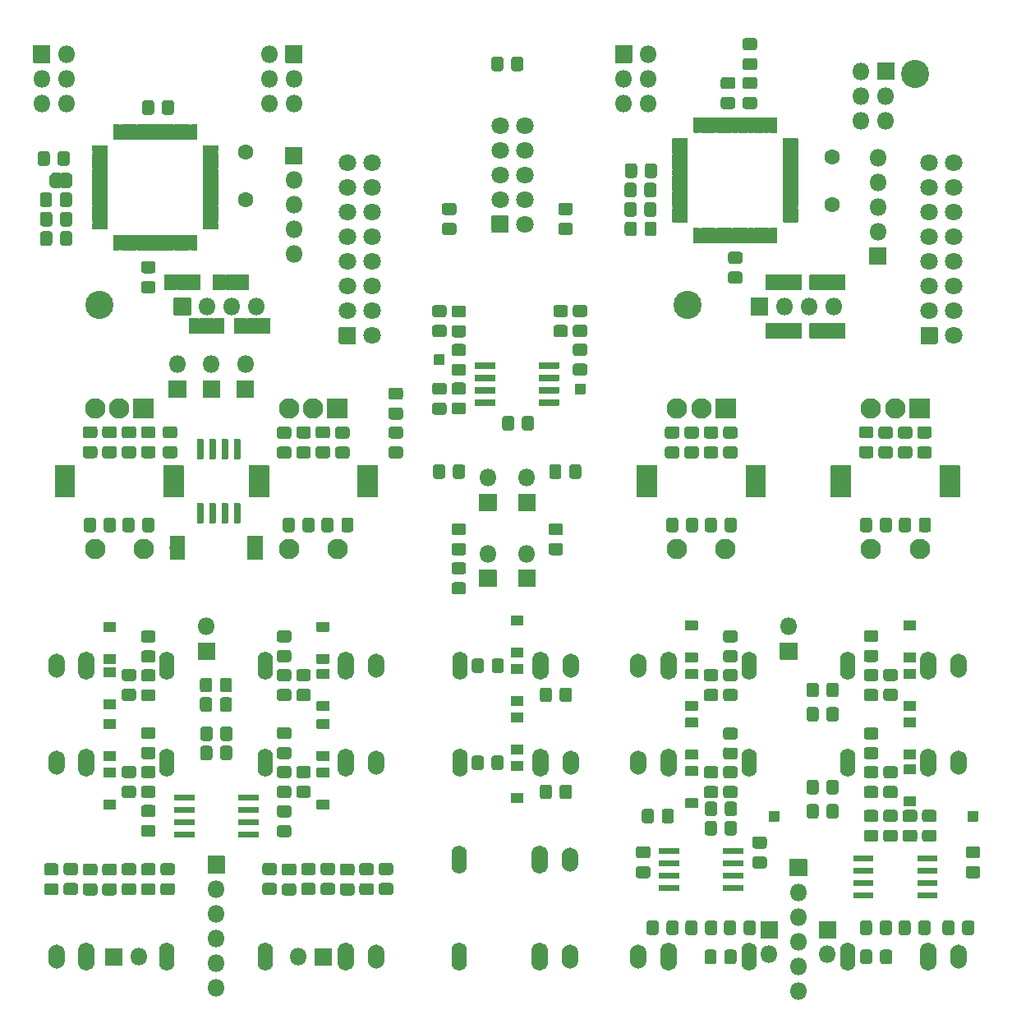
<source format=gbs>
G04 #@! TF.GenerationSoftware,KiCad,Pcbnew,(5.1.9)-1*
G04 #@! TF.CreationDate,2021-05-20T23:10:05+02:00*
G04 #@! TF.ProjectId,KicadJE_OLED_Board_Only,4b696361-644a-4455-9f4f-4c45445f426f,Rev A*
G04 #@! TF.SameCoordinates,Original*
G04 #@! TF.FileFunction,Soldermask,Bot*
G04 #@! TF.FilePolarity,Negative*
%FSLAX46Y46*%
G04 Gerber Fmt 4.6, Leading zero omitted, Abs format (unit mm)*
G04 Created by KiCad (PCBNEW (5.1.9)-1) date 2021-05-20 23:10:05*
%MOMM*%
%LPD*%
G01*
G04 APERTURE LIST*
%ADD10C,2.902000*%
%ADD11O,1.802000X1.802000*%
%ADD12O,1.602000X2.902000*%
%ADD13O,1.702000X2.502000*%
%ADD14O,1.702000X2.902000*%
%ADD15C,1.802000*%
%ADD16C,2.102000*%
%ADD17C,1.602000*%
%ADD18C,0.150000*%
G04 APERTURE END LIST*
G36*
G01*
X102851000Y-62271172D02*
X102851000Y-63228828D01*
G75*
G02*
X102578828Y-63501000I-272172J0D01*
G01*
X101871172Y-63501000D01*
G75*
G02*
X101599000Y-63228828I0J272172D01*
G01*
X101599000Y-62271172D01*
G75*
G02*
X101871172Y-61999000I272172J0D01*
G01*
X102578828Y-61999000D01*
G75*
G02*
X102851000Y-62271172I0J-272172D01*
G01*
G37*
G36*
G01*
X104901000Y-62271172D02*
X104901000Y-63228828D01*
G75*
G02*
X104628828Y-63501000I-272172J0D01*
G01*
X103921172Y-63501000D01*
G75*
G02*
X103649000Y-63228828I0J272172D01*
G01*
X103649000Y-62271172D01*
G75*
G02*
X103921172Y-61999000I272172J0D01*
G01*
X104628828Y-61999000D01*
G75*
G02*
X104901000Y-62271172I0J-272172D01*
G01*
G37*
D10*
X108000000Y-77800000D03*
X192000000Y-54000000D03*
X168600000Y-77800000D03*
G36*
G01*
X149601000Y-52521172D02*
X149601000Y-53478828D01*
G75*
G02*
X149328828Y-53751000I-272172J0D01*
G01*
X148621172Y-53751000D01*
G75*
G02*
X148349000Y-53478828I0J272172D01*
G01*
X148349000Y-52521172D01*
G75*
G02*
X148621172Y-52249000I272172J0D01*
G01*
X149328828Y-52249000D01*
G75*
G02*
X149601000Y-52521172I0J-272172D01*
G01*
G37*
G36*
G01*
X151651000Y-52521172D02*
X151651000Y-53478828D01*
G75*
G02*
X151378828Y-53751000I-272172J0D01*
G01*
X150671172Y-53751000D01*
G75*
G02*
X150399000Y-53478828I0J272172D01*
G01*
X150399000Y-52521172D01*
G75*
G02*
X150671172Y-52249000I272172J0D01*
G01*
X151378828Y-52249000D01*
G75*
G02*
X151651000Y-52521172I0J-272172D01*
G01*
G37*
G36*
G01*
X172271172Y-54349000D02*
X173228828Y-54349000D01*
G75*
G02*
X173501000Y-54621172I0J-272172D01*
G01*
X173501000Y-55328828D01*
G75*
G02*
X173228828Y-55601000I-272172J0D01*
G01*
X172271172Y-55601000D01*
G75*
G02*
X171999000Y-55328828I0J272172D01*
G01*
X171999000Y-54621172D01*
G75*
G02*
X172271172Y-54349000I272172J0D01*
G01*
G37*
G36*
G01*
X172271172Y-56399000D02*
X173228828Y-56399000D01*
G75*
G02*
X173501000Y-56671172I0J-272172D01*
G01*
X173501000Y-57378828D01*
G75*
G02*
X173228828Y-57651000I-272172J0D01*
G01*
X172271172Y-57651000D01*
G75*
G02*
X171999000Y-57378828I0J272172D01*
G01*
X171999000Y-56671172D01*
G75*
G02*
X172271172Y-56399000I272172J0D01*
G01*
G37*
G36*
G01*
X173978828Y-75651000D02*
X173021172Y-75651000D01*
G75*
G02*
X172749000Y-75378828I0J272172D01*
G01*
X172749000Y-74671172D01*
G75*
G02*
X173021172Y-74399000I272172J0D01*
G01*
X173978828Y-74399000D01*
G75*
G02*
X174251000Y-74671172I0J-272172D01*
G01*
X174251000Y-75378828D01*
G75*
G02*
X173978828Y-75651000I-272172J0D01*
G01*
G37*
G36*
G01*
X173978828Y-73601000D02*
X173021172Y-73601000D01*
G75*
G02*
X172749000Y-73328828I0J272172D01*
G01*
X172749000Y-72621172D01*
G75*
G02*
X173021172Y-72349000I272172J0D01*
G01*
X173978828Y-72349000D01*
G75*
G02*
X174251000Y-72621172I0J-272172D01*
G01*
X174251000Y-73328828D01*
G75*
G02*
X173978828Y-73601000I-272172J0D01*
G01*
G37*
G36*
G01*
X164124000Y-66478828D02*
X164124000Y-65521172D01*
G75*
G02*
X164396172Y-65249000I272172J0D01*
G01*
X165103828Y-65249000D01*
G75*
G02*
X165376000Y-65521172I0J-272172D01*
G01*
X165376000Y-66478828D01*
G75*
G02*
X165103828Y-66751000I-272172J0D01*
G01*
X164396172Y-66751000D01*
G75*
G02*
X164124000Y-66478828I0J272172D01*
G01*
G37*
G36*
G01*
X162074000Y-66478828D02*
X162074000Y-65521172D01*
G75*
G02*
X162346172Y-65249000I272172J0D01*
G01*
X163053828Y-65249000D01*
G75*
G02*
X163326000Y-65521172I0J-272172D01*
G01*
X163326000Y-66478828D01*
G75*
G02*
X163053828Y-66751000I-272172J0D01*
G01*
X162346172Y-66751000D01*
G75*
G02*
X162074000Y-66478828I0J272172D01*
G01*
G37*
G36*
G01*
X165426000Y-63521172D02*
X165426000Y-64478828D01*
G75*
G02*
X165153828Y-64751000I-272172J0D01*
G01*
X164446172Y-64751000D01*
G75*
G02*
X164174000Y-64478828I0J272172D01*
G01*
X164174000Y-63521172D01*
G75*
G02*
X164446172Y-63249000I272172J0D01*
G01*
X165153828Y-63249000D01*
G75*
G02*
X165426000Y-63521172I0J-272172D01*
G01*
G37*
G36*
G01*
X163376000Y-63521172D02*
X163376000Y-64478828D01*
G75*
G02*
X163103828Y-64751000I-272172J0D01*
G01*
X162396172Y-64751000D01*
G75*
G02*
X162124000Y-64478828I0J272172D01*
G01*
X162124000Y-63521172D01*
G75*
G02*
X162396172Y-63249000I272172J0D01*
G01*
X163103828Y-63249000D01*
G75*
G02*
X163376000Y-63521172I0J-272172D01*
G01*
G37*
G36*
G01*
X174521172Y-50349000D02*
X175478828Y-50349000D01*
G75*
G02*
X175751000Y-50621172I0J-272172D01*
G01*
X175751000Y-51328828D01*
G75*
G02*
X175478828Y-51601000I-272172J0D01*
G01*
X174521172Y-51601000D01*
G75*
G02*
X174249000Y-51328828I0J272172D01*
G01*
X174249000Y-50621172D01*
G75*
G02*
X174521172Y-50349000I272172J0D01*
G01*
G37*
G36*
G01*
X174521172Y-52399000D02*
X175478828Y-52399000D01*
G75*
G02*
X175751000Y-52671172I0J-272172D01*
G01*
X175751000Y-53378828D01*
G75*
G02*
X175478828Y-53651000I-272172J0D01*
G01*
X174521172Y-53651000D01*
G75*
G02*
X174249000Y-53378828I0J272172D01*
G01*
X174249000Y-52671172D01*
G75*
G02*
X174521172Y-52399000I272172J0D01*
G01*
G37*
G36*
G01*
X176850000Y-78901000D02*
X175150000Y-78901000D01*
G75*
G02*
X175099000Y-78850000I0J51000D01*
G01*
X175099000Y-77150000D01*
G75*
G02*
X175150000Y-77099000I51000J0D01*
G01*
X176850000Y-77099000D01*
G75*
G02*
X176901000Y-77150000I0J-51000D01*
G01*
X176901000Y-78850000D01*
G75*
G02*
X176850000Y-78901000I-51000J0D01*
G01*
G37*
D11*
X178540000Y-78000000D03*
X181080000Y-78000000D03*
X183620000Y-78000000D03*
D12*
X174920000Y-115000000D03*
D13*
X163520000Y-115000000D03*
D14*
X166620000Y-115000000D03*
X193380000Y-115000000D03*
D13*
X196480000Y-115000000D03*
D12*
X185080000Y-115000000D03*
D14*
X166620000Y-125000000D03*
D13*
X163520000Y-125000000D03*
D12*
X174920000Y-125000000D03*
D14*
X193380000Y-125000000D03*
D13*
X196480000Y-125000000D03*
D12*
X185080000Y-125000000D03*
D11*
X180000000Y-148500000D03*
X180000000Y-145960000D03*
X180000000Y-143420000D03*
X180000000Y-140880000D03*
X180000000Y-138340000D03*
G36*
G01*
X179099000Y-136650000D02*
X179099000Y-134950000D01*
G75*
G02*
X179150000Y-134899000I51000J0D01*
G01*
X180850000Y-134899000D01*
G75*
G02*
X180901000Y-134950000I0J-51000D01*
G01*
X180901000Y-136650000D01*
G75*
G02*
X180850000Y-136701000I-51000J0D01*
G01*
X179150000Y-136701000D01*
G75*
G02*
X179099000Y-136650000I0J51000D01*
G01*
G37*
G36*
G01*
X179901000Y-112650000D02*
X179901000Y-114350000D01*
G75*
G02*
X179850000Y-114401000I-51000J0D01*
G01*
X178150000Y-114401000D01*
G75*
G02*
X178099000Y-114350000I0J51000D01*
G01*
X178099000Y-112650000D01*
G75*
G02*
X178150000Y-112599000I51000J0D01*
G01*
X179850000Y-112599000D01*
G75*
G02*
X179901000Y-112650000I0J-51000D01*
G01*
G37*
X179000000Y-110960000D03*
X183000000Y-144740000D03*
G36*
G01*
X183901000Y-141350000D02*
X183901000Y-143050000D01*
G75*
G02*
X183850000Y-143101000I-51000J0D01*
G01*
X182150000Y-143101000D01*
G75*
G02*
X182099000Y-143050000I0J51000D01*
G01*
X182099000Y-141350000D01*
G75*
G02*
X182150000Y-141299000I51000J0D01*
G01*
X183850000Y-141299000D01*
G75*
G02*
X183901000Y-141350000I0J-51000D01*
G01*
G37*
G36*
G01*
X177901000Y-141350000D02*
X177901000Y-143050000D01*
G75*
G02*
X177850000Y-143101000I-51000J0D01*
G01*
X176150000Y-143101000D01*
G75*
G02*
X176099000Y-143050000I0J51000D01*
G01*
X176099000Y-141350000D01*
G75*
G02*
X176150000Y-141299000I51000J0D01*
G01*
X177850000Y-141299000D01*
G75*
G02*
X177901000Y-141350000I0J-51000D01*
G01*
G37*
X177000000Y-144740000D03*
D12*
X174920000Y-145000000D03*
D13*
X163520000Y-145000000D03*
D14*
X166620000Y-145000000D03*
X193380000Y-145000000D03*
D13*
X196480000Y-145000000D03*
D12*
X185080000Y-145000000D03*
G36*
G01*
X189901000Y-52900000D02*
X189901000Y-54600000D01*
G75*
G02*
X189850000Y-54651000I-51000J0D01*
G01*
X188150000Y-54651000D01*
G75*
G02*
X188099000Y-54600000I0J51000D01*
G01*
X188099000Y-52900000D01*
G75*
G02*
X188150000Y-52849000I51000J0D01*
G01*
X189850000Y-52849000D01*
G75*
G02*
X189901000Y-52900000I0J-51000D01*
G01*
G37*
D11*
X186460000Y-53750000D03*
X189000000Y-56290000D03*
X186460000Y-56290000D03*
X189000000Y-58830000D03*
X186460000Y-58830000D03*
G36*
G01*
X192599000Y-81636000D02*
X192599000Y-80364000D01*
G75*
G02*
X192864000Y-80099000I265000J0D01*
G01*
X194136000Y-80099000D01*
G75*
G02*
X194401000Y-80364000I0J-265000D01*
G01*
X194401000Y-81636000D01*
G75*
G02*
X194136000Y-81901000I-265000J0D01*
G01*
X192864000Y-81901000D01*
G75*
G02*
X192599000Y-81636000I0J265000D01*
G01*
G37*
D15*
X193500000Y-78460000D03*
X193500000Y-75920000D03*
X193500000Y-73380000D03*
X193500000Y-70840000D03*
X193500000Y-68300000D03*
X193500000Y-65760000D03*
X193500000Y-63220000D03*
X196040000Y-81000000D03*
X196040000Y-78460000D03*
X196040000Y-75920000D03*
X196040000Y-73380000D03*
X196040000Y-70840000D03*
X196040000Y-68300000D03*
X196040000Y-65760000D03*
X196040000Y-63220000D03*
G36*
G01*
X165376000Y-67521172D02*
X165376000Y-68478828D01*
G75*
G02*
X165103828Y-68751000I-272172J0D01*
G01*
X164396172Y-68751000D01*
G75*
G02*
X164124000Y-68478828I0J272172D01*
G01*
X164124000Y-67521172D01*
G75*
G02*
X164396172Y-67249000I272172J0D01*
G01*
X165103828Y-67249000D01*
G75*
G02*
X165376000Y-67521172I0J-272172D01*
G01*
G37*
G36*
G01*
X163326000Y-67521172D02*
X163326000Y-68478828D01*
G75*
G02*
X163053828Y-68751000I-272172J0D01*
G01*
X162346172Y-68751000D01*
G75*
G02*
X162074000Y-68478828I0J272172D01*
G01*
X162074000Y-67521172D01*
G75*
G02*
X162346172Y-67249000I272172J0D01*
G01*
X163053828Y-67249000D01*
G75*
G02*
X163326000Y-67521172I0J-272172D01*
G01*
G37*
G36*
G01*
X174521172Y-54349000D02*
X175478828Y-54349000D01*
G75*
G02*
X175751000Y-54621172I0J-272172D01*
G01*
X175751000Y-55328828D01*
G75*
G02*
X175478828Y-55601000I-272172J0D01*
G01*
X174521172Y-55601000D01*
G75*
G02*
X174249000Y-55328828I0J272172D01*
G01*
X174249000Y-54621172D01*
G75*
G02*
X174521172Y-54349000I272172J0D01*
G01*
G37*
G36*
G01*
X174521172Y-56399000D02*
X175478828Y-56399000D01*
G75*
G02*
X175751000Y-56671172I0J-272172D01*
G01*
X175751000Y-57378828D01*
G75*
G02*
X175478828Y-57651000I-272172J0D01*
G01*
X174521172Y-57651000D01*
G75*
G02*
X174249000Y-57378828I0J272172D01*
G01*
X174249000Y-56671172D01*
G75*
G02*
X174521172Y-56399000I272172J0D01*
G01*
G37*
G36*
G01*
X165401000Y-69521172D02*
X165401000Y-70478828D01*
G75*
G02*
X165128828Y-70751000I-272172J0D01*
G01*
X164421172Y-70751000D01*
G75*
G02*
X164149000Y-70478828I0J272172D01*
G01*
X164149000Y-69521172D01*
G75*
G02*
X164421172Y-69249000I272172J0D01*
G01*
X165128828Y-69249000D01*
G75*
G02*
X165401000Y-69521172I0J-272172D01*
G01*
G37*
G36*
G01*
X163351000Y-69521172D02*
X163351000Y-70478828D01*
G75*
G02*
X163078828Y-70751000I-272172J0D01*
G01*
X162371172Y-70751000D01*
G75*
G02*
X162099000Y-70478828I0J272172D01*
G01*
X162099000Y-69521172D01*
G75*
G02*
X162371172Y-69249000I272172J0D01*
G01*
X163078828Y-69249000D01*
G75*
G02*
X163351000Y-69521172I0J-272172D01*
G01*
G37*
D16*
X167500000Y-103000000D03*
X172500000Y-103000000D03*
G36*
G01*
X163400000Y-94349000D02*
X165400000Y-94349000D01*
G75*
G02*
X165451000Y-94400000I0J-51000D01*
G01*
X165451000Y-97600000D01*
G75*
G02*
X165400000Y-97651000I-51000J0D01*
G01*
X163400000Y-97651000D01*
G75*
G02*
X163349000Y-97600000I0J51000D01*
G01*
X163349000Y-94400000D01*
G75*
G02*
X163400000Y-94349000I51000J0D01*
G01*
G37*
G36*
G01*
X174600000Y-94349000D02*
X176600000Y-94349000D01*
G75*
G02*
X176651000Y-94400000I0J-51000D01*
G01*
X176651000Y-97600000D01*
G75*
G02*
X176600000Y-97651000I-51000J0D01*
G01*
X174600000Y-97651000D01*
G75*
G02*
X174549000Y-97600000I0J51000D01*
G01*
X174549000Y-94400000D01*
G75*
G02*
X174600000Y-94349000I51000J0D01*
G01*
G37*
X167500000Y-88500000D03*
X170000000Y-88500000D03*
G36*
G01*
X171500000Y-87449000D02*
X173500000Y-87449000D01*
G75*
G02*
X173551000Y-87500000I0J-51000D01*
G01*
X173551000Y-89500000D01*
G75*
G02*
X173500000Y-89551000I-51000J0D01*
G01*
X171500000Y-89551000D01*
G75*
G02*
X171449000Y-89500000I0J51000D01*
G01*
X171449000Y-87500000D01*
G75*
G02*
X171500000Y-87449000I51000J0D01*
G01*
G37*
G36*
G01*
X180001000Y-60725000D02*
X180001000Y-61275000D01*
G75*
G02*
X179950000Y-61326000I-51000J0D01*
G01*
X178450000Y-61326000D01*
G75*
G02*
X178399000Y-61275000I0J51000D01*
G01*
X178399000Y-60725000D01*
G75*
G02*
X178450000Y-60674000I51000J0D01*
G01*
X179950000Y-60674000D01*
G75*
G02*
X180001000Y-60725000I0J-51000D01*
G01*
G37*
G36*
G01*
X180001000Y-61525000D02*
X180001000Y-62075000D01*
G75*
G02*
X179950000Y-62126000I-51000J0D01*
G01*
X178450000Y-62126000D01*
G75*
G02*
X178399000Y-62075000I0J51000D01*
G01*
X178399000Y-61525000D01*
G75*
G02*
X178450000Y-61474000I51000J0D01*
G01*
X179950000Y-61474000D01*
G75*
G02*
X180001000Y-61525000I0J-51000D01*
G01*
G37*
G36*
G01*
X180001000Y-62325000D02*
X180001000Y-62875000D01*
G75*
G02*
X179950000Y-62926000I-51000J0D01*
G01*
X178450000Y-62926000D01*
G75*
G02*
X178399000Y-62875000I0J51000D01*
G01*
X178399000Y-62325000D01*
G75*
G02*
X178450000Y-62274000I51000J0D01*
G01*
X179950000Y-62274000D01*
G75*
G02*
X180001000Y-62325000I0J-51000D01*
G01*
G37*
G36*
G01*
X180001000Y-63125000D02*
X180001000Y-63675000D01*
G75*
G02*
X179950000Y-63726000I-51000J0D01*
G01*
X178450000Y-63726000D01*
G75*
G02*
X178399000Y-63675000I0J51000D01*
G01*
X178399000Y-63125000D01*
G75*
G02*
X178450000Y-63074000I51000J0D01*
G01*
X179950000Y-63074000D01*
G75*
G02*
X180001000Y-63125000I0J-51000D01*
G01*
G37*
G36*
G01*
X180001000Y-63925000D02*
X180001000Y-64475000D01*
G75*
G02*
X179950000Y-64526000I-51000J0D01*
G01*
X178450000Y-64526000D01*
G75*
G02*
X178399000Y-64475000I0J51000D01*
G01*
X178399000Y-63925000D01*
G75*
G02*
X178450000Y-63874000I51000J0D01*
G01*
X179950000Y-63874000D01*
G75*
G02*
X180001000Y-63925000I0J-51000D01*
G01*
G37*
G36*
G01*
X180001000Y-64725000D02*
X180001000Y-65275000D01*
G75*
G02*
X179950000Y-65326000I-51000J0D01*
G01*
X178450000Y-65326000D01*
G75*
G02*
X178399000Y-65275000I0J51000D01*
G01*
X178399000Y-64725000D01*
G75*
G02*
X178450000Y-64674000I51000J0D01*
G01*
X179950000Y-64674000D01*
G75*
G02*
X180001000Y-64725000I0J-51000D01*
G01*
G37*
G36*
G01*
X180001000Y-65525000D02*
X180001000Y-66075000D01*
G75*
G02*
X179950000Y-66126000I-51000J0D01*
G01*
X178450000Y-66126000D01*
G75*
G02*
X178399000Y-66075000I0J51000D01*
G01*
X178399000Y-65525000D01*
G75*
G02*
X178450000Y-65474000I51000J0D01*
G01*
X179950000Y-65474000D01*
G75*
G02*
X180001000Y-65525000I0J-51000D01*
G01*
G37*
G36*
G01*
X180001000Y-66325000D02*
X180001000Y-66875000D01*
G75*
G02*
X179950000Y-66926000I-51000J0D01*
G01*
X178450000Y-66926000D01*
G75*
G02*
X178399000Y-66875000I0J51000D01*
G01*
X178399000Y-66325000D01*
G75*
G02*
X178450000Y-66274000I51000J0D01*
G01*
X179950000Y-66274000D01*
G75*
G02*
X180001000Y-66325000I0J-51000D01*
G01*
G37*
G36*
G01*
X180001000Y-67125000D02*
X180001000Y-67675000D01*
G75*
G02*
X179950000Y-67726000I-51000J0D01*
G01*
X178450000Y-67726000D01*
G75*
G02*
X178399000Y-67675000I0J51000D01*
G01*
X178399000Y-67125000D01*
G75*
G02*
X178450000Y-67074000I51000J0D01*
G01*
X179950000Y-67074000D01*
G75*
G02*
X180001000Y-67125000I0J-51000D01*
G01*
G37*
G36*
G01*
X180001000Y-67925000D02*
X180001000Y-68475000D01*
G75*
G02*
X179950000Y-68526000I-51000J0D01*
G01*
X178450000Y-68526000D01*
G75*
G02*
X178399000Y-68475000I0J51000D01*
G01*
X178399000Y-67925000D01*
G75*
G02*
X178450000Y-67874000I51000J0D01*
G01*
X179950000Y-67874000D01*
G75*
G02*
X180001000Y-67925000I0J-51000D01*
G01*
G37*
G36*
G01*
X180001000Y-68725000D02*
X180001000Y-69275000D01*
G75*
G02*
X179950000Y-69326000I-51000J0D01*
G01*
X178450000Y-69326000D01*
G75*
G02*
X178399000Y-69275000I0J51000D01*
G01*
X178399000Y-68725000D01*
G75*
G02*
X178450000Y-68674000I51000J0D01*
G01*
X179950000Y-68674000D01*
G75*
G02*
X180001000Y-68725000I0J-51000D01*
G01*
G37*
G36*
G01*
X177775000Y-71501000D02*
X177225000Y-71501000D01*
G75*
G02*
X177174000Y-71450000I0J51000D01*
G01*
X177174000Y-69950000D01*
G75*
G02*
X177225000Y-69899000I51000J0D01*
G01*
X177775000Y-69899000D01*
G75*
G02*
X177826000Y-69950000I0J-51000D01*
G01*
X177826000Y-71450000D01*
G75*
G02*
X177775000Y-71501000I-51000J0D01*
G01*
G37*
G36*
G01*
X176975000Y-71501000D02*
X176425000Y-71501000D01*
G75*
G02*
X176374000Y-71450000I0J51000D01*
G01*
X176374000Y-69950000D01*
G75*
G02*
X176425000Y-69899000I51000J0D01*
G01*
X176975000Y-69899000D01*
G75*
G02*
X177026000Y-69950000I0J-51000D01*
G01*
X177026000Y-71450000D01*
G75*
G02*
X176975000Y-71501000I-51000J0D01*
G01*
G37*
G36*
G01*
X176175000Y-71501000D02*
X175625000Y-71501000D01*
G75*
G02*
X175574000Y-71450000I0J51000D01*
G01*
X175574000Y-69950000D01*
G75*
G02*
X175625000Y-69899000I51000J0D01*
G01*
X176175000Y-69899000D01*
G75*
G02*
X176226000Y-69950000I0J-51000D01*
G01*
X176226000Y-71450000D01*
G75*
G02*
X176175000Y-71501000I-51000J0D01*
G01*
G37*
G36*
G01*
X175375000Y-71501000D02*
X174825000Y-71501000D01*
G75*
G02*
X174774000Y-71450000I0J51000D01*
G01*
X174774000Y-69950000D01*
G75*
G02*
X174825000Y-69899000I51000J0D01*
G01*
X175375000Y-69899000D01*
G75*
G02*
X175426000Y-69950000I0J-51000D01*
G01*
X175426000Y-71450000D01*
G75*
G02*
X175375000Y-71501000I-51000J0D01*
G01*
G37*
G36*
G01*
X174575000Y-71501000D02*
X174025000Y-71501000D01*
G75*
G02*
X173974000Y-71450000I0J51000D01*
G01*
X173974000Y-69950000D01*
G75*
G02*
X174025000Y-69899000I51000J0D01*
G01*
X174575000Y-69899000D01*
G75*
G02*
X174626000Y-69950000I0J-51000D01*
G01*
X174626000Y-71450000D01*
G75*
G02*
X174575000Y-71501000I-51000J0D01*
G01*
G37*
G36*
G01*
X173775000Y-71501000D02*
X173225000Y-71501000D01*
G75*
G02*
X173174000Y-71450000I0J51000D01*
G01*
X173174000Y-69950000D01*
G75*
G02*
X173225000Y-69899000I51000J0D01*
G01*
X173775000Y-69899000D01*
G75*
G02*
X173826000Y-69950000I0J-51000D01*
G01*
X173826000Y-71450000D01*
G75*
G02*
X173775000Y-71501000I-51000J0D01*
G01*
G37*
G36*
G01*
X172975000Y-71501000D02*
X172425000Y-71501000D01*
G75*
G02*
X172374000Y-71450000I0J51000D01*
G01*
X172374000Y-69950000D01*
G75*
G02*
X172425000Y-69899000I51000J0D01*
G01*
X172975000Y-69899000D01*
G75*
G02*
X173026000Y-69950000I0J-51000D01*
G01*
X173026000Y-71450000D01*
G75*
G02*
X172975000Y-71501000I-51000J0D01*
G01*
G37*
G36*
G01*
X172175000Y-71501000D02*
X171625000Y-71501000D01*
G75*
G02*
X171574000Y-71450000I0J51000D01*
G01*
X171574000Y-69950000D01*
G75*
G02*
X171625000Y-69899000I51000J0D01*
G01*
X172175000Y-69899000D01*
G75*
G02*
X172226000Y-69950000I0J-51000D01*
G01*
X172226000Y-71450000D01*
G75*
G02*
X172175000Y-71501000I-51000J0D01*
G01*
G37*
G36*
G01*
X171375000Y-71501000D02*
X170825000Y-71501000D01*
G75*
G02*
X170774000Y-71450000I0J51000D01*
G01*
X170774000Y-69950000D01*
G75*
G02*
X170825000Y-69899000I51000J0D01*
G01*
X171375000Y-69899000D01*
G75*
G02*
X171426000Y-69950000I0J-51000D01*
G01*
X171426000Y-71450000D01*
G75*
G02*
X171375000Y-71501000I-51000J0D01*
G01*
G37*
G36*
G01*
X170575000Y-71501000D02*
X170025000Y-71501000D01*
G75*
G02*
X169974000Y-71450000I0J51000D01*
G01*
X169974000Y-69950000D01*
G75*
G02*
X170025000Y-69899000I51000J0D01*
G01*
X170575000Y-69899000D01*
G75*
G02*
X170626000Y-69950000I0J-51000D01*
G01*
X170626000Y-71450000D01*
G75*
G02*
X170575000Y-71501000I-51000J0D01*
G01*
G37*
G36*
G01*
X169775000Y-71501000D02*
X169225000Y-71501000D01*
G75*
G02*
X169174000Y-71450000I0J51000D01*
G01*
X169174000Y-69950000D01*
G75*
G02*
X169225000Y-69899000I51000J0D01*
G01*
X169775000Y-69899000D01*
G75*
G02*
X169826000Y-69950000I0J-51000D01*
G01*
X169826000Y-71450000D01*
G75*
G02*
X169775000Y-71501000I-51000J0D01*
G01*
G37*
G36*
G01*
X168601000Y-68725000D02*
X168601000Y-69275000D01*
G75*
G02*
X168550000Y-69326000I-51000J0D01*
G01*
X167050000Y-69326000D01*
G75*
G02*
X166999000Y-69275000I0J51000D01*
G01*
X166999000Y-68725000D01*
G75*
G02*
X167050000Y-68674000I51000J0D01*
G01*
X168550000Y-68674000D01*
G75*
G02*
X168601000Y-68725000I0J-51000D01*
G01*
G37*
G36*
G01*
X168601000Y-67925000D02*
X168601000Y-68475000D01*
G75*
G02*
X168550000Y-68526000I-51000J0D01*
G01*
X167050000Y-68526000D01*
G75*
G02*
X166999000Y-68475000I0J51000D01*
G01*
X166999000Y-67925000D01*
G75*
G02*
X167050000Y-67874000I51000J0D01*
G01*
X168550000Y-67874000D01*
G75*
G02*
X168601000Y-67925000I0J-51000D01*
G01*
G37*
G36*
G01*
X168601000Y-67125000D02*
X168601000Y-67675000D01*
G75*
G02*
X168550000Y-67726000I-51000J0D01*
G01*
X167050000Y-67726000D01*
G75*
G02*
X166999000Y-67675000I0J51000D01*
G01*
X166999000Y-67125000D01*
G75*
G02*
X167050000Y-67074000I51000J0D01*
G01*
X168550000Y-67074000D01*
G75*
G02*
X168601000Y-67125000I0J-51000D01*
G01*
G37*
G36*
G01*
X168601000Y-66325000D02*
X168601000Y-66875000D01*
G75*
G02*
X168550000Y-66926000I-51000J0D01*
G01*
X167050000Y-66926000D01*
G75*
G02*
X166999000Y-66875000I0J51000D01*
G01*
X166999000Y-66325000D01*
G75*
G02*
X167050000Y-66274000I51000J0D01*
G01*
X168550000Y-66274000D01*
G75*
G02*
X168601000Y-66325000I0J-51000D01*
G01*
G37*
G36*
G01*
X168601000Y-65525000D02*
X168601000Y-66075000D01*
G75*
G02*
X168550000Y-66126000I-51000J0D01*
G01*
X167050000Y-66126000D01*
G75*
G02*
X166999000Y-66075000I0J51000D01*
G01*
X166999000Y-65525000D01*
G75*
G02*
X167050000Y-65474000I51000J0D01*
G01*
X168550000Y-65474000D01*
G75*
G02*
X168601000Y-65525000I0J-51000D01*
G01*
G37*
G36*
G01*
X168601000Y-64725000D02*
X168601000Y-65275000D01*
G75*
G02*
X168550000Y-65326000I-51000J0D01*
G01*
X167050000Y-65326000D01*
G75*
G02*
X166999000Y-65275000I0J51000D01*
G01*
X166999000Y-64725000D01*
G75*
G02*
X167050000Y-64674000I51000J0D01*
G01*
X168550000Y-64674000D01*
G75*
G02*
X168601000Y-64725000I0J-51000D01*
G01*
G37*
G36*
G01*
X168601000Y-63925000D02*
X168601000Y-64475000D01*
G75*
G02*
X168550000Y-64526000I-51000J0D01*
G01*
X167050000Y-64526000D01*
G75*
G02*
X166999000Y-64475000I0J51000D01*
G01*
X166999000Y-63925000D01*
G75*
G02*
X167050000Y-63874000I51000J0D01*
G01*
X168550000Y-63874000D01*
G75*
G02*
X168601000Y-63925000I0J-51000D01*
G01*
G37*
G36*
G01*
X168601000Y-63125000D02*
X168601000Y-63675000D01*
G75*
G02*
X168550000Y-63726000I-51000J0D01*
G01*
X167050000Y-63726000D01*
G75*
G02*
X166999000Y-63675000I0J51000D01*
G01*
X166999000Y-63125000D01*
G75*
G02*
X167050000Y-63074000I51000J0D01*
G01*
X168550000Y-63074000D01*
G75*
G02*
X168601000Y-63125000I0J-51000D01*
G01*
G37*
G36*
G01*
X168601000Y-62325000D02*
X168601000Y-62875000D01*
G75*
G02*
X168550000Y-62926000I-51000J0D01*
G01*
X167050000Y-62926000D01*
G75*
G02*
X166999000Y-62875000I0J51000D01*
G01*
X166999000Y-62325000D01*
G75*
G02*
X167050000Y-62274000I51000J0D01*
G01*
X168550000Y-62274000D01*
G75*
G02*
X168601000Y-62325000I0J-51000D01*
G01*
G37*
G36*
G01*
X168601000Y-61525000D02*
X168601000Y-62075000D01*
G75*
G02*
X168550000Y-62126000I-51000J0D01*
G01*
X167050000Y-62126000D01*
G75*
G02*
X166999000Y-62075000I0J51000D01*
G01*
X166999000Y-61525000D01*
G75*
G02*
X167050000Y-61474000I51000J0D01*
G01*
X168550000Y-61474000D01*
G75*
G02*
X168601000Y-61525000I0J-51000D01*
G01*
G37*
G36*
G01*
X168601000Y-60725000D02*
X168601000Y-61275000D01*
G75*
G02*
X168550000Y-61326000I-51000J0D01*
G01*
X167050000Y-61326000D01*
G75*
G02*
X166999000Y-61275000I0J51000D01*
G01*
X166999000Y-60725000D01*
G75*
G02*
X167050000Y-60674000I51000J0D01*
G01*
X168550000Y-60674000D01*
G75*
G02*
X168601000Y-60725000I0J-51000D01*
G01*
G37*
G36*
G01*
X169775000Y-60101000D02*
X169225000Y-60101000D01*
G75*
G02*
X169174000Y-60050000I0J51000D01*
G01*
X169174000Y-58550000D01*
G75*
G02*
X169225000Y-58499000I51000J0D01*
G01*
X169775000Y-58499000D01*
G75*
G02*
X169826000Y-58550000I0J-51000D01*
G01*
X169826000Y-60050000D01*
G75*
G02*
X169775000Y-60101000I-51000J0D01*
G01*
G37*
G36*
G01*
X170575000Y-60101000D02*
X170025000Y-60101000D01*
G75*
G02*
X169974000Y-60050000I0J51000D01*
G01*
X169974000Y-58550000D01*
G75*
G02*
X170025000Y-58499000I51000J0D01*
G01*
X170575000Y-58499000D01*
G75*
G02*
X170626000Y-58550000I0J-51000D01*
G01*
X170626000Y-60050000D01*
G75*
G02*
X170575000Y-60101000I-51000J0D01*
G01*
G37*
G36*
G01*
X171375000Y-60101000D02*
X170825000Y-60101000D01*
G75*
G02*
X170774000Y-60050000I0J51000D01*
G01*
X170774000Y-58550000D01*
G75*
G02*
X170825000Y-58499000I51000J0D01*
G01*
X171375000Y-58499000D01*
G75*
G02*
X171426000Y-58550000I0J-51000D01*
G01*
X171426000Y-60050000D01*
G75*
G02*
X171375000Y-60101000I-51000J0D01*
G01*
G37*
G36*
G01*
X172175000Y-60101000D02*
X171625000Y-60101000D01*
G75*
G02*
X171574000Y-60050000I0J51000D01*
G01*
X171574000Y-58550000D01*
G75*
G02*
X171625000Y-58499000I51000J0D01*
G01*
X172175000Y-58499000D01*
G75*
G02*
X172226000Y-58550000I0J-51000D01*
G01*
X172226000Y-60050000D01*
G75*
G02*
X172175000Y-60101000I-51000J0D01*
G01*
G37*
G36*
G01*
X172975000Y-60101000D02*
X172425000Y-60101000D01*
G75*
G02*
X172374000Y-60050000I0J51000D01*
G01*
X172374000Y-58550000D01*
G75*
G02*
X172425000Y-58499000I51000J0D01*
G01*
X172975000Y-58499000D01*
G75*
G02*
X173026000Y-58550000I0J-51000D01*
G01*
X173026000Y-60050000D01*
G75*
G02*
X172975000Y-60101000I-51000J0D01*
G01*
G37*
G36*
G01*
X173775000Y-60101000D02*
X173225000Y-60101000D01*
G75*
G02*
X173174000Y-60050000I0J51000D01*
G01*
X173174000Y-58550000D01*
G75*
G02*
X173225000Y-58499000I51000J0D01*
G01*
X173775000Y-58499000D01*
G75*
G02*
X173826000Y-58550000I0J-51000D01*
G01*
X173826000Y-60050000D01*
G75*
G02*
X173775000Y-60101000I-51000J0D01*
G01*
G37*
G36*
G01*
X174575000Y-60101000D02*
X174025000Y-60101000D01*
G75*
G02*
X173974000Y-60050000I0J51000D01*
G01*
X173974000Y-58550000D01*
G75*
G02*
X174025000Y-58499000I51000J0D01*
G01*
X174575000Y-58499000D01*
G75*
G02*
X174626000Y-58550000I0J-51000D01*
G01*
X174626000Y-60050000D01*
G75*
G02*
X174575000Y-60101000I-51000J0D01*
G01*
G37*
G36*
G01*
X175375000Y-60101000D02*
X174825000Y-60101000D01*
G75*
G02*
X174774000Y-60050000I0J51000D01*
G01*
X174774000Y-58550000D01*
G75*
G02*
X174825000Y-58499000I51000J0D01*
G01*
X175375000Y-58499000D01*
G75*
G02*
X175426000Y-58550000I0J-51000D01*
G01*
X175426000Y-60050000D01*
G75*
G02*
X175375000Y-60101000I-51000J0D01*
G01*
G37*
G36*
G01*
X176175000Y-60101000D02*
X175625000Y-60101000D01*
G75*
G02*
X175574000Y-60050000I0J51000D01*
G01*
X175574000Y-58550000D01*
G75*
G02*
X175625000Y-58499000I51000J0D01*
G01*
X176175000Y-58499000D01*
G75*
G02*
X176226000Y-58550000I0J-51000D01*
G01*
X176226000Y-60050000D01*
G75*
G02*
X176175000Y-60101000I-51000J0D01*
G01*
G37*
G36*
G01*
X176975000Y-60101000D02*
X176425000Y-60101000D01*
G75*
G02*
X176374000Y-60050000I0J51000D01*
G01*
X176374000Y-58550000D01*
G75*
G02*
X176425000Y-58499000I51000J0D01*
G01*
X176975000Y-58499000D01*
G75*
G02*
X177026000Y-58550000I0J-51000D01*
G01*
X177026000Y-60050000D01*
G75*
G02*
X176975000Y-60101000I-51000J0D01*
G01*
G37*
G36*
G01*
X177775000Y-60101000D02*
X177225000Y-60101000D01*
G75*
G02*
X177174000Y-60050000I0J51000D01*
G01*
X177174000Y-58550000D01*
G75*
G02*
X177225000Y-58499000I51000J0D01*
G01*
X177775000Y-58499000D01*
G75*
G02*
X177826000Y-58550000I0J-51000D01*
G01*
X177826000Y-60050000D01*
G75*
G02*
X177775000Y-60101000I-51000J0D01*
G01*
G37*
D17*
X183500000Y-67500000D03*
X183500000Y-62620000D03*
G36*
G01*
X173478828Y-112601000D02*
X172521172Y-112601000D01*
G75*
G02*
X172249000Y-112328828I0J272172D01*
G01*
X172249000Y-111621172D01*
G75*
G02*
X172521172Y-111349000I272172J0D01*
G01*
X173478828Y-111349000D01*
G75*
G02*
X173751000Y-111621172I0J-272172D01*
G01*
X173751000Y-112328828D01*
G75*
G02*
X173478828Y-112601000I-272172J0D01*
G01*
G37*
G36*
G01*
X173478828Y-114651000D02*
X172521172Y-114651000D01*
G75*
G02*
X172249000Y-114378828I0J272172D01*
G01*
X172249000Y-113671172D01*
G75*
G02*
X172521172Y-113399000I272172J0D01*
G01*
X173478828Y-113399000D01*
G75*
G02*
X173751000Y-113671172I0J-272172D01*
G01*
X173751000Y-114378828D01*
G75*
G02*
X173478828Y-114651000I-272172J0D01*
G01*
G37*
G36*
G01*
X187978828Y-114626000D02*
X187021172Y-114626000D01*
G75*
G02*
X186749000Y-114353828I0J272172D01*
G01*
X186749000Y-113646172D01*
G75*
G02*
X187021172Y-113374000I272172J0D01*
G01*
X187978828Y-113374000D01*
G75*
G02*
X188251000Y-113646172I0J-272172D01*
G01*
X188251000Y-114353828D01*
G75*
G02*
X187978828Y-114626000I-272172J0D01*
G01*
G37*
G36*
G01*
X187978828Y-112576000D02*
X187021172Y-112576000D01*
G75*
G02*
X186749000Y-112303828I0J272172D01*
G01*
X186749000Y-111596172D01*
G75*
G02*
X187021172Y-111324000I272172J0D01*
G01*
X187978828Y-111324000D01*
G75*
G02*
X188251000Y-111596172I0J-272172D01*
G01*
X188251000Y-112303828D01*
G75*
G02*
X187978828Y-112576000I-272172J0D01*
G01*
G37*
G36*
G01*
X169478828Y-91601000D02*
X168521172Y-91601000D01*
G75*
G02*
X168249000Y-91328828I0J272172D01*
G01*
X168249000Y-90621172D01*
G75*
G02*
X168521172Y-90349000I272172J0D01*
G01*
X169478828Y-90349000D01*
G75*
G02*
X169751000Y-90621172I0J-272172D01*
G01*
X169751000Y-91328828D01*
G75*
G02*
X169478828Y-91601000I-272172J0D01*
G01*
G37*
G36*
G01*
X169478828Y-93651000D02*
X168521172Y-93651000D01*
G75*
G02*
X168249000Y-93378828I0J272172D01*
G01*
X168249000Y-92671172D01*
G75*
G02*
X168521172Y-92399000I272172J0D01*
G01*
X169478828Y-92399000D01*
G75*
G02*
X169751000Y-92671172I0J-272172D01*
G01*
X169751000Y-93378828D01*
G75*
G02*
X169478828Y-93651000I-272172J0D01*
G01*
G37*
G36*
G01*
X171478828Y-93651000D02*
X170521172Y-93651000D01*
G75*
G02*
X170249000Y-93378828I0J272172D01*
G01*
X170249000Y-92671172D01*
G75*
G02*
X170521172Y-92399000I272172J0D01*
G01*
X171478828Y-92399000D01*
G75*
G02*
X171751000Y-92671172I0J-272172D01*
G01*
X171751000Y-93378828D01*
G75*
G02*
X171478828Y-93651000I-272172J0D01*
G01*
G37*
G36*
G01*
X171478828Y-91601000D02*
X170521172Y-91601000D01*
G75*
G02*
X170249000Y-91328828I0J272172D01*
G01*
X170249000Y-90621172D01*
G75*
G02*
X170521172Y-90349000I272172J0D01*
G01*
X171478828Y-90349000D01*
G75*
G02*
X171751000Y-90621172I0J-272172D01*
G01*
X171751000Y-91328828D01*
G75*
G02*
X171478828Y-91601000I-272172J0D01*
G01*
G37*
G36*
G01*
X172399000Y-100978828D02*
X172399000Y-100021172D01*
G75*
G02*
X172671172Y-99749000I272172J0D01*
G01*
X173378828Y-99749000D01*
G75*
G02*
X173651000Y-100021172I0J-272172D01*
G01*
X173651000Y-100978828D01*
G75*
G02*
X173378828Y-101251000I-272172J0D01*
G01*
X172671172Y-101251000D01*
G75*
G02*
X172399000Y-100978828I0J272172D01*
G01*
G37*
G36*
G01*
X170349000Y-100978828D02*
X170349000Y-100021172D01*
G75*
G02*
X170621172Y-99749000I272172J0D01*
G01*
X171328828Y-99749000D01*
G75*
G02*
X171601000Y-100021172I0J-272172D01*
G01*
X171601000Y-100978828D01*
G75*
G02*
X171328828Y-101251000I-272172J0D01*
G01*
X170621172Y-101251000D01*
G75*
G02*
X170349000Y-100978828I0J272172D01*
G01*
G37*
G36*
G01*
X168400000Y-123649000D02*
X169600000Y-123649000D01*
G75*
G02*
X169651000Y-123700000I0J-51000D01*
G01*
X169651000Y-124600000D01*
G75*
G02*
X169600000Y-124651000I-51000J0D01*
G01*
X168400000Y-124651000D01*
G75*
G02*
X168349000Y-124600000I0J51000D01*
G01*
X168349000Y-123700000D01*
G75*
G02*
X168400000Y-123649000I51000J0D01*
G01*
G37*
G36*
G01*
X168400000Y-120349000D02*
X169600000Y-120349000D01*
G75*
G02*
X169651000Y-120400000I0J-51000D01*
G01*
X169651000Y-121300000D01*
G75*
G02*
X169600000Y-121351000I-51000J0D01*
G01*
X168400000Y-121351000D01*
G75*
G02*
X168349000Y-121300000I0J51000D01*
G01*
X168349000Y-120400000D01*
G75*
G02*
X168400000Y-120349000I51000J0D01*
G01*
G37*
G36*
G01*
X168400000Y-125349000D02*
X169600000Y-125349000D01*
G75*
G02*
X169651000Y-125400000I0J-51000D01*
G01*
X169651000Y-126300000D01*
G75*
G02*
X169600000Y-126351000I-51000J0D01*
G01*
X168400000Y-126351000D01*
G75*
G02*
X168349000Y-126300000I0J51000D01*
G01*
X168349000Y-125400000D01*
G75*
G02*
X168400000Y-125349000I51000J0D01*
G01*
G37*
G36*
G01*
X168400000Y-128649000D02*
X169600000Y-128649000D01*
G75*
G02*
X169651000Y-128700000I0J-51000D01*
G01*
X169651000Y-129600000D01*
G75*
G02*
X169600000Y-129651000I-51000J0D01*
G01*
X168400000Y-129651000D01*
G75*
G02*
X168349000Y-129600000I0J51000D01*
G01*
X168349000Y-128700000D01*
G75*
G02*
X168400000Y-128649000I51000J0D01*
G01*
G37*
G36*
G01*
X190900000Y-123649000D02*
X192100000Y-123649000D01*
G75*
G02*
X192151000Y-123700000I0J-51000D01*
G01*
X192151000Y-124600000D01*
G75*
G02*
X192100000Y-124651000I-51000J0D01*
G01*
X190900000Y-124651000D01*
G75*
G02*
X190849000Y-124600000I0J51000D01*
G01*
X190849000Y-123700000D01*
G75*
G02*
X190900000Y-123649000I51000J0D01*
G01*
G37*
G36*
G01*
X190900000Y-120349000D02*
X192100000Y-120349000D01*
G75*
G02*
X192151000Y-120400000I0J-51000D01*
G01*
X192151000Y-121300000D01*
G75*
G02*
X192100000Y-121351000I-51000J0D01*
G01*
X190900000Y-121351000D01*
G75*
G02*
X190849000Y-121300000I0J51000D01*
G01*
X190849000Y-120400000D01*
G75*
G02*
X190900000Y-120349000I51000J0D01*
G01*
G37*
G36*
G01*
X190900000Y-125199000D02*
X192100000Y-125199000D01*
G75*
G02*
X192151000Y-125250000I0J-51000D01*
G01*
X192151000Y-126150000D01*
G75*
G02*
X192100000Y-126201000I-51000J0D01*
G01*
X190900000Y-126201000D01*
G75*
G02*
X190849000Y-126150000I0J51000D01*
G01*
X190849000Y-125250000D01*
G75*
G02*
X190900000Y-125199000I51000J0D01*
G01*
G37*
G36*
G01*
X190900000Y-128499000D02*
X192100000Y-128499000D01*
G75*
G02*
X192151000Y-128550000I0J-51000D01*
G01*
X192151000Y-129450000D01*
G75*
G02*
X192100000Y-129501000I-51000J0D01*
G01*
X190900000Y-129501000D01*
G75*
G02*
X190849000Y-129450000I0J51000D01*
G01*
X190849000Y-128550000D01*
G75*
G02*
X190900000Y-128499000I51000J0D01*
G01*
G37*
G36*
G01*
X169600000Y-119651000D02*
X168400000Y-119651000D01*
G75*
G02*
X168349000Y-119600000I0J51000D01*
G01*
X168349000Y-118700000D01*
G75*
G02*
X168400000Y-118649000I51000J0D01*
G01*
X169600000Y-118649000D01*
G75*
G02*
X169651000Y-118700000I0J-51000D01*
G01*
X169651000Y-119600000D01*
G75*
G02*
X169600000Y-119651000I-51000J0D01*
G01*
G37*
G36*
G01*
X169600000Y-116351000D02*
X168400000Y-116351000D01*
G75*
G02*
X168349000Y-116300000I0J51000D01*
G01*
X168349000Y-115400000D01*
G75*
G02*
X168400000Y-115349000I51000J0D01*
G01*
X169600000Y-115349000D01*
G75*
G02*
X169651000Y-115400000I0J-51000D01*
G01*
X169651000Y-116300000D01*
G75*
G02*
X169600000Y-116351000I-51000J0D01*
G01*
G37*
G36*
G01*
X169600000Y-111351000D02*
X168400000Y-111351000D01*
G75*
G02*
X168349000Y-111300000I0J51000D01*
G01*
X168349000Y-110400000D01*
G75*
G02*
X168400000Y-110349000I51000J0D01*
G01*
X169600000Y-110349000D01*
G75*
G02*
X169651000Y-110400000I0J-51000D01*
G01*
X169651000Y-111300000D01*
G75*
G02*
X169600000Y-111351000I-51000J0D01*
G01*
G37*
G36*
G01*
X169600000Y-114651000D02*
X168400000Y-114651000D01*
G75*
G02*
X168349000Y-114600000I0J51000D01*
G01*
X168349000Y-113700000D01*
G75*
G02*
X168400000Y-113649000I51000J0D01*
G01*
X169600000Y-113649000D01*
G75*
G02*
X169651000Y-113700000I0J-51000D01*
G01*
X169651000Y-114600000D01*
G75*
G02*
X169600000Y-114651000I-51000J0D01*
G01*
G37*
G36*
G01*
X192100000Y-119651000D02*
X190900000Y-119651000D01*
G75*
G02*
X190849000Y-119600000I0J51000D01*
G01*
X190849000Y-118700000D01*
G75*
G02*
X190900000Y-118649000I51000J0D01*
G01*
X192100000Y-118649000D01*
G75*
G02*
X192151000Y-118700000I0J-51000D01*
G01*
X192151000Y-119600000D01*
G75*
G02*
X192100000Y-119651000I-51000J0D01*
G01*
G37*
G36*
G01*
X192100000Y-116351000D02*
X190900000Y-116351000D01*
G75*
G02*
X190849000Y-116300000I0J51000D01*
G01*
X190849000Y-115400000D01*
G75*
G02*
X190900000Y-115349000I51000J0D01*
G01*
X192100000Y-115349000D01*
G75*
G02*
X192151000Y-115400000I0J-51000D01*
G01*
X192151000Y-116300000D01*
G75*
G02*
X192100000Y-116351000I-51000J0D01*
G01*
G37*
G36*
G01*
X192100000Y-111351000D02*
X190900000Y-111351000D01*
G75*
G02*
X190849000Y-111300000I0J51000D01*
G01*
X190849000Y-110400000D01*
G75*
G02*
X190900000Y-110349000I51000J0D01*
G01*
X192100000Y-110349000D01*
G75*
G02*
X192151000Y-110400000I0J-51000D01*
G01*
X192151000Y-111300000D01*
G75*
G02*
X192100000Y-111351000I-51000J0D01*
G01*
G37*
G36*
G01*
X192100000Y-114651000D02*
X190900000Y-114651000D01*
G75*
G02*
X190849000Y-114600000I0J51000D01*
G01*
X190849000Y-113700000D01*
G75*
G02*
X190900000Y-113649000I51000J0D01*
G01*
X192100000Y-113649000D01*
G75*
G02*
X192151000Y-113700000I0J-51000D01*
G01*
X192151000Y-114600000D01*
G75*
G02*
X192100000Y-114651000I-51000J0D01*
G01*
G37*
G36*
G01*
X180351000Y-79750000D02*
X180351000Y-81250000D01*
G75*
G02*
X180300000Y-81301000I-51000J0D01*
G01*
X179300000Y-81301000D01*
G75*
G02*
X179249000Y-81250000I0J51000D01*
G01*
X179249000Y-79750000D01*
G75*
G02*
X179300000Y-79699000I51000J0D01*
G01*
X180300000Y-79699000D01*
G75*
G02*
X180351000Y-79750000I0J-51000D01*
G01*
G37*
G36*
G01*
X177751000Y-79750000D02*
X177751000Y-81250000D01*
G75*
G02*
X177700000Y-81301000I-51000J0D01*
G01*
X176700000Y-81301000D01*
G75*
G02*
X176649000Y-81250000I0J51000D01*
G01*
X176649000Y-79750000D01*
G75*
G02*
X176700000Y-79699000I51000J0D01*
G01*
X177700000Y-79699000D01*
G75*
G02*
X177751000Y-79750000I0J-51000D01*
G01*
G37*
G36*
G01*
X179051000Y-79750000D02*
X179051000Y-81250000D01*
G75*
G02*
X179000000Y-81301000I-51000J0D01*
G01*
X178000000Y-81301000D01*
G75*
G02*
X177949000Y-81250000I0J51000D01*
G01*
X177949000Y-79750000D01*
G75*
G02*
X178000000Y-79699000I51000J0D01*
G01*
X179000000Y-79699000D01*
G75*
G02*
X179051000Y-79750000I0J-51000D01*
G01*
G37*
G36*
G01*
X179051000Y-74750000D02*
X179051000Y-76250000D01*
G75*
G02*
X179000000Y-76301000I-51000J0D01*
G01*
X178000000Y-76301000D01*
G75*
G02*
X177949000Y-76250000I0J51000D01*
G01*
X177949000Y-74750000D01*
G75*
G02*
X178000000Y-74699000I51000J0D01*
G01*
X179000000Y-74699000D01*
G75*
G02*
X179051000Y-74750000I0J-51000D01*
G01*
G37*
G36*
G01*
X177751000Y-74750000D02*
X177751000Y-76250000D01*
G75*
G02*
X177700000Y-76301000I-51000J0D01*
G01*
X176700000Y-76301000D01*
G75*
G02*
X176649000Y-76250000I0J51000D01*
G01*
X176649000Y-74750000D01*
G75*
G02*
X176700000Y-74699000I51000J0D01*
G01*
X177700000Y-74699000D01*
G75*
G02*
X177751000Y-74750000I0J-51000D01*
G01*
G37*
G36*
G01*
X180351000Y-74750000D02*
X180351000Y-76250000D01*
G75*
G02*
X180300000Y-76301000I-51000J0D01*
G01*
X179300000Y-76301000D01*
G75*
G02*
X179249000Y-76250000I0J51000D01*
G01*
X179249000Y-74750000D01*
G75*
G02*
X179300000Y-74699000I51000J0D01*
G01*
X180300000Y-74699000D01*
G75*
G02*
X180351000Y-74750000I0J-51000D01*
G01*
G37*
G36*
G01*
X183551000Y-74750000D02*
X183551000Y-76250000D01*
G75*
G02*
X183500000Y-76301000I-51000J0D01*
G01*
X182500000Y-76301000D01*
G75*
G02*
X182449000Y-76250000I0J51000D01*
G01*
X182449000Y-74750000D01*
G75*
G02*
X182500000Y-74699000I51000J0D01*
G01*
X183500000Y-74699000D01*
G75*
G02*
X183551000Y-74750000I0J-51000D01*
G01*
G37*
G36*
G01*
X182251000Y-74750000D02*
X182251000Y-76250000D01*
G75*
G02*
X182200000Y-76301000I-51000J0D01*
G01*
X181200000Y-76301000D01*
G75*
G02*
X181149000Y-76250000I0J51000D01*
G01*
X181149000Y-74750000D01*
G75*
G02*
X181200000Y-74699000I51000J0D01*
G01*
X182200000Y-74699000D01*
G75*
G02*
X182251000Y-74750000I0J-51000D01*
G01*
G37*
G36*
G01*
X184851000Y-74750000D02*
X184851000Y-76250000D01*
G75*
G02*
X184800000Y-76301000I-51000J0D01*
G01*
X183800000Y-76301000D01*
G75*
G02*
X183749000Y-76250000I0J51000D01*
G01*
X183749000Y-74750000D01*
G75*
G02*
X183800000Y-74699000I51000J0D01*
G01*
X184800000Y-74699000D01*
G75*
G02*
X184851000Y-74750000I0J-51000D01*
G01*
G37*
G36*
G01*
X184851000Y-79750000D02*
X184851000Y-81250000D01*
G75*
G02*
X184800000Y-81301000I-51000J0D01*
G01*
X183800000Y-81301000D01*
G75*
G02*
X183749000Y-81250000I0J51000D01*
G01*
X183749000Y-79750000D01*
G75*
G02*
X183800000Y-79699000I51000J0D01*
G01*
X184800000Y-79699000D01*
G75*
G02*
X184851000Y-79750000I0J-51000D01*
G01*
G37*
G36*
G01*
X182251000Y-79750000D02*
X182251000Y-81250000D01*
G75*
G02*
X182200000Y-81301000I-51000J0D01*
G01*
X181200000Y-81301000D01*
G75*
G02*
X181149000Y-81250000I0J51000D01*
G01*
X181149000Y-79750000D01*
G75*
G02*
X181200000Y-79699000I51000J0D01*
G01*
X182200000Y-79699000D01*
G75*
G02*
X182251000Y-79750000I0J-51000D01*
G01*
G37*
G36*
G01*
X183551000Y-79750000D02*
X183551000Y-81250000D01*
G75*
G02*
X183500000Y-81301000I-51000J0D01*
G01*
X182500000Y-81301000D01*
G75*
G02*
X182449000Y-81250000I0J51000D01*
G01*
X182449000Y-79750000D01*
G75*
G02*
X182500000Y-79699000I51000J0D01*
G01*
X183500000Y-79699000D01*
G75*
G02*
X183551000Y-79750000I0J-51000D01*
G01*
G37*
G36*
G01*
X180849000Y-127978828D02*
X180849000Y-127021172D01*
G75*
G02*
X181121172Y-126749000I272172J0D01*
G01*
X181828828Y-126749000D01*
G75*
G02*
X182101000Y-127021172I0J-272172D01*
G01*
X182101000Y-127978828D01*
G75*
G02*
X181828828Y-128251000I-272172J0D01*
G01*
X181121172Y-128251000D01*
G75*
G02*
X180849000Y-127978828I0J272172D01*
G01*
G37*
G36*
G01*
X182899000Y-127978828D02*
X182899000Y-127021172D01*
G75*
G02*
X183171172Y-126749000I272172J0D01*
G01*
X183878828Y-126749000D01*
G75*
G02*
X184151000Y-127021172I0J-272172D01*
G01*
X184151000Y-127978828D01*
G75*
G02*
X183878828Y-128251000I-272172J0D01*
G01*
X183171172Y-128251000D01*
G75*
G02*
X182899000Y-127978828I0J272172D01*
G01*
G37*
G36*
G01*
X184151000Y-119521172D02*
X184151000Y-120478828D01*
G75*
G02*
X183878828Y-120751000I-272172J0D01*
G01*
X183171172Y-120751000D01*
G75*
G02*
X182899000Y-120478828I0J272172D01*
G01*
X182899000Y-119521172D01*
G75*
G02*
X183171172Y-119249000I272172J0D01*
G01*
X183878828Y-119249000D01*
G75*
G02*
X184151000Y-119521172I0J-272172D01*
G01*
G37*
G36*
G01*
X182101000Y-119521172D02*
X182101000Y-120478828D01*
G75*
G02*
X181828828Y-120751000I-272172J0D01*
G01*
X181121172Y-120751000D01*
G75*
G02*
X180849000Y-120478828I0J272172D01*
G01*
X180849000Y-119521172D01*
G75*
G02*
X181121172Y-119249000I272172J0D01*
G01*
X181828828Y-119249000D01*
G75*
G02*
X182101000Y-119521172I0J-272172D01*
G01*
G37*
G36*
G01*
X180849000Y-117978828D02*
X180849000Y-117021172D01*
G75*
G02*
X181121172Y-116749000I272172J0D01*
G01*
X181828828Y-116749000D01*
G75*
G02*
X182101000Y-117021172I0J-272172D01*
G01*
X182101000Y-117978828D01*
G75*
G02*
X181828828Y-118251000I-272172J0D01*
G01*
X181121172Y-118251000D01*
G75*
G02*
X180849000Y-117978828I0J272172D01*
G01*
G37*
G36*
G01*
X182899000Y-117978828D02*
X182899000Y-117021172D01*
G75*
G02*
X183171172Y-116749000I272172J0D01*
G01*
X183878828Y-116749000D01*
G75*
G02*
X184151000Y-117021172I0J-272172D01*
G01*
X184151000Y-117978828D01*
G75*
G02*
X183878828Y-118251000I-272172J0D01*
G01*
X183171172Y-118251000D01*
G75*
G02*
X182899000Y-117978828I0J272172D01*
G01*
G37*
G36*
G01*
X182101000Y-129521172D02*
X182101000Y-130478828D01*
G75*
G02*
X181828828Y-130751000I-272172J0D01*
G01*
X181121172Y-130751000D01*
G75*
G02*
X180849000Y-130478828I0J272172D01*
G01*
X180849000Y-129521172D01*
G75*
G02*
X181121172Y-129249000I272172J0D01*
G01*
X181828828Y-129249000D01*
G75*
G02*
X182101000Y-129521172I0J-272172D01*
G01*
G37*
G36*
G01*
X184151000Y-129521172D02*
X184151000Y-130478828D01*
G75*
G02*
X183878828Y-130751000I-272172J0D01*
G01*
X183171172Y-130751000D01*
G75*
G02*
X182899000Y-130478828I0J272172D01*
G01*
X182899000Y-129521172D01*
G75*
G02*
X183171172Y-129249000I272172J0D01*
G01*
X183878828Y-129249000D01*
G75*
G02*
X184151000Y-129521172I0J-272172D01*
G01*
G37*
G36*
G01*
X198478828Y-136901000D02*
X197521172Y-136901000D01*
G75*
G02*
X197249000Y-136628828I0J272172D01*
G01*
X197249000Y-135921172D01*
G75*
G02*
X197521172Y-135649000I272172J0D01*
G01*
X198478828Y-135649000D01*
G75*
G02*
X198751000Y-135921172I0J-272172D01*
G01*
X198751000Y-136628828D01*
G75*
G02*
X198478828Y-136901000I-272172J0D01*
G01*
G37*
G36*
G01*
X198478828Y-134851000D02*
X197521172Y-134851000D01*
G75*
G02*
X197249000Y-134578828I0J272172D01*
G01*
X197249000Y-133871172D01*
G75*
G02*
X197521172Y-133599000I272172J0D01*
G01*
X198478828Y-133599000D01*
G75*
G02*
X198751000Y-133871172I0J-272172D01*
G01*
X198751000Y-134578828D01*
G75*
G02*
X198478828Y-134851000I-272172J0D01*
G01*
G37*
G36*
G01*
X173478828Y-116601000D02*
X172521172Y-116601000D01*
G75*
G02*
X172249000Y-116328828I0J272172D01*
G01*
X172249000Y-115621172D01*
G75*
G02*
X172521172Y-115349000I272172J0D01*
G01*
X173478828Y-115349000D01*
G75*
G02*
X173751000Y-115621172I0J-272172D01*
G01*
X173751000Y-116328828D01*
G75*
G02*
X173478828Y-116601000I-272172J0D01*
G01*
G37*
G36*
G01*
X173478828Y-118651000D02*
X172521172Y-118651000D01*
G75*
G02*
X172249000Y-118378828I0J272172D01*
G01*
X172249000Y-117671172D01*
G75*
G02*
X172521172Y-117399000I272172J0D01*
G01*
X173478828Y-117399000D01*
G75*
G02*
X173751000Y-117671172I0J-272172D01*
G01*
X173751000Y-118378828D01*
G75*
G02*
X173478828Y-118651000I-272172J0D01*
G01*
G37*
G36*
G01*
X187978828Y-118651000D02*
X187021172Y-118651000D01*
G75*
G02*
X186749000Y-118378828I0J272172D01*
G01*
X186749000Y-117671172D01*
G75*
G02*
X187021172Y-117399000I272172J0D01*
G01*
X187978828Y-117399000D01*
G75*
G02*
X188251000Y-117671172I0J-272172D01*
G01*
X188251000Y-118378828D01*
G75*
G02*
X187978828Y-118651000I-272172J0D01*
G01*
G37*
G36*
G01*
X187978828Y-116601000D02*
X187021172Y-116601000D01*
G75*
G02*
X186749000Y-116328828I0J272172D01*
G01*
X186749000Y-115621172D01*
G75*
G02*
X187021172Y-115349000I272172J0D01*
G01*
X187978828Y-115349000D01*
G75*
G02*
X188251000Y-115621172I0J-272172D01*
G01*
X188251000Y-116328828D01*
G75*
G02*
X187978828Y-116601000I-272172J0D01*
G01*
G37*
G36*
G01*
X176478828Y-133851000D02*
X175521172Y-133851000D01*
G75*
G02*
X175249000Y-133578828I0J272172D01*
G01*
X175249000Y-132871172D01*
G75*
G02*
X175521172Y-132599000I272172J0D01*
G01*
X176478828Y-132599000D01*
G75*
G02*
X176751000Y-132871172I0J-272172D01*
G01*
X176751000Y-133578828D01*
G75*
G02*
X176478828Y-133851000I-272172J0D01*
G01*
G37*
G36*
G01*
X176478828Y-135901000D02*
X175521172Y-135901000D01*
G75*
G02*
X175249000Y-135628828I0J272172D01*
G01*
X175249000Y-134921172D01*
G75*
G02*
X175521172Y-134649000I272172J0D01*
G01*
X176478828Y-134649000D01*
G75*
G02*
X176751000Y-134921172I0J-272172D01*
G01*
X176751000Y-135628828D01*
G75*
G02*
X176478828Y-135901000I-272172J0D01*
G01*
G37*
G36*
G01*
X170521172Y-115349000D02*
X171478828Y-115349000D01*
G75*
G02*
X171751000Y-115621172I0J-272172D01*
G01*
X171751000Y-116328828D01*
G75*
G02*
X171478828Y-116601000I-272172J0D01*
G01*
X170521172Y-116601000D01*
G75*
G02*
X170249000Y-116328828I0J272172D01*
G01*
X170249000Y-115621172D01*
G75*
G02*
X170521172Y-115349000I272172J0D01*
G01*
G37*
G36*
G01*
X170521172Y-117399000D02*
X171478828Y-117399000D01*
G75*
G02*
X171751000Y-117671172I0J-272172D01*
G01*
X171751000Y-118378828D01*
G75*
G02*
X171478828Y-118651000I-272172J0D01*
G01*
X170521172Y-118651000D01*
G75*
G02*
X170249000Y-118378828I0J272172D01*
G01*
X170249000Y-117671172D01*
G75*
G02*
X170521172Y-117399000I272172J0D01*
G01*
G37*
G36*
G01*
X189021172Y-117374000D02*
X189978828Y-117374000D01*
G75*
G02*
X190251000Y-117646172I0J-272172D01*
G01*
X190251000Y-118353828D01*
G75*
G02*
X189978828Y-118626000I-272172J0D01*
G01*
X189021172Y-118626000D01*
G75*
G02*
X188749000Y-118353828I0J272172D01*
G01*
X188749000Y-117646172D01*
G75*
G02*
X189021172Y-117374000I272172J0D01*
G01*
G37*
G36*
G01*
X189021172Y-115324000D02*
X189978828Y-115324000D01*
G75*
G02*
X190251000Y-115596172I0J-272172D01*
G01*
X190251000Y-116303828D01*
G75*
G02*
X189978828Y-116576000I-272172J0D01*
G01*
X189021172Y-116576000D01*
G75*
G02*
X188749000Y-116303828I0J272172D01*
G01*
X188749000Y-115596172D01*
G75*
G02*
X189021172Y-115324000I272172J0D01*
G01*
G37*
G36*
G01*
X173478828Y-126601000D02*
X172521172Y-126601000D01*
G75*
G02*
X172249000Y-126328828I0J272172D01*
G01*
X172249000Y-125621172D01*
G75*
G02*
X172521172Y-125349000I272172J0D01*
G01*
X173478828Y-125349000D01*
G75*
G02*
X173751000Y-125621172I0J-272172D01*
G01*
X173751000Y-126328828D01*
G75*
G02*
X173478828Y-126601000I-272172J0D01*
G01*
G37*
G36*
G01*
X173478828Y-128651000D02*
X172521172Y-128651000D01*
G75*
G02*
X172249000Y-128378828I0J272172D01*
G01*
X172249000Y-127671172D01*
G75*
G02*
X172521172Y-127399000I272172J0D01*
G01*
X173478828Y-127399000D01*
G75*
G02*
X173751000Y-127671172I0J-272172D01*
G01*
X173751000Y-128378828D01*
G75*
G02*
X173478828Y-128651000I-272172J0D01*
G01*
G37*
G36*
G01*
X187978828Y-128651000D02*
X187021172Y-128651000D01*
G75*
G02*
X186749000Y-128378828I0J272172D01*
G01*
X186749000Y-127671172D01*
G75*
G02*
X187021172Y-127399000I272172J0D01*
G01*
X187978828Y-127399000D01*
G75*
G02*
X188251000Y-127671172I0J-272172D01*
G01*
X188251000Y-128378828D01*
G75*
G02*
X187978828Y-128651000I-272172J0D01*
G01*
G37*
G36*
G01*
X187978828Y-126601000D02*
X187021172Y-126601000D01*
G75*
G02*
X186749000Y-126328828I0J272172D01*
G01*
X186749000Y-125621172D01*
G75*
G02*
X187021172Y-125349000I272172J0D01*
G01*
X187978828Y-125349000D01*
G75*
G02*
X188251000Y-125621172I0J-272172D01*
G01*
X188251000Y-126328828D01*
G75*
G02*
X187978828Y-126601000I-272172J0D01*
G01*
G37*
G36*
G01*
X165126000Y-130021172D02*
X165126000Y-130978828D01*
G75*
G02*
X164853828Y-131251000I-272172J0D01*
G01*
X164146172Y-131251000D01*
G75*
G02*
X163874000Y-130978828I0J272172D01*
G01*
X163874000Y-130021172D01*
G75*
G02*
X164146172Y-129749000I272172J0D01*
G01*
X164853828Y-129749000D01*
G75*
G02*
X165126000Y-130021172I0J-272172D01*
G01*
G37*
G36*
G01*
X167176000Y-130021172D02*
X167176000Y-130978828D01*
G75*
G02*
X166903828Y-131251000I-272172J0D01*
G01*
X166196172Y-131251000D01*
G75*
G02*
X165924000Y-130978828I0J272172D01*
G01*
X165924000Y-130021172D01*
G75*
G02*
X166196172Y-129749000I272172J0D01*
G01*
X166903828Y-129749000D01*
G75*
G02*
X167176000Y-130021172I0J-272172D01*
G01*
G37*
G36*
G01*
X172324000Y-142478828D02*
X172324000Y-141521172D01*
G75*
G02*
X172596172Y-141249000I272172J0D01*
G01*
X173303828Y-141249000D01*
G75*
G02*
X173576000Y-141521172I0J-272172D01*
G01*
X173576000Y-142478828D01*
G75*
G02*
X173303828Y-142751000I-272172J0D01*
G01*
X172596172Y-142751000D01*
G75*
G02*
X172324000Y-142478828I0J272172D01*
G01*
G37*
G36*
G01*
X174374000Y-142478828D02*
X174374000Y-141521172D01*
G75*
G02*
X174646172Y-141249000I272172J0D01*
G01*
X175353828Y-141249000D01*
G75*
G02*
X175626000Y-141521172I0J-272172D01*
G01*
X175626000Y-142478828D01*
G75*
G02*
X175353828Y-142751000I-272172J0D01*
G01*
X174646172Y-142751000D01*
G75*
G02*
X174374000Y-142478828I0J272172D01*
G01*
G37*
G36*
G01*
X191978828Y-133151000D02*
X191021172Y-133151000D01*
G75*
G02*
X190749000Y-132878828I0J272172D01*
G01*
X190749000Y-132171172D01*
G75*
G02*
X191021172Y-131899000I272172J0D01*
G01*
X191978828Y-131899000D01*
G75*
G02*
X192251000Y-132171172I0J-272172D01*
G01*
X192251000Y-132878828D01*
G75*
G02*
X191978828Y-133151000I-272172J0D01*
G01*
G37*
G36*
G01*
X191978828Y-131101000D02*
X191021172Y-131101000D01*
G75*
G02*
X190749000Y-130828828I0J272172D01*
G01*
X190749000Y-130121172D01*
G75*
G02*
X191021172Y-129849000I272172J0D01*
G01*
X191978828Y-129849000D01*
G75*
G02*
X192251000Y-130121172I0J-272172D01*
G01*
X192251000Y-130828828D01*
G75*
G02*
X191978828Y-131101000I-272172J0D01*
G01*
G37*
G36*
G01*
X196899000Y-142478828D02*
X196899000Y-141521172D01*
G75*
G02*
X197171172Y-141249000I272172J0D01*
G01*
X197878828Y-141249000D01*
G75*
G02*
X198151000Y-141521172I0J-272172D01*
G01*
X198151000Y-142478828D01*
G75*
G02*
X197878828Y-142751000I-272172J0D01*
G01*
X197171172Y-142751000D01*
G75*
G02*
X196899000Y-142478828I0J272172D01*
G01*
G37*
G36*
G01*
X194849000Y-142478828D02*
X194849000Y-141521172D01*
G75*
G02*
X195121172Y-141249000I272172J0D01*
G01*
X195828828Y-141249000D01*
G75*
G02*
X196101000Y-141521172I0J-272172D01*
G01*
X196101000Y-142478828D01*
G75*
G02*
X195828828Y-142751000I-272172J0D01*
G01*
X195121172Y-142751000D01*
G75*
G02*
X194849000Y-142478828I0J272172D01*
G01*
G37*
G36*
G01*
X192374000Y-142478828D02*
X192374000Y-141521172D01*
G75*
G02*
X192646172Y-141249000I272172J0D01*
G01*
X193353828Y-141249000D01*
G75*
G02*
X193626000Y-141521172I0J-272172D01*
G01*
X193626000Y-142478828D01*
G75*
G02*
X193353828Y-142751000I-272172J0D01*
G01*
X192646172Y-142751000D01*
G75*
G02*
X192374000Y-142478828I0J272172D01*
G01*
G37*
G36*
G01*
X190324000Y-142478828D02*
X190324000Y-141521172D01*
G75*
G02*
X190596172Y-141249000I272172J0D01*
G01*
X191303828Y-141249000D01*
G75*
G02*
X191576000Y-141521172I0J-272172D01*
G01*
X191576000Y-142478828D01*
G75*
G02*
X191303828Y-142751000I-272172J0D01*
G01*
X190596172Y-142751000D01*
G75*
G02*
X190324000Y-142478828I0J272172D01*
G01*
G37*
G36*
G01*
X166521172Y-92399000D02*
X167478828Y-92399000D01*
G75*
G02*
X167751000Y-92671172I0J-272172D01*
G01*
X167751000Y-93378828D01*
G75*
G02*
X167478828Y-93651000I-272172J0D01*
G01*
X166521172Y-93651000D01*
G75*
G02*
X166249000Y-93378828I0J272172D01*
G01*
X166249000Y-92671172D01*
G75*
G02*
X166521172Y-92399000I272172J0D01*
G01*
G37*
G36*
G01*
X166521172Y-90349000D02*
X167478828Y-90349000D01*
G75*
G02*
X167751000Y-90621172I0J-272172D01*
G01*
X167751000Y-91328828D01*
G75*
G02*
X167478828Y-91601000I-272172J0D01*
G01*
X166521172Y-91601000D01*
G75*
G02*
X166249000Y-91328828I0J272172D01*
G01*
X166249000Y-90621172D01*
G75*
G02*
X166521172Y-90349000I272172J0D01*
G01*
G37*
G36*
G01*
X169601000Y-141521172D02*
X169601000Y-142478828D01*
G75*
G02*
X169328828Y-142751000I-272172J0D01*
G01*
X168621172Y-142751000D01*
G75*
G02*
X168349000Y-142478828I0J272172D01*
G01*
X168349000Y-141521172D01*
G75*
G02*
X168621172Y-141249000I272172J0D01*
G01*
X169328828Y-141249000D01*
G75*
G02*
X169601000Y-141521172I0J-272172D01*
G01*
G37*
G36*
G01*
X171651000Y-141521172D02*
X171651000Y-142478828D01*
G75*
G02*
X171378828Y-142751000I-272172J0D01*
G01*
X170671172Y-142751000D01*
G75*
G02*
X170399000Y-142478828I0J272172D01*
G01*
X170399000Y-141521172D01*
G75*
G02*
X170671172Y-141249000I272172J0D01*
G01*
X171378828Y-141249000D01*
G75*
G02*
X171651000Y-141521172I0J-272172D01*
G01*
G37*
G36*
G01*
X164349000Y-142478828D02*
X164349000Y-141521172D01*
G75*
G02*
X164621172Y-141249000I272172J0D01*
G01*
X165328828Y-141249000D01*
G75*
G02*
X165601000Y-141521172I0J-272172D01*
G01*
X165601000Y-142478828D01*
G75*
G02*
X165328828Y-142751000I-272172J0D01*
G01*
X164621172Y-142751000D01*
G75*
G02*
X164349000Y-142478828I0J272172D01*
G01*
G37*
G36*
G01*
X166399000Y-142478828D02*
X166399000Y-141521172D01*
G75*
G02*
X166671172Y-141249000I272172J0D01*
G01*
X167378828Y-141249000D01*
G75*
G02*
X167651000Y-141521172I0J-272172D01*
G01*
X167651000Y-142478828D01*
G75*
G02*
X167378828Y-142751000I-272172J0D01*
G01*
X166671172Y-142751000D01*
G75*
G02*
X166399000Y-142478828I0J272172D01*
G01*
G37*
G36*
G01*
X188399000Y-142478828D02*
X188399000Y-141521172D01*
G75*
G02*
X188671172Y-141249000I272172J0D01*
G01*
X189378828Y-141249000D01*
G75*
G02*
X189651000Y-141521172I0J-272172D01*
G01*
X189651000Y-142478828D01*
G75*
G02*
X189378828Y-142751000I-272172J0D01*
G01*
X188671172Y-142751000D01*
G75*
G02*
X188399000Y-142478828I0J272172D01*
G01*
G37*
G36*
G01*
X186349000Y-142478828D02*
X186349000Y-141521172D01*
G75*
G02*
X186621172Y-141249000I272172J0D01*
G01*
X187328828Y-141249000D01*
G75*
G02*
X187601000Y-141521172I0J-272172D01*
G01*
X187601000Y-142478828D01*
G75*
G02*
X187328828Y-142751000I-272172J0D01*
G01*
X186621172Y-142751000D01*
G75*
G02*
X186349000Y-142478828I0J272172D01*
G01*
G37*
G36*
G01*
X173478828Y-93651000D02*
X172521172Y-93651000D01*
G75*
G02*
X172249000Y-93378828I0J272172D01*
G01*
X172249000Y-92671172D01*
G75*
G02*
X172521172Y-92399000I272172J0D01*
G01*
X173478828Y-92399000D01*
G75*
G02*
X173751000Y-92671172I0J-272172D01*
G01*
X173751000Y-93378828D01*
G75*
G02*
X173478828Y-93651000I-272172J0D01*
G01*
G37*
G36*
G01*
X173478828Y-91601000D02*
X172521172Y-91601000D01*
G75*
G02*
X172249000Y-91328828I0J272172D01*
G01*
X172249000Y-90621172D01*
G75*
G02*
X172521172Y-90349000I272172J0D01*
G01*
X173478828Y-90349000D01*
G75*
G02*
X173751000Y-90621172I0J-272172D01*
G01*
X173751000Y-91328828D01*
G75*
G02*
X173478828Y-91601000I-272172J0D01*
G01*
G37*
G36*
G01*
X169676000Y-100021172D02*
X169676000Y-100978828D01*
G75*
G02*
X169403828Y-101251000I-272172J0D01*
G01*
X168696172Y-101251000D01*
G75*
G02*
X168424000Y-100978828I0J272172D01*
G01*
X168424000Y-100021172D01*
G75*
G02*
X168696172Y-99749000I272172J0D01*
G01*
X169403828Y-99749000D01*
G75*
G02*
X169676000Y-100021172I0J-272172D01*
G01*
G37*
G36*
G01*
X167626000Y-100021172D02*
X167626000Y-100978828D01*
G75*
G02*
X167353828Y-101251000I-272172J0D01*
G01*
X166646172Y-101251000D01*
G75*
G02*
X166374000Y-100978828I0J272172D01*
G01*
X166374000Y-100021172D01*
G75*
G02*
X166646172Y-99749000I272172J0D01*
G01*
X167353828Y-99749000D01*
G75*
G02*
X167626000Y-100021172I0J-272172D01*
G01*
G37*
G36*
G01*
X172249000Y-138180000D02*
X172249000Y-137630000D01*
G75*
G02*
X172300000Y-137579000I51000J0D01*
G01*
X174300000Y-137579000D01*
G75*
G02*
X174351000Y-137630000I0J-51000D01*
G01*
X174351000Y-138180000D01*
G75*
G02*
X174300000Y-138231000I-51000J0D01*
G01*
X172300000Y-138231000D01*
G75*
G02*
X172249000Y-138180000I0J51000D01*
G01*
G37*
G36*
G01*
X172249000Y-136910000D02*
X172249000Y-136360000D01*
G75*
G02*
X172300000Y-136309000I51000J0D01*
G01*
X174300000Y-136309000D01*
G75*
G02*
X174351000Y-136360000I0J-51000D01*
G01*
X174351000Y-136910000D01*
G75*
G02*
X174300000Y-136961000I-51000J0D01*
G01*
X172300000Y-136961000D01*
G75*
G02*
X172249000Y-136910000I0J51000D01*
G01*
G37*
G36*
G01*
X172249000Y-135640000D02*
X172249000Y-135090000D01*
G75*
G02*
X172300000Y-135039000I51000J0D01*
G01*
X174300000Y-135039000D01*
G75*
G02*
X174351000Y-135090000I0J-51000D01*
G01*
X174351000Y-135640000D01*
G75*
G02*
X174300000Y-135691000I-51000J0D01*
G01*
X172300000Y-135691000D01*
G75*
G02*
X172249000Y-135640000I0J51000D01*
G01*
G37*
G36*
G01*
X172249000Y-134370000D02*
X172249000Y-133820000D01*
G75*
G02*
X172300000Y-133769000I51000J0D01*
G01*
X174300000Y-133769000D01*
G75*
G02*
X174351000Y-133820000I0J-51000D01*
G01*
X174351000Y-134370000D01*
G75*
G02*
X174300000Y-134421000I-51000J0D01*
G01*
X172300000Y-134421000D01*
G75*
G02*
X172249000Y-134370000I0J51000D01*
G01*
G37*
G36*
G01*
X165649000Y-134370000D02*
X165649000Y-133820000D01*
G75*
G02*
X165700000Y-133769000I51000J0D01*
G01*
X167700000Y-133769000D01*
G75*
G02*
X167751000Y-133820000I0J-51000D01*
G01*
X167751000Y-134370000D01*
G75*
G02*
X167700000Y-134421000I-51000J0D01*
G01*
X165700000Y-134421000D01*
G75*
G02*
X165649000Y-134370000I0J51000D01*
G01*
G37*
G36*
G01*
X165649000Y-135640000D02*
X165649000Y-135090000D01*
G75*
G02*
X165700000Y-135039000I51000J0D01*
G01*
X167700000Y-135039000D01*
G75*
G02*
X167751000Y-135090000I0J-51000D01*
G01*
X167751000Y-135640000D01*
G75*
G02*
X167700000Y-135691000I-51000J0D01*
G01*
X165700000Y-135691000D01*
G75*
G02*
X165649000Y-135640000I0J51000D01*
G01*
G37*
G36*
G01*
X165649000Y-136910000D02*
X165649000Y-136360000D01*
G75*
G02*
X165700000Y-136309000I51000J0D01*
G01*
X167700000Y-136309000D01*
G75*
G02*
X167751000Y-136360000I0J-51000D01*
G01*
X167751000Y-136910000D01*
G75*
G02*
X167700000Y-136961000I-51000J0D01*
G01*
X165700000Y-136961000D01*
G75*
G02*
X165649000Y-136910000I0J51000D01*
G01*
G37*
G36*
G01*
X165649000Y-138180000D02*
X165649000Y-137630000D01*
G75*
G02*
X165700000Y-137579000I51000J0D01*
G01*
X167700000Y-137579000D01*
G75*
G02*
X167751000Y-137630000I0J-51000D01*
G01*
X167751000Y-138180000D01*
G75*
G02*
X167700000Y-138231000I-51000J0D01*
G01*
X165700000Y-138231000D01*
G75*
G02*
X165649000Y-138180000I0J51000D01*
G01*
G37*
G36*
G01*
X173478828Y-124676000D02*
X172521172Y-124676000D01*
G75*
G02*
X172249000Y-124403828I0J272172D01*
G01*
X172249000Y-123696172D01*
G75*
G02*
X172521172Y-123424000I272172J0D01*
G01*
X173478828Y-123424000D01*
G75*
G02*
X173751000Y-123696172I0J-272172D01*
G01*
X173751000Y-124403828D01*
G75*
G02*
X173478828Y-124676000I-272172J0D01*
G01*
G37*
G36*
G01*
X173478828Y-122626000D02*
X172521172Y-122626000D01*
G75*
G02*
X172249000Y-122353828I0J272172D01*
G01*
X172249000Y-121646172D01*
G75*
G02*
X172521172Y-121374000I272172J0D01*
G01*
X173478828Y-121374000D01*
G75*
G02*
X173751000Y-121646172I0J-272172D01*
G01*
X173751000Y-122353828D01*
G75*
G02*
X173478828Y-122626000I-272172J0D01*
G01*
G37*
G36*
G01*
X187978828Y-122601000D02*
X187021172Y-122601000D01*
G75*
G02*
X186749000Y-122328828I0J272172D01*
G01*
X186749000Y-121621172D01*
G75*
G02*
X187021172Y-121349000I272172J0D01*
G01*
X187978828Y-121349000D01*
G75*
G02*
X188251000Y-121621172I0J-272172D01*
G01*
X188251000Y-122328828D01*
G75*
G02*
X187978828Y-122601000I-272172J0D01*
G01*
G37*
G36*
G01*
X187978828Y-124651000D02*
X187021172Y-124651000D01*
G75*
G02*
X186749000Y-124378828I0J272172D01*
G01*
X186749000Y-123671172D01*
G75*
G02*
X187021172Y-123399000I272172J0D01*
G01*
X187978828Y-123399000D01*
G75*
G02*
X188251000Y-123671172I0J-272172D01*
G01*
X188251000Y-124378828D01*
G75*
G02*
X187978828Y-124651000I-272172J0D01*
G01*
G37*
G36*
G01*
X172374000Y-145478828D02*
X172374000Y-144521172D01*
G75*
G02*
X172646172Y-144249000I272172J0D01*
G01*
X173353828Y-144249000D01*
G75*
G02*
X173626000Y-144521172I0J-272172D01*
G01*
X173626000Y-145478828D01*
G75*
G02*
X173353828Y-145751000I-272172J0D01*
G01*
X172646172Y-145751000D01*
G75*
G02*
X172374000Y-145478828I0J272172D01*
G01*
G37*
G36*
G01*
X170324000Y-145478828D02*
X170324000Y-144521172D01*
G75*
G02*
X170596172Y-144249000I272172J0D01*
G01*
X171303828Y-144249000D01*
G75*
G02*
X171576000Y-144521172I0J-272172D01*
G01*
X171576000Y-145478828D01*
G75*
G02*
X171303828Y-145751000I-272172J0D01*
G01*
X170596172Y-145751000D01*
G75*
G02*
X170324000Y-145478828I0J272172D01*
G01*
G37*
G36*
G01*
X189676000Y-144521172D02*
X189676000Y-145478828D01*
G75*
G02*
X189403828Y-145751000I-272172J0D01*
G01*
X188696172Y-145751000D01*
G75*
G02*
X188424000Y-145478828I0J272172D01*
G01*
X188424000Y-144521172D01*
G75*
G02*
X188696172Y-144249000I272172J0D01*
G01*
X189403828Y-144249000D01*
G75*
G02*
X189676000Y-144521172I0J-272172D01*
G01*
G37*
G36*
G01*
X187626000Y-144521172D02*
X187626000Y-145478828D01*
G75*
G02*
X187353828Y-145751000I-272172J0D01*
G01*
X186646172Y-145751000D01*
G75*
G02*
X186374000Y-145478828I0J272172D01*
G01*
X186374000Y-144521172D01*
G75*
G02*
X186646172Y-144249000I272172J0D01*
G01*
X187353828Y-144249000D01*
G75*
G02*
X187626000Y-144521172I0J-272172D01*
G01*
G37*
G36*
G01*
X189478828Y-91601000D02*
X188521172Y-91601000D01*
G75*
G02*
X188249000Y-91328828I0J272172D01*
G01*
X188249000Y-90621172D01*
G75*
G02*
X188521172Y-90349000I272172J0D01*
G01*
X189478828Y-90349000D01*
G75*
G02*
X189751000Y-90621172I0J-272172D01*
G01*
X189751000Y-91328828D01*
G75*
G02*
X189478828Y-91601000I-272172J0D01*
G01*
G37*
G36*
G01*
X189478828Y-93651000D02*
X188521172Y-93651000D01*
G75*
G02*
X188249000Y-93378828I0J272172D01*
G01*
X188249000Y-92671172D01*
G75*
G02*
X188521172Y-92399000I272172J0D01*
G01*
X189478828Y-92399000D01*
G75*
G02*
X189751000Y-92671172I0J-272172D01*
G01*
X189751000Y-93378828D01*
G75*
G02*
X189478828Y-93651000I-272172J0D01*
G01*
G37*
G36*
G01*
X191478828Y-93651000D02*
X190521172Y-93651000D01*
G75*
G02*
X190249000Y-93378828I0J272172D01*
G01*
X190249000Y-92671172D01*
G75*
G02*
X190521172Y-92399000I272172J0D01*
G01*
X191478828Y-92399000D01*
G75*
G02*
X191751000Y-92671172I0J-272172D01*
G01*
X191751000Y-93378828D01*
G75*
G02*
X191478828Y-93651000I-272172J0D01*
G01*
G37*
G36*
G01*
X191478828Y-91601000D02*
X190521172Y-91601000D01*
G75*
G02*
X190249000Y-91328828I0J272172D01*
G01*
X190249000Y-90621172D01*
G75*
G02*
X190521172Y-90349000I272172J0D01*
G01*
X191478828Y-90349000D01*
G75*
G02*
X191751000Y-90621172I0J-272172D01*
G01*
X191751000Y-91328828D01*
G75*
G02*
X191478828Y-91601000I-272172J0D01*
G01*
G37*
G36*
G01*
X190374000Y-100978828D02*
X190374000Y-100021172D01*
G75*
G02*
X190646172Y-99749000I272172J0D01*
G01*
X191353828Y-99749000D01*
G75*
G02*
X191626000Y-100021172I0J-272172D01*
G01*
X191626000Y-100978828D01*
G75*
G02*
X191353828Y-101251000I-272172J0D01*
G01*
X190646172Y-101251000D01*
G75*
G02*
X190374000Y-100978828I0J272172D01*
G01*
G37*
G36*
G01*
X192424000Y-100978828D02*
X192424000Y-100021172D01*
G75*
G02*
X192696172Y-99749000I272172J0D01*
G01*
X193403828Y-99749000D01*
G75*
G02*
X193676000Y-100021172I0J-272172D01*
G01*
X193676000Y-100978828D01*
G75*
G02*
X193403828Y-101251000I-272172J0D01*
G01*
X192696172Y-101251000D01*
G75*
G02*
X192424000Y-100978828I0J272172D01*
G01*
G37*
G36*
G01*
X170521172Y-127399000D02*
X171478828Y-127399000D01*
G75*
G02*
X171751000Y-127671172I0J-272172D01*
G01*
X171751000Y-128378828D01*
G75*
G02*
X171478828Y-128651000I-272172J0D01*
G01*
X170521172Y-128651000D01*
G75*
G02*
X170249000Y-128378828I0J272172D01*
G01*
X170249000Y-127671172D01*
G75*
G02*
X170521172Y-127399000I272172J0D01*
G01*
G37*
G36*
G01*
X170521172Y-125349000D02*
X171478828Y-125349000D01*
G75*
G02*
X171751000Y-125621172I0J-272172D01*
G01*
X171751000Y-126328828D01*
G75*
G02*
X171478828Y-126601000I-272172J0D01*
G01*
X170521172Y-126601000D01*
G75*
G02*
X170249000Y-126328828I0J272172D01*
G01*
X170249000Y-125621172D01*
G75*
G02*
X170521172Y-125349000I272172J0D01*
G01*
G37*
G36*
G01*
X189021172Y-125349000D02*
X189978828Y-125349000D01*
G75*
G02*
X190251000Y-125621172I0J-272172D01*
G01*
X190251000Y-126328828D01*
G75*
G02*
X189978828Y-126601000I-272172J0D01*
G01*
X189021172Y-126601000D01*
G75*
G02*
X188749000Y-126328828I0J272172D01*
G01*
X188749000Y-125621172D01*
G75*
G02*
X189021172Y-125349000I272172J0D01*
G01*
G37*
G36*
G01*
X189021172Y-127399000D02*
X189978828Y-127399000D01*
G75*
G02*
X190251000Y-127671172I0J-272172D01*
G01*
X190251000Y-128378828D01*
G75*
G02*
X189978828Y-128651000I-272172J0D01*
G01*
X189021172Y-128651000D01*
G75*
G02*
X188749000Y-128378828I0J272172D01*
G01*
X188749000Y-127671172D01*
G75*
G02*
X189021172Y-127399000I272172J0D01*
G01*
G37*
G36*
G01*
X186521172Y-92374000D02*
X187478828Y-92374000D01*
G75*
G02*
X187751000Y-92646172I0J-272172D01*
G01*
X187751000Y-93353828D01*
G75*
G02*
X187478828Y-93626000I-272172J0D01*
G01*
X186521172Y-93626000D01*
G75*
G02*
X186249000Y-93353828I0J272172D01*
G01*
X186249000Y-92646172D01*
G75*
G02*
X186521172Y-92374000I272172J0D01*
G01*
G37*
G36*
G01*
X186521172Y-90324000D02*
X187478828Y-90324000D01*
G75*
G02*
X187751000Y-90596172I0J-272172D01*
G01*
X187751000Y-91303828D01*
G75*
G02*
X187478828Y-91576000I-272172J0D01*
G01*
X186521172Y-91576000D01*
G75*
G02*
X186249000Y-91303828I0J272172D01*
G01*
X186249000Y-90596172D01*
G75*
G02*
X186521172Y-90324000I272172J0D01*
G01*
G37*
G36*
G01*
X193478828Y-93651000D02*
X192521172Y-93651000D01*
G75*
G02*
X192249000Y-93378828I0J272172D01*
G01*
X192249000Y-92671172D01*
G75*
G02*
X192521172Y-92399000I272172J0D01*
G01*
X193478828Y-92399000D01*
G75*
G02*
X193751000Y-92671172I0J-272172D01*
G01*
X193751000Y-93378828D01*
G75*
G02*
X193478828Y-93651000I-272172J0D01*
G01*
G37*
G36*
G01*
X193478828Y-91601000D02*
X192521172Y-91601000D01*
G75*
G02*
X192249000Y-91328828I0J272172D01*
G01*
X192249000Y-90621172D01*
G75*
G02*
X192521172Y-90349000I272172J0D01*
G01*
X193478828Y-90349000D01*
G75*
G02*
X193751000Y-90621172I0J-272172D01*
G01*
X193751000Y-91328828D01*
G75*
G02*
X193478828Y-91601000I-272172J0D01*
G01*
G37*
G36*
G01*
X189651000Y-100021172D02*
X189651000Y-100978828D01*
G75*
G02*
X189378828Y-101251000I-272172J0D01*
G01*
X188671172Y-101251000D01*
G75*
G02*
X188399000Y-100978828I0J272172D01*
G01*
X188399000Y-100021172D01*
G75*
G02*
X188671172Y-99749000I272172J0D01*
G01*
X189378828Y-99749000D01*
G75*
G02*
X189651000Y-100021172I0J-272172D01*
G01*
G37*
G36*
G01*
X187601000Y-100021172D02*
X187601000Y-100978828D01*
G75*
G02*
X187328828Y-101251000I-272172J0D01*
G01*
X186621172Y-101251000D01*
G75*
G02*
X186349000Y-100978828I0J272172D01*
G01*
X186349000Y-100021172D01*
G75*
G02*
X186621172Y-99749000I272172J0D01*
G01*
X187328828Y-99749000D01*
G75*
G02*
X187601000Y-100021172I0J-272172D01*
G01*
G37*
D16*
X187500000Y-103000000D03*
X192500000Y-103000000D03*
G36*
G01*
X183400000Y-94349000D02*
X185400000Y-94349000D01*
G75*
G02*
X185451000Y-94400000I0J-51000D01*
G01*
X185451000Y-97600000D01*
G75*
G02*
X185400000Y-97651000I-51000J0D01*
G01*
X183400000Y-97651000D01*
G75*
G02*
X183349000Y-97600000I0J51000D01*
G01*
X183349000Y-94400000D01*
G75*
G02*
X183400000Y-94349000I51000J0D01*
G01*
G37*
G36*
G01*
X194600000Y-94349000D02*
X196600000Y-94349000D01*
G75*
G02*
X196651000Y-94400000I0J-51000D01*
G01*
X196651000Y-97600000D01*
G75*
G02*
X196600000Y-97651000I-51000J0D01*
G01*
X194600000Y-97651000D01*
G75*
G02*
X194549000Y-97600000I0J51000D01*
G01*
X194549000Y-94400000D01*
G75*
G02*
X194600000Y-94349000I51000J0D01*
G01*
G37*
X187500000Y-88500000D03*
X190000000Y-88500000D03*
G36*
G01*
X191500000Y-87449000D02*
X193500000Y-87449000D01*
G75*
G02*
X193551000Y-87500000I0J-51000D01*
G01*
X193551000Y-89500000D01*
G75*
G02*
X193500000Y-89551000I-51000J0D01*
G01*
X191500000Y-89551000D01*
G75*
G02*
X191449000Y-89500000I0J51000D01*
G01*
X191449000Y-87500000D01*
G75*
G02*
X191500000Y-87449000I51000J0D01*
G01*
G37*
G36*
G01*
X187299000Y-73650000D02*
X187299000Y-71950000D01*
G75*
G02*
X187350000Y-71899000I51000J0D01*
G01*
X189050000Y-71899000D01*
G75*
G02*
X189101000Y-71950000I0J-51000D01*
G01*
X189101000Y-73650000D01*
G75*
G02*
X189050000Y-73701000I-51000J0D01*
G01*
X187350000Y-73701000D01*
G75*
G02*
X187299000Y-73650000I0J51000D01*
G01*
G37*
D11*
X188200000Y-70260000D03*
X188200000Y-67720000D03*
X188200000Y-65180000D03*
X188200000Y-62640000D03*
G36*
G01*
X193978828Y-131101000D02*
X193021172Y-131101000D01*
G75*
G02*
X192749000Y-130828828I0J272172D01*
G01*
X192749000Y-130121172D01*
G75*
G02*
X193021172Y-129849000I272172J0D01*
G01*
X193978828Y-129849000D01*
G75*
G02*
X194251000Y-130121172I0J-272172D01*
G01*
X194251000Y-130828828D01*
G75*
G02*
X193978828Y-131101000I-272172J0D01*
G01*
G37*
G36*
G01*
X193978828Y-133151000D02*
X193021172Y-133151000D01*
G75*
G02*
X192749000Y-132878828I0J272172D01*
G01*
X192749000Y-132171172D01*
G75*
G02*
X193021172Y-131899000I272172J0D01*
G01*
X193978828Y-131899000D01*
G75*
G02*
X194251000Y-132171172I0J-272172D01*
G01*
X194251000Y-132878828D01*
G75*
G02*
X193978828Y-133151000I-272172J0D01*
G01*
G37*
G36*
G01*
X164478828Y-136901000D02*
X163521172Y-136901000D01*
G75*
G02*
X163249000Y-136628828I0J272172D01*
G01*
X163249000Y-135921172D01*
G75*
G02*
X163521172Y-135649000I272172J0D01*
G01*
X164478828Y-135649000D01*
G75*
G02*
X164751000Y-135921172I0J-272172D01*
G01*
X164751000Y-136628828D01*
G75*
G02*
X164478828Y-136901000I-272172J0D01*
G01*
G37*
G36*
G01*
X164478828Y-134851000D02*
X163521172Y-134851000D01*
G75*
G02*
X163249000Y-134578828I0J272172D01*
G01*
X163249000Y-133871172D01*
G75*
G02*
X163521172Y-133599000I272172J0D01*
G01*
X164478828Y-133599000D01*
G75*
G02*
X164751000Y-133871172I0J-272172D01*
G01*
X164751000Y-134578828D01*
G75*
G02*
X164478828Y-134851000I-272172J0D01*
G01*
G37*
G36*
G01*
X170349000Y-132228828D02*
X170349000Y-131271172D01*
G75*
G02*
X170621172Y-130999000I272172J0D01*
G01*
X171328828Y-130999000D01*
G75*
G02*
X171601000Y-131271172I0J-272172D01*
G01*
X171601000Y-132228828D01*
G75*
G02*
X171328828Y-132501000I-272172J0D01*
G01*
X170621172Y-132501000D01*
G75*
G02*
X170349000Y-132228828I0J272172D01*
G01*
G37*
G36*
G01*
X172399000Y-132228828D02*
X172399000Y-131271172D01*
G75*
G02*
X172671172Y-130999000I272172J0D01*
G01*
X173378828Y-130999000D01*
G75*
G02*
X173651000Y-131271172I0J-272172D01*
G01*
X173651000Y-132228828D01*
G75*
G02*
X173378828Y-132501000I-272172J0D01*
G01*
X172671172Y-132501000D01*
G75*
G02*
X172399000Y-132228828I0J272172D01*
G01*
G37*
G36*
G01*
X171626000Y-129271172D02*
X171626000Y-130228828D01*
G75*
G02*
X171353828Y-130501000I-272172J0D01*
G01*
X170646172Y-130501000D01*
G75*
G02*
X170374000Y-130228828I0J272172D01*
G01*
X170374000Y-129271172D01*
G75*
G02*
X170646172Y-128999000I272172J0D01*
G01*
X171353828Y-128999000D01*
G75*
G02*
X171626000Y-129271172I0J-272172D01*
G01*
G37*
G36*
G01*
X173676000Y-129271172D02*
X173676000Y-130228828D01*
G75*
G02*
X173403828Y-130501000I-272172J0D01*
G01*
X172696172Y-130501000D01*
G75*
G02*
X172424000Y-130228828I0J272172D01*
G01*
X172424000Y-129271172D01*
G75*
G02*
X172696172Y-128999000I272172J0D01*
G01*
X173403828Y-128999000D01*
G75*
G02*
X173676000Y-129271172I0J-272172D01*
G01*
G37*
G36*
G01*
X189021172Y-129849000D02*
X189978828Y-129849000D01*
G75*
G02*
X190251000Y-130121172I0J-272172D01*
G01*
X190251000Y-130828828D01*
G75*
G02*
X189978828Y-131101000I-272172J0D01*
G01*
X189021172Y-131101000D01*
G75*
G02*
X188749000Y-130828828I0J272172D01*
G01*
X188749000Y-130121172D01*
G75*
G02*
X189021172Y-129849000I272172J0D01*
G01*
G37*
G36*
G01*
X189021172Y-131899000D02*
X189978828Y-131899000D01*
G75*
G02*
X190251000Y-132171172I0J-272172D01*
G01*
X190251000Y-132878828D01*
G75*
G02*
X189978828Y-133151000I-272172J0D01*
G01*
X189021172Y-133151000D01*
G75*
G02*
X188749000Y-132878828I0J272172D01*
G01*
X188749000Y-132171172D01*
G75*
G02*
X189021172Y-131899000I272172J0D01*
G01*
G37*
G36*
G01*
X187021172Y-129849000D02*
X187978828Y-129849000D01*
G75*
G02*
X188251000Y-130121172I0J-272172D01*
G01*
X188251000Y-130828828D01*
G75*
G02*
X187978828Y-131101000I-272172J0D01*
G01*
X187021172Y-131101000D01*
G75*
G02*
X186749000Y-130828828I0J272172D01*
G01*
X186749000Y-130121172D01*
G75*
G02*
X187021172Y-129849000I272172J0D01*
G01*
G37*
G36*
G01*
X187021172Y-131899000D02*
X187978828Y-131899000D01*
G75*
G02*
X188251000Y-132171172I0J-272172D01*
G01*
X188251000Y-132878828D01*
G75*
G02*
X187978828Y-133151000I-272172J0D01*
G01*
X187021172Y-133151000D01*
G75*
G02*
X186749000Y-132878828I0J272172D01*
G01*
X186749000Y-132171172D01*
G75*
G02*
X187021172Y-131899000I272172J0D01*
G01*
G37*
G36*
G01*
X162901000Y-51150000D02*
X162901000Y-52850000D01*
G75*
G02*
X162850000Y-52901000I-51000J0D01*
G01*
X161150000Y-52901000D01*
G75*
G02*
X161099000Y-52850000I0J51000D01*
G01*
X161099000Y-51150000D01*
G75*
G02*
X161150000Y-51099000I51000J0D01*
G01*
X162850000Y-51099000D01*
G75*
G02*
X162901000Y-51150000I0J-51000D01*
G01*
G37*
X164540000Y-52000000D03*
X162000000Y-54540000D03*
X164540000Y-54540000D03*
X162000000Y-57080000D03*
X164540000Y-57080000D03*
G36*
G01*
X192249000Y-138930000D02*
X192249000Y-138380000D01*
G75*
G02*
X192300000Y-138329000I51000J0D01*
G01*
X194300000Y-138329000D01*
G75*
G02*
X194351000Y-138380000I0J-51000D01*
G01*
X194351000Y-138930000D01*
G75*
G02*
X194300000Y-138981000I-51000J0D01*
G01*
X192300000Y-138981000D01*
G75*
G02*
X192249000Y-138930000I0J51000D01*
G01*
G37*
G36*
G01*
X192249000Y-137660000D02*
X192249000Y-137110000D01*
G75*
G02*
X192300000Y-137059000I51000J0D01*
G01*
X194300000Y-137059000D01*
G75*
G02*
X194351000Y-137110000I0J-51000D01*
G01*
X194351000Y-137660000D01*
G75*
G02*
X194300000Y-137711000I-51000J0D01*
G01*
X192300000Y-137711000D01*
G75*
G02*
X192249000Y-137660000I0J51000D01*
G01*
G37*
G36*
G01*
X192249000Y-136390000D02*
X192249000Y-135840000D01*
G75*
G02*
X192300000Y-135789000I51000J0D01*
G01*
X194300000Y-135789000D01*
G75*
G02*
X194351000Y-135840000I0J-51000D01*
G01*
X194351000Y-136390000D01*
G75*
G02*
X194300000Y-136441000I-51000J0D01*
G01*
X192300000Y-136441000D01*
G75*
G02*
X192249000Y-136390000I0J51000D01*
G01*
G37*
G36*
G01*
X192249000Y-135120000D02*
X192249000Y-134570000D01*
G75*
G02*
X192300000Y-134519000I51000J0D01*
G01*
X194300000Y-134519000D01*
G75*
G02*
X194351000Y-134570000I0J-51000D01*
G01*
X194351000Y-135120000D01*
G75*
G02*
X194300000Y-135171000I-51000J0D01*
G01*
X192300000Y-135171000D01*
G75*
G02*
X192249000Y-135120000I0J51000D01*
G01*
G37*
G36*
G01*
X185649000Y-135120000D02*
X185649000Y-134570000D01*
G75*
G02*
X185700000Y-134519000I51000J0D01*
G01*
X187700000Y-134519000D01*
G75*
G02*
X187751000Y-134570000I0J-51000D01*
G01*
X187751000Y-135120000D01*
G75*
G02*
X187700000Y-135171000I-51000J0D01*
G01*
X185700000Y-135171000D01*
G75*
G02*
X185649000Y-135120000I0J51000D01*
G01*
G37*
G36*
G01*
X185649000Y-136390000D02*
X185649000Y-135840000D01*
G75*
G02*
X185700000Y-135789000I51000J0D01*
G01*
X187700000Y-135789000D01*
G75*
G02*
X187751000Y-135840000I0J-51000D01*
G01*
X187751000Y-136390000D01*
G75*
G02*
X187700000Y-136441000I-51000J0D01*
G01*
X185700000Y-136441000D01*
G75*
G02*
X185649000Y-136390000I0J51000D01*
G01*
G37*
G36*
G01*
X185649000Y-137660000D02*
X185649000Y-137110000D01*
G75*
G02*
X185700000Y-137059000I51000J0D01*
G01*
X187700000Y-137059000D01*
G75*
G02*
X187751000Y-137110000I0J-51000D01*
G01*
X187751000Y-137660000D01*
G75*
G02*
X187700000Y-137711000I-51000J0D01*
G01*
X185700000Y-137711000D01*
G75*
G02*
X185649000Y-137660000I0J51000D01*
G01*
G37*
G36*
G01*
X185649000Y-138930000D02*
X185649000Y-138380000D01*
G75*
G02*
X185700000Y-138329000I51000J0D01*
G01*
X187700000Y-138329000D01*
G75*
G02*
X187751000Y-138380000I0J-51000D01*
G01*
X187751000Y-138930000D01*
G75*
G02*
X187700000Y-138981000I-51000J0D01*
G01*
X185700000Y-138981000D01*
G75*
G02*
X185649000Y-138930000I0J51000D01*
G01*
G37*
G36*
G01*
X176949000Y-131000000D02*
X176949000Y-130000000D01*
G75*
G02*
X177000000Y-129949000I51000J0D01*
G01*
X178000000Y-129949000D01*
G75*
G02*
X178051000Y-130000000I0J-51000D01*
G01*
X178051000Y-131000000D01*
G75*
G02*
X178000000Y-131051000I-51000J0D01*
G01*
X177000000Y-131051000D01*
G75*
G02*
X176949000Y-131000000I0J51000D01*
G01*
G37*
G36*
G01*
X197449000Y-131000000D02*
X197449000Y-130000000D01*
G75*
G02*
X197500000Y-129949000I51000J0D01*
G01*
X198500000Y-129949000D01*
G75*
G02*
X198551000Y-130000000I0J-51000D01*
G01*
X198551000Y-131000000D01*
G75*
G02*
X198500000Y-131051000I-51000J0D01*
G01*
X197500000Y-131051000D01*
G75*
G02*
X197449000Y-131000000I0J51000D01*
G01*
G37*
G36*
G01*
X142521172Y-85849000D02*
X143478828Y-85849000D01*
G75*
G02*
X143751000Y-86121172I0J-272172D01*
G01*
X143751000Y-86828828D01*
G75*
G02*
X143478828Y-87101000I-272172J0D01*
G01*
X142521172Y-87101000D01*
G75*
G02*
X142249000Y-86828828I0J272172D01*
G01*
X142249000Y-86121172D01*
G75*
G02*
X142521172Y-85849000I272172J0D01*
G01*
G37*
G36*
G01*
X142521172Y-87899000D02*
X143478828Y-87899000D01*
G75*
G02*
X143751000Y-88171172I0J-272172D01*
G01*
X143751000Y-88878828D01*
G75*
G02*
X143478828Y-89151000I-272172J0D01*
G01*
X142521172Y-89151000D01*
G75*
G02*
X142249000Y-88878828I0J272172D01*
G01*
X142249000Y-88171172D01*
G75*
G02*
X142521172Y-87899000I272172J0D01*
G01*
G37*
G36*
G01*
X145478828Y-79126000D02*
X144521172Y-79126000D01*
G75*
G02*
X144249000Y-78853828I0J272172D01*
G01*
X144249000Y-78146172D01*
G75*
G02*
X144521172Y-77874000I272172J0D01*
G01*
X145478828Y-77874000D01*
G75*
G02*
X145751000Y-78146172I0J-272172D01*
G01*
X145751000Y-78853828D01*
G75*
G02*
X145478828Y-79126000I-272172J0D01*
G01*
G37*
G36*
G01*
X145478828Y-81176000D02*
X144521172Y-81176000D01*
G75*
G02*
X144249000Y-80903828I0J272172D01*
G01*
X144249000Y-80196172D01*
G75*
G02*
X144521172Y-79924000I272172J0D01*
G01*
X145478828Y-79924000D01*
G75*
G02*
X145751000Y-80196172I0J-272172D01*
G01*
X145751000Y-80903828D01*
G75*
G02*
X145478828Y-81176000I-272172J0D01*
G01*
G37*
G36*
G01*
X144521172Y-106399000D02*
X145478828Y-106399000D01*
G75*
G02*
X145751000Y-106671172I0J-272172D01*
G01*
X145751000Y-107378828D01*
G75*
G02*
X145478828Y-107651000I-272172J0D01*
G01*
X144521172Y-107651000D01*
G75*
G02*
X144249000Y-107378828I0J272172D01*
G01*
X144249000Y-106671172D01*
G75*
G02*
X144521172Y-106399000I272172J0D01*
G01*
G37*
G36*
G01*
X144521172Y-104349000D02*
X145478828Y-104349000D01*
G75*
G02*
X145751000Y-104621172I0J-272172D01*
G01*
X145751000Y-105328828D01*
G75*
G02*
X145478828Y-105601000I-272172J0D01*
G01*
X144521172Y-105601000D01*
G75*
G02*
X144249000Y-105328828I0J272172D01*
G01*
X144249000Y-104621172D01*
G75*
G02*
X144521172Y-104349000I272172J0D01*
G01*
G37*
G36*
G01*
X155978828Y-81151000D02*
X155021172Y-81151000D01*
G75*
G02*
X154749000Y-80878828I0J272172D01*
G01*
X154749000Y-80171172D01*
G75*
G02*
X155021172Y-79899000I272172J0D01*
G01*
X155978828Y-79899000D01*
G75*
G02*
X156251000Y-80171172I0J-272172D01*
G01*
X156251000Y-80878828D01*
G75*
G02*
X155978828Y-81151000I-272172J0D01*
G01*
G37*
G36*
G01*
X155978828Y-79101000D02*
X155021172Y-79101000D01*
G75*
G02*
X154749000Y-78828828I0J272172D01*
G01*
X154749000Y-78121172D01*
G75*
G02*
X155021172Y-77849000I272172J0D01*
G01*
X155978828Y-77849000D01*
G75*
G02*
X156251000Y-78121172I0J-272172D01*
G01*
X156251000Y-78828828D01*
G75*
G02*
X155978828Y-79101000I-272172J0D01*
G01*
G37*
G36*
G01*
X151600000Y-119151000D02*
X150400000Y-119151000D01*
G75*
G02*
X150349000Y-119100000I0J51000D01*
G01*
X150349000Y-118200000D01*
G75*
G02*
X150400000Y-118149000I51000J0D01*
G01*
X151600000Y-118149000D01*
G75*
G02*
X151651000Y-118200000I0J-51000D01*
G01*
X151651000Y-119100000D01*
G75*
G02*
X151600000Y-119151000I-51000J0D01*
G01*
G37*
G36*
G01*
X151600000Y-115851000D02*
X150400000Y-115851000D01*
G75*
G02*
X150349000Y-115800000I0J51000D01*
G01*
X150349000Y-114900000D01*
G75*
G02*
X150400000Y-114849000I51000J0D01*
G01*
X151600000Y-114849000D01*
G75*
G02*
X151651000Y-114900000I0J-51000D01*
G01*
X151651000Y-115800000D01*
G75*
G02*
X151600000Y-115851000I-51000J0D01*
G01*
G37*
G36*
G01*
X151600000Y-110851000D02*
X150400000Y-110851000D01*
G75*
G02*
X150349000Y-110800000I0J51000D01*
G01*
X150349000Y-109900000D01*
G75*
G02*
X150400000Y-109849000I51000J0D01*
G01*
X151600000Y-109849000D01*
G75*
G02*
X151651000Y-109900000I0J-51000D01*
G01*
X151651000Y-110800000D01*
G75*
G02*
X151600000Y-110851000I-51000J0D01*
G01*
G37*
G36*
G01*
X151600000Y-114151000D02*
X150400000Y-114151000D01*
G75*
G02*
X150349000Y-114100000I0J51000D01*
G01*
X150349000Y-113200000D01*
G75*
G02*
X150400000Y-113149000I51000J0D01*
G01*
X151600000Y-113149000D01*
G75*
G02*
X151651000Y-113200000I0J-51000D01*
G01*
X151651000Y-114100000D01*
G75*
G02*
X151600000Y-114151000I-51000J0D01*
G01*
G37*
G36*
G01*
X151600000Y-129151000D02*
X150400000Y-129151000D01*
G75*
G02*
X150349000Y-129100000I0J51000D01*
G01*
X150349000Y-128200000D01*
G75*
G02*
X150400000Y-128149000I51000J0D01*
G01*
X151600000Y-128149000D01*
G75*
G02*
X151651000Y-128200000I0J-51000D01*
G01*
X151651000Y-129100000D01*
G75*
G02*
X151600000Y-129151000I-51000J0D01*
G01*
G37*
G36*
G01*
X151600000Y-125851000D02*
X150400000Y-125851000D01*
G75*
G02*
X150349000Y-125800000I0J51000D01*
G01*
X150349000Y-124900000D01*
G75*
G02*
X150400000Y-124849000I51000J0D01*
G01*
X151600000Y-124849000D01*
G75*
G02*
X151651000Y-124900000I0J-51000D01*
G01*
X151651000Y-125800000D01*
G75*
G02*
X151600000Y-125851000I-51000J0D01*
G01*
G37*
G36*
G01*
X151600000Y-120851000D02*
X150400000Y-120851000D01*
G75*
G02*
X150349000Y-120800000I0J51000D01*
G01*
X150349000Y-119900000D01*
G75*
G02*
X150400000Y-119849000I51000J0D01*
G01*
X151600000Y-119849000D01*
G75*
G02*
X151651000Y-119900000I0J-51000D01*
G01*
X151651000Y-120800000D01*
G75*
G02*
X151600000Y-120851000I-51000J0D01*
G01*
G37*
G36*
G01*
X151600000Y-124151000D02*
X150400000Y-124151000D01*
G75*
G02*
X150349000Y-124100000I0J51000D01*
G01*
X150349000Y-123200000D01*
G75*
G02*
X150400000Y-123149000I51000J0D01*
G01*
X151600000Y-123149000D01*
G75*
G02*
X151651000Y-123200000I0J-51000D01*
G01*
X151651000Y-124100000D01*
G75*
G02*
X151600000Y-124151000I-51000J0D01*
G01*
G37*
X152000000Y-103460000D03*
G36*
G01*
X151099000Y-106850000D02*
X151099000Y-105150000D01*
G75*
G02*
X151150000Y-105099000I51000J0D01*
G01*
X152850000Y-105099000D01*
G75*
G02*
X152901000Y-105150000I0J-51000D01*
G01*
X152901000Y-106850000D01*
G75*
G02*
X152850000Y-106901000I-51000J0D01*
G01*
X151150000Y-106901000D01*
G75*
G02*
X151099000Y-106850000I0J51000D01*
G01*
G37*
D14*
X153455001Y-125000000D03*
D13*
X156555001Y-125000000D03*
D12*
X145155001Y-125000000D03*
X145080000Y-145000000D03*
D13*
X156480000Y-145000000D03*
D14*
X153380000Y-145000000D03*
G36*
G01*
X147099000Y-106850000D02*
X147099000Y-105150000D01*
G75*
G02*
X147150000Y-105099000I51000J0D01*
G01*
X148850000Y-105099000D01*
G75*
G02*
X148901000Y-105150000I0J-51000D01*
G01*
X148901000Y-106850000D01*
G75*
G02*
X148850000Y-106901000I-51000J0D01*
G01*
X147150000Y-106901000D01*
G75*
G02*
X147099000Y-106850000I0J51000D01*
G01*
G37*
D11*
X148000000Y-103460000D03*
D14*
X153455001Y-115000000D03*
D13*
X156555001Y-115000000D03*
D12*
X145155001Y-115000000D03*
X145080000Y-135000000D03*
D13*
X156480000Y-135000000D03*
D14*
X153380000Y-135000000D03*
G36*
G01*
X156651000Y-127521172D02*
X156651000Y-128478828D01*
G75*
G02*
X156378828Y-128751000I-272172J0D01*
G01*
X155671172Y-128751000D01*
G75*
G02*
X155399000Y-128478828I0J272172D01*
G01*
X155399000Y-127521172D01*
G75*
G02*
X155671172Y-127249000I272172J0D01*
G01*
X156378828Y-127249000D01*
G75*
G02*
X156651000Y-127521172I0J-272172D01*
G01*
G37*
G36*
G01*
X154601000Y-127521172D02*
X154601000Y-128478828D01*
G75*
G02*
X154328828Y-128751000I-272172J0D01*
G01*
X153621172Y-128751000D01*
G75*
G02*
X153349000Y-128478828I0J272172D01*
G01*
X153349000Y-127521172D01*
G75*
G02*
X153621172Y-127249000I272172J0D01*
G01*
X154328828Y-127249000D01*
G75*
G02*
X154601000Y-127521172I0J-272172D01*
G01*
G37*
G36*
G01*
X148399000Y-115478828D02*
X148399000Y-114521172D01*
G75*
G02*
X148671172Y-114249000I272172J0D01*
G01*
X149378828Y-114249000D01*
G75*
G02*
X149651000Y-114521172I0J-272172D01*
G01*
X149651000Y-115478828D01*
G75*
G02*
X149378828Y-115751000I-272172J0D01*
G01*
X148671172Y-115751000D01*
G75*
G02*
X148399000Y-115478828I0J272172D01*
G01*
G37*
G36*
G01*
X146349000Y-115478828D02*
X146349000Y-114521172D01*
G75*
G02*
X146621172Y-114249000I272172J0D01*
G01*
X147328828Y-114249000D01*
G75*
G02*
X147601000Y-114521172I0J-272172D01*
G01*
X147601000Y-115478828D01*
G75*
G02*
X147328828Y-115751000I-272172J0D01*
G01*
X146621172Y-115751000D01*
G75*
G02*
X146349000Y-115478828I0J272172D01*
G01*
G37*
G36*
G01*
X143601000Y-94521172D02*
X143601000Y-95478828D01*
G75*
G02*
X143328828Y-95751000I-272172J0D01*
G01*
X142621172Y-95751000D01*
G75*
G02*
X142349000Y-95478828I0J272172D01*
G01*
X142349000Y-94521172D01*
G75*
G02*
X142621172Y-94249000I272172J0D01*
G01*
X143328828Y-94249000D01*
G75*
G02*
X143601000Y-94521172I0J-272172D01*
G01*
G37*
G36*
G01*
X145651000Y-94521172D02*
X145651000Y-95478828D01*
G75*
G02*
X145378828Y-95751000I-272172J0D01*
G01*
X144671172Y-95751000D01*
G75*
G02*
X144399000Y-95478828I0J272172D01*
G01*
X144399000Y-94521172D01*
G75*
G02*
X144671172Y-94249000I272172J0D01*
G01*
X145378828Y-94249000D01*
G75*
G02*
X145651000Y-94521172I0J-272172D01*
G01*
G37*
G36*
G01*
X145478828Y-85151000D02*
X144521172Y-85151000D01*
G75*
G02*
X144249000Y-84878828I0J272172D01*
G01*
X144249000Y-84171172D01*
G75*
G02*
X144521172Y-83899000I272172J0D01*
G01*
X145478828Y-83899000D01*
G75*
G02*
X145751000Y-84171172I0J-272172D01*
G01*
X145751000Y-84878828D01*
G75*
G02*
X145478828Y-85151000I-272172J0D01*
G01*
G37*
G36*
G01*
X145478828Y-83101000D02*
X144521172Y-83101000D01*
G75*
G02*
X144249000Y-82828828I0J272172D01*
G01*
X144249000Y-82121172D01*
G75*
G02*
X144521172Y-81849000I272172J0D01*
G01*
X145478828Y-81849000D01*
G75*
G02*
X145751000Y-82121172I0J-272172D01*
G01*
X145751000Y-82828828D01*
G75*
G02*
X145478828Y-83101000I-272172J0D01*
G01*
G37*
G36*
G01*
X143478828Y-81151000D02*
X142521172Y-81151000D01*
G75*
G02*
X142249000Y-80878828I0J272172D01*
G01*
X142249000Y-80171172D01*
G75*
G02*
X142521172Y-79899000I272172J0D01*
G01*
X143478828Y-79899000D01*
G75*
G02*
X143751000Y-80171172I0J-272172D01*
G01*
X143751000Y-80878828D01*
G75*
G02*
X143478828Y-81151000I-272172J0D01*
G01*
G37*
G36*
G01*
X143478828Y-79101000D02*
X142521172Y-79101000D01*
G75*
G02*
X142249000Y-78828828I0J272172D01*
G01*
X142249000Y-78121172D01*
G75*
G02*
X142521172Y-77849000I272172J0D01*
G01*
X143478828Y-77849000D01*
G75*
G02*
X143751000Y-78121172I0J-272172D01*
G01*
X143751000Y-78828828D01*
G75*
G02*
X143478828Y-79101000I-272172J0D01*
G01*
G37*
G36*
G01*
X149464001Y-90503827D02*
X149464001Y-89546171D01*
G75*
G02*
X149736173Y-89273999I272172J0D01*
G01*
X150443829Y-89273999D01*
G75*
G02*
X150716001Y-89546171I0J-272172D01*
G01*
X150716001Y-90503827D01*
G75*
G02*
X150443829Y-90775999I-272172J0D01*
G01*
X149736173Y-90775999D01*
G75*
G02*
X149464001Y-90503827I0J272172D01*
G01*
G37*
G36*
G01*
X151514001Y-90503827D02*
X151514001Y-89546171D01*
G75*
G02*
X151786173Y-89273999I272172J0D01*
G01*
X152493829Y-89273999D01*
G75*
G02*
X152766001Y-89546171I0J-272172D01*
G01*
X152766001Y-90503827D01*
G75*
G02*
X152493829Y-90775999I-272172J0D01*
G01*
X151786173Y-90775999D01*
G75*
G02*
X151514001Y-90503827I0J272172D01*
G01*
G37*
G36*
G01*
X155521172Y-69374000D02*
X156478828Y-69374000D01*
G75*
G02*
X156751000Y-69646172I0J-272172D01*
G01*
X156751000Y-70353828D01*
G75*
G02*
X156478828Y-70626000I-272172J0D01*
G01*
X155521172Y-70626000D01*
G75*
G02*
X155249000Y-70353828I0J272172D01*
G01*
X155249000Y-69646172D01*
G75*
G02*
X155521172Y-69374000I272172J0D01*
G01*
G37*
G36*
G01*
X155521172Y-67324000D02*
X156478828Y-67324000D01*
G75*
G02*
X156751000Y-67596172I0J-272172D01*
G01*
X156751000Y-68303828D01*
G75*
G02*
X156478828Y-68576000I-272172J0D01*
G01*
X155521172Y-68576000D01*
G75*
G02*
X155249000Y-68303828I0J272172D01*
G01*
X155249000Y-67596172D01*
G75*
G02*
X155521172Y-67324000I272172J0D01*
G01*
G37*
G36*
G01*
X143521172Y-67324000D02*
X144478828Y-67324000D01*
G75*
G02*
X144751000Y-67596172I0J-272172D01*
G01*
X144751000Y-68303828D01*
G75*
G02*
X144478828Y-68576000I-272172J0D01*
G01*
X143521172Y-68576000D01*
G75*
G02*
X143249000Y-68303828I0J272172D01*
G01*
X143249000Y-67596172D01*
G75*
G02*
X143521172Y-67324000I272172J0D01*
G01*
G37*
G36*
G01*
X143521172Y-69374000D02*
X144478828Y-69374000D01*
G75*
G02*
X144751000Y-69646172I0J-272172D01*
G01*
X144751000Y-70353828D01*
G75*
G02*
X144478828Y-70626000I-272172J0D01*
G01*
X143521172Y-70626000D01*
G75*
G02*
X143249000Y-70353828I0J272172D01*
G01*
X143249000Y-69646172D01*
G75*
G02*
X143521172Y-69374000I272172J0D01*
G01*
G37*
G36*
G01*
X154601000Y-117521172D02*
X154601000Y-118478828D01*
G75*
G02*
X154328828Y-118751000I-272172J0D01*
G01*
X153621172Y-118751000D01*
G75*
G02*
X153349000Y-118478828I0J272172D01*
G01*
X153349000Y-117521172D01*
G75*
G02*
X153621172Y-117249000I272172J0D01*
G01*
X154328828Y-117249000D01*
G75*
G02*
X154601000Y-117521172I0J-272172D01*
G01*
G37*
G36*
G01*
X156651000Y-117521172D02*
X156651000Y-118478828D01*
G75*
G02*
X156378828Y-118751000I-272172J0D01*
G01*
X155671172Y-118751000D01*
G75*
G02*
X155399000Y-118478828I0J272172D01*
G01*
X155399000Y-117521172D01*
G75*
G02*
X155671172Y-117249000I272172J0D01*
G01*
X156378828Y-117249000D01*
G75*
G02*
X156651000Y-117521172I0J-272172D01*
G01*
G37*
G36*
G01*
X144521172Y-87874000D02*
X145478828Y-87874000D01*
G75*
G02*
X145751000Y-88146172I0J-272172D01*
G01*
X145751000Y-88853828D01*
G75*
G02*
X145478828Y-89126000I-272172J0D01*
G01*
X144521172Y-89126000D01*
G75*
G02*
X144249000Y-88853828I0J272172D01*
G01*
X144249000Y-88146172D01*
G75*
G02*
X144521172Y-87874000I272172J0D01*
G01*
G37*
G36*
G01*
X144521172Y-85824000D02*
X145478828Y-85824000D01*
G75*
G02*
X145751000Y-86096172I0J-272172D01*
G01*
X145751000Y-86803828D01*
G75*
G02*
X145478828Y-87076000I-272172J0D01*
G01*
X144521172Y-87076000D01*
G75*
G02*
X144249000Y-86803828I0J272172D01*
G01*
X144249000Y-86096172D01*
G75*
G02*
X144521172Y-85824000I272172J0D01*
G01*
G37*
G36*
G01*
X145478828Y-103626000D02*
X144521172Y-103626000D01*
G75*
G02*
X144249000Y-103353828I0J272172D01*
G01*
X144249000Y-102646172D01*
G75*
G02*
X144521172Y-102374000I272172J0D01*
G01*
X145478828Y-102374000D01*
G75*
G02*
X145751000Y-102646172I0J-272172D01*
G01*
X145751000Y-103353828D01*
G75*
G02*
X145478828Y-103626000I-272172J0D01*
G01*
G37*
G36*
G01*
X145478828Y-101576000D02*
X144521172Y-101576000D01*
G75*
G02*
X144249000Y-101303828I0J272172D01*
G01*
X144249000Y-100596172D01*
G75*
G02*
X144521172Y-100324000I272172J0D01*
G01*
X145478828Y-100324000D01*
G75*
G02*
X145751000Y-100596172I0J-272172D01*
G01*
X145751000Y-101303828D01*
G75*
G02*
X145478828Y-101576000I-272172J0D01*
G01*
G37*
G36*
G01*
X146324000Y-125478828D02*
X146324000Y-124521172D01*
G75*
G02*
X146596172Y-124249000I272172J0D01*
G01*
X147303828Y-124249000D01*
G75*
G02*
X147576000Y-124521172I0J-272172D01*
G01*
X147576000Y-125478828D01*
G75*
G02*
X147303828Y-125751000I-272172J0D01*
G01*
X146596172Y-125751000D01*
G75*
G02*
X146324000Y-125478828I0J272172D01*
G01*
G37*
G36*
G01*
X148374000Y-125478828D02*
X148374000Y-124521172D01*
G75*
G02*
X148646172Y-124249000I272172J0D01*
G01*
X149353828Y-124249000D01*
G75*
G02*
X149626000Y-124521172I0J-272172D01*
G01*
X149626000Y-125478828D01*
G75*
G02*
X149353828Y-125751000I-272172J0D01*
G01*
X148646172Y-125751000D01*
G75*
G02*
X148374000Y-125478828I0J272172D01*
G01*
G37*
G36*
G01*
X156374000Y-95478828D02*
X156374000Y-94521172D01*
G75*
G02*
X156646172Y-94249000I272172J0D01*
G01*
X157353828Y-94249000D01*
G75*
G02*
X157626000Y-94521172I0J-272172D01*
G01*
X157626000Y-95478828D01*
G75*
G02*
X157353828Y-95751000I-272172J0D01*
G01*
X156646172Y-95751000D01*
G75*
G02*
X156374000Y-95478828I0J272172D01*
G01*
G37*
G36*
G01*
X154324000Y-95478828D02*
X154324000Y-94521172D01*
G75*
G02*
X154596172Y-94249000I272172J0D01*
G01*
X155303828Y-94249000D01*
G75*
G02*
X155576000Y-94521172I0J-272172D01*
G01*
X155576000Y-95478828D01*
G75*
G02*
X155303828Y-95751000I-272172J0D01*
G01*
X154596172Y-95751000D01*
G75*
G02*
X154324000Y-95478828I0J272172D01*
G01*
G37*
G36*
G01*
X157021172Y-79874000D02*
X157978828Y-79874000D01*
G75*
G02*
X158251000Y-80146172I0J-272172D01*
G01*
X158251000Y-80853828D01*
G75*
G02*
X157978828Y-81126000I-272172J0D01*
G01*
X157021172Y-81126000D01*
G75*
G02*
X156749000Y-80853828I0J272172D01*
G01*
X156749000Y-80146172D01*
G75*
G02*
X157021172Y-79874000I272172J0D01*
G01*
G37*
G36*
G01*
X157021172Y-77824000D02*
X157978828Y-77824000D01*
G75*
G02*
X158251000Y-78096172I0J-272172D01*
G01*
X158251000Y-78803828D01*
G75*
G02*
X157978828Y-79076000I-272172J0D01*
G01*
X157021172Y-79076000D01*
G75*
G02*
X156749000Y-78803828I0J272172D01*
G01*
X156749000Y-78096172D01*
G75*
G02*
X157021172Y-77824000I272172J0D01*
G01*
G37*
G36*
G01*
X157021172Y-81824000D02*
X157978828Y-81824000D01*
G75*
G02*
X158251000Y-82096172I0J-272172D01*
G01*
X158251000Y-82803828D01*
G75*
G02*
X157978828Y-83076000I-272172J0D01*
G01*
X157021172Y-83076000D01*
G75*
G02*
X156749000Y-82803828I0J272172D01*
G01*
X156749000Y-82096172D01*
G75*
G02*
X157021172Y-81824000I272172J0D01*
G01*
G37*
G36*
G01*
X157021172Y-83874000D02*
X157978828Y-83874000D01*
G75*
G02*
X158251000Y-84146172I0J-272172D01*
G01*
X158251000Y-84853828D01*
G75*
G02*
X157978828Y-85126000I-272172J0D01*
G01*
X157021172Y-85126000D01*
G75*
G02*
X156749000Y-84853828I0J272172D01*
G01*
X156749000Y-84146172D01*
G75*
G02*
X157021172Y-83874000I272172J0D01*
G01*
G37*
G36*
G01*
X154521172Y-100324000D02*
X155478828Y-100324000D01*
G75*
G02*
X155751000Y-100596172I0J-272172D01*
G01*
X155751000Y-101303828D01*
G75*
G02*
X155478828Y-101576000I-272172J0D01*
G01*
X154521172Y-101576000D01*
G75*
G02*
X154249000Y-101303828I0J272172D01*
G01*
X154249000Y-100596172D01*
G75*
G02*
X154521172Y-100324000I272172J0D01*
G01*
G37*
G36*
G01*
X154521172Y-102374000D02*
X155478828Y-102374000D01*
G75*
G02*
X155751000Y-102646172I0J-272172D01*
G01*
X155751000Y-103353828D01*
G75*
G02*
X155478828Y-103626000I-272172J0D01*
G01*
X154521172Y-103626000D01*
G75*
G02*
X154249000Y-103353828I0J272172D01*
G01*
X154249000Y-102646172D01*
G75*
G02*
X154521172Y-102374000I272172J0D01*
G01*
G37*
G36*
G01*
X142449000Y-84000000D02*
X142449000Y-83000000D01*
G75*
G02*
X142500000Y-82949000I51000J0D01*
G01*
X143500000Y-82949000D01*
G75*
G02*
X143551000Y-83000000I0J-51000D01*
G01*
X143551000Y-84000000D01*
G75*
G02*
X143500000Y-84051000I-51000J0D01*
G01*
X142500000Y-84051000D01*
G75*
G02*
X142449000Y-84000000I0J51000D01*
G01*
G37*
G36*
G01*
X153249000Y-88180000D02*
X153249000Y-87630000D01*
G75*
G02*
X153300000Y-87579000I51000J0D01*
G01*
X155300000Y-87579000D01*
G75*
G02*
X155351000Y-87630000I0J-51000D01*
G01*
X155351000Y-88180000D01*
G75*
G02*
X155300000Y-88231000I-51000J0D01*
G01*
X153300000Y-88231000D01*
G75*
G02*
X153249000Y-88180000I0J51000D01*
G01*
G37*
G36*
G01*
X153249000Y-86910000D02*
X153249000Y-86360000D01*
G75*
G02*
X153300000Y-86309000I51000J0D01*
G01*
X155300000Y-86309000D01*
G75*
G02*
X155351000Y-86360000I0J-51000D01*
G01*
X155351000Y-86910000D01*
G75*
G02*
X155300000Y-86961000I-51000J0D01*
G01*
X153300000Y-86961000D01*
G75*
G02*
X153249000Y-86910000I0J51000D01*
G01*
G37*
G36*
G01*
X153249000Y-85640000D02*
X153249000Y-85090000D01*
G75*
G02*
X153300000Y-85039000I51000J0D01*
G01*
X155300000Y-85039000D01*
G75*
G02*
X155351000Y-85090000I0J-51000D01*
G01*
X155351000Y-85640000D01*
G75*
G02*
X155300000Y-85691000I-51000J0D01*
G01*
X153300000Y-85691000D01*
G75*
G02*
X153249000Y-85640000I0J51000D01*
G01*
G37*
G36*
G01*
X153249000Y-84370000D02*
X153249000Y-83820000D01*
G75*
G02*
X153300000Y-83769000I51000J0D01*
G01*
X155300000Y-83769000D01*
G75*
G02*
X155351000Y-83820000I0J-51000D01*
G01*
X155351000Y-84370000D01*
G75*
G02*
X155300000Y-84421000I-51000J0D01*
G01*
X153300000Y-84421000D01*
G75*
G02*
X153249000Y-84370000I0J51000D01*
G01*
G37*
G36*
G01*
X146649000Y-84370000D02*
X146649000Y-83820000D01*
G75*
G02*
X146700000Y-83769000I51000J0D01*
G01*
X148700000Y-83769000D01*
G75*
G02*
X148751000Y-83820000I0J-51000D01*
G01*
X148751000Y-84370000D01*
G75*
G02*
X148700000Y-84421000I-51000J0D01*
G01*
X146700000Y-84421000D01*
G75*
G02*
X146649000Y-84370000I0J51000D01*
G01*
G37*
G36*
G01*
X146649000Y-85640000D02*
X146649000Y-85090000D01*
G75*
G02*
X146700000Y-85039000I51000J0D01*
G01*
X148700000Y-85039000D01*
G75*
G02*
X148751000Y-85090000I0J-51000D01*
G01*
X148751000Y-85640000D01*
G75*
G02*
X148700000Y-85691000I-51000J0D01*
G01*
X146700000Y-85691000D01*
G75*
G02*
X146649000Y-85640000I0J51000D01*
G01*
G37*
G36*
G01*
X146649000Y-86910000D02*
X146649000Y-86360000D01*
G75*
G02*
X146700000Y-86309000I51000J0D01*
G01*
X148700000Y-86309000D01*
G75*
G02*
X148751000Y-86360000I0J-51000D01*
G01*
X148751000Y-86910000D01*
G75*
G02*
X148700000Y-86961000I-51000J0D01*
G01*
X146700000Y-86961000D01*
G75*
G02*
X146649000Y-86910000I0J51000D01*
G01*
G37*
G36*
G01*
X146649000Y-88180000D02*
X146649000Y-87630000D01*
G75*
G02*
X146700000Y-87579000I51000J0D01*
G01*
X148700000Y-87579000D01*
G75*
G02*
X148751000Y-87630000I0J-51000D01*
G01*
X148751000Y-88180000D01*
G75*
G02*
X148700000Y-88231000I-51000J0D01*
G01*
X146700000Y-88231000D01*
G75*
G02*
X146649000Y-88180000I0J51000D01*
G01*
G37*
G36*
G01*
X148349000Y-70136000D02*
X148349000Y-68864000D01*
G75*
G02*
X148614000Y-68599000I265000J0D01*
G01*
X149886000Y-68599000D01*
G75*
G02*
X150151000Y-68864000I0J-265000D01*
G01*
X150151000Y-70136000D01*
G75*
G02*
X149886000Y-70401000I-265000J0D01*
G01*
X148614000Y-70401000D01*
G75*
G02*
X148349000Y-70136000I0J265000D01*
G01*
G37*
D15*
X149250000Y-66960000D03*
X149250000Y-64420000D03*
X149250000Y-61880000D03*
X149250000Y-59340000D03*
X151790000Y-69500000D03*
X151790000Y-66960000D03*
X151790000Y-64420000D03*
X151790000Y-61880000D03*
X151790000Y-59340000D03*
D11*
X148000000Y-95634999D03*
G36*
G01*
X147099000Y-99024999D02*
X147099000Y-97324999D01*
G75*
G02*
X147150000Y-97273999I51000J0D01*
G01*
X148850000Y-97273999D01*
G75*
G02*
X148901000Y-97324999I0J-51000D01*
G01*
X148901000Y-99024999D01*
G75*
G02*
X148850000Y-99075999I-51000J0D01*
G01*
X147150000Y-99075999D01*
G75*
G02*
X147099000Y-99024999I0J51000D01*
G01*
G37*
G36*
G01*
X151099000Y-99024999D02*
X151099000Y-97324999D01*
G75*
G02*
X151150000Y-97273999I51000J0D01*
G01*
X152850000Y-97273999D01*
G75*
G02*
X152901000Y-97324999I0J-51000D01*
G01*
X152901000Y-99024999D01*
G75*
G02*
X152850000Y-99075999I-51000J0D01*
G01*
X151150000Y-99075999D01*
G75*
G02*
X151099000Y-99024999I0J51000D01*
G01*
G37*
X152000000Y-95634999D03*
G36*
G01*
X156949000Y-87000000D02*
X156949000Y-86000000D01*
G75*
G02*
X157000000Y-85949000I51000J0D01*
G01*
X158000000Y-85949000D01*
G75*
G02*
X158051000Y-86000000I0J-51000D01*
G01*
X158051000Y-87000000D01*
G75*
G02*
X158000000Y-87051000I-51000J0D01*
G01*
X157000000Y-87051000D01*
G75*
G02*
X156949000Y-87000000I0J51000D01*
G01*
G37*
G36*
G01*
X110521172Y-127374000D02*
X111478828Y-127374000D01*
G75*
G02*
X111751000Y-127646172I0J-272172D01*
G01*
X111751000Y-128353828D01*
G75*
G02*
X111478828Y-128626000I-272172J0D01*
G01*
X110521172Y-128626000D01*
G75*
G02*
X110249000Y-128353828I0J272172D01*
G01*
X110249000Y-127646172D01*
G75*
G02*
X110521172Y-127374000I272172J0D01*
G01*
G37*
G36*
G01*
X110521172Y-125324000D02*
X111478828Y-125324000D01*
G75*
G02*
X111751000Y-125596172I0J-272172D01*
G01*
X111751000Y-126303828D01*
G75*
G02*
X111478828Y-126576000I-272172J0D01*
G01*
X110521172Y-126576000D01*
G75*
G02*
X110249000Y-126303828I0J272172D01*
G01*
X110249000Y-125596172D01*
G75*
G02*
X110521172Y-125324000I272172J0D01*
G01*
G37*
G36*
G01*
X128521172Y-127374000D02*
X129478828Y-127374000D01*
G75*
G02*
X129751000Y-127646172I0J-272172D01*
G01*
X129751000Y-128353828D01*
G75*
G02*
X129478828Y-128626000I-272172J0D01*
G01*
X128521172Y-128626000D01*
G75*
G02*
X128249000Y-128353828I0J272172D01*
G01*
X128249000Y-127646172D01*
G75*
G02*
X128521172Y-127374000I272172J0D01*
G01*
G37*
G36*
G01*
X128521172Y-125324000D02*
X129478828Y-125324000D01*
G75*
G02*
X129751000Y-125596172I0J-272172D01*
G01*
X129751000Y-126303828D01*
G75*
G02*
X129478828Y-126576000I-272172J0D01*
G01*
X128521172Y-126576000D01*
G75*
G02*
X128249000Y-126303828I0J272172D01*
G01*
X128249000Y-125596172D01*
G75*
G02*
X128521172Y-125324000I272172J0D01*
G01*
G37*
G36*
G01*
X110521172Y-115324000D02*
X111478828Y-115324000D01*
G75*
G02*
X111751000Y-115596172I0J-272172D01*
G01*
X111751000Y-116303828D01*
G75*
G02*
X111478828Y-116576000I-272172J0D01*
G01*
X110521172Y-116576000D01*
G75*
G02*
X110249000Y-116303828I0J272172D01*
G01*
X110249000Y-115596172D01*
G75*
G02*
X110521172Y-115324000I272172J0D01*
G01*
G37*
G36*
G01*
X110521172Y-117374000D02*
X111478828Y-117374000D01*
G75*
G02*
X111751000Y-117646172I0J-272172D01*
G01*
X111751000Y-118353828D01*
G75*
G02*
X111478828Y-118626000I-272172J0D01*
G01*
X110521172Y-118626000D01*
G75*
G02*
X110249000Y-118353828I0J272172D01*
G01*
X110249000Y-117646172D01*
G75*
G02*
X110521172Y-117374000I272172J0D01*
G01*
G37*
G36*
G01*
X128521172Y-117399000D02*
X129478828Y-117399000D01*
G75*
G02*
X129751000Y-117671172I0J-272172D01*
G01*
X129751000Y-118378828D01*
G75*
G02*
X129478828Y-118651000I-272172J0D01*
G01*
X128521172Y-118651000D01*
G75*
G02*
X128249000Y-118378828I0J272172D01*
G01*
X128249000Y-117671172D01*
G75*
G02*
X128521172Y-117399000I272172J0D01*
G01*
G37*
G36*
G01*
X128521172Y-115349000D02*
X129478828Y-115349000D01*
G75*
G02*
X129751000Y-115621172I0J-272172D01*
G01*
X129751000Y-116328828D01*
G75*
G02*
X129478828Y-116601000I-272172J0D01*
G01*
X128521172Y-116601000D01*
G75*
G02*
X128249000Y-116328828I0J272172D01*
G01*
X128249000Y-115621172D01*
G75*
G02*
X128521172Y-115349000I272172J0D01*
G01*
G37*
G36*
G01*
X108521172Y-90324000D02*
X109478828Y-90324000D01*
G75*
G02*
X109751000Y-90596172I0J-272172D01*
G01*
X109751000Y-91303828D01*
G75*
G02*
X109478828Y-91576000I-272172J0D01*
G01*
X108521172Y-91576000D01*
G75*
G02*
X108249000Y-91303828I0J272172D01*
G01*
X108249000Y-90596172D01*
G75*
G02*
X108521172Y-90324000I272172J0D01*
G01*
G37*
G36*
G01*
X108521172Y-92374000D02*
X109478828Y-92374000D01*
G75*
G02*
X109751000Y-92646172I0J-272172D01*
G01*
X109751000Y-93353828D01*
G75*
G02*
X109478828Y-93626000I-272172J0D01*
G01*
X108521172Y-93626000D01*
G75*
G02*
X108249000Y-93353828I0J272172D01*
G01*
X108249000Y-92646172D01*
G75*
G02*
X108521172Y-92374000I272172J0D01*
G01*
G37*
G36*
G01*
X129478828Y-93651000D02*
X128521172Y-93651000D01*
G75*
G02*
X128249000Y-93378828I0J272172D01*
G01*
X128249000Y-92671172D01*
G75*
G02*
X128521172Y-92399000I272172J0D01*
G01*
X129478828Y-92399000D01*
G75*
G02*
X129751000Y-92671172I0J-272172D01*
G01*
X129751000Y-93378828D01*
G75*
G02*
X129478828Y-93651000I-272172J0D01*
G01*
G37*
G36*
G01*
X129478828Y-91601000D02*
X128521172Y-91601000D01*
G75*
G02*
X128249000Y-91328828I0J272172D01*
G01*
X128249000Y-90621172D01*
G75*
G02*
X128521172Y-90349000I272172J0D01*
G01*
X129478828Y-90349000D01*
G75*
G02*
X129751000Y-90621172I0J-272172D01*
G01*
X129751000Y-91328828D01*
G75*
G02*
X129478828Y-91601000I-272172J0D01*
G01*
G37*
G36*
G01*
X110521172Y-92374000D02*
X111478828Y-92374000D01*
G75*
G02*
X111751000Y-92646172I0J-272172D01*
G01*
X111751000Y-93353828D01*
G75*
G02*
X111478828Y-93626000I-272172J0D01*
G01*
X110521172Y-93626000D01*
G75*
G02*
X110249000Y-93353828I0J272172D01*
G01*
X110249000Y-92646172D01*
G75*
G02*
X110521172Y-92374000I272172J0D01*
G01*
G37*
G36*
G01*
X110521172Y-90324000D02*
X111478828Y-90324000D01*
G75*
G02*
X111751000Y-90596172I0J-272172D01*
G01*
X111751000Y-91303828D01*
G75*
G02*
X111478828Y-91576000I-272172J0D01*
G01*
X110521172Y-91576000D01*
G75*
G02*
X110249000Y-91303828I0J272172D01*
G01*
X110249000Y-90596172D01*
G75*
G02*
X110521172Y-90324000I272172J0D01*
G01*
G37*
G36*
G01*
X131478828Y-91576000D02*
X130521172Y-91576000D01*
G75*
G02*
X130249000Y-91303828I0J272172D01*
G01*
X130249000Y-90596172D01*
G75*
G02*
X130521172Y-90324000I272172J0D01*
G01*
X131478828Y-90324000D01*
G75*
G02*
X131751000Y-90596172I0J-272172D01*
G01*
X131751000Y-91303828D01*
G75*
G02*
X131478828Y-91576000I-272172J0D01*
G01*
G37*
G36*
G01*
X131478828Y-93626000D02*
X130521172Y-93626000D01*
G75*
G02*
X130249000Y-93353828I0J272172D01*
G01*
X130249000Y-92646172D01*
G75*
G02*
X130521172Y-92374000I272172J0D01*
G01*
X131478828Y-92374000D01*
G75*
G02*
X131751000Y-92646172I0J-272172D01*
G01*
X131751000Y-93353828D01*
G75*
G02*
X131478828Y-93626000I-272172J0D01*
G01*
G37*
G36*
G01*
X110324000Y-100978828D02*
X110324000Y-100021172D01*
G75*
G02*
X110596172Y-99749000I272172J0D01*
G01*
X111303828Y-99749000D01*
G75*
G02*
X111576000Y-100021172I0J-272172D01*
G01*
X111576000Y-100978828D01*
G75*
G02*
X111303828Y-101251000I-272172J0D01*
G01*
X110596172Y-101251000D01*
G75*
G02*
X110324000Y-100978828I0J272172D01*
G01*
G37*
G36*
G01*
X112374000Y-100978828D02*
X112374000Y-100021172D01*
G75*
G02*
X112646172Y-99749000I272172J0D01*
G01*
X113353828Y-99749000D01*
G75*
G02*
X113626000Y-100021172I0J-272172D01*
G01*
X113626000Y-100978828D01*
G75*
G02*
X113353828Y-101251000I-272172J0D01*
G01*
X112646172Y-101251000D01*
G75*
G02*
X112374000Y-100978828I0J272172D01*
G01*
G37*
G36*
G01*
X130849000Y-100978828D02*
X130849000Y-100021172D01*
G75*
G02*
X131121172Y-99749000I272172J0D01*
G01*
X131828828Y-99749000D01*
G75*
G02*
X132101000Y-100021172I0J-272172D01*
G01*
X132101000Y-100978828D01*
G75*
G02*
X131828828Y-101251000I-272172J0D01*
G01*
X131121172Y-101251000D01*
G75*
G02*
X130849000Y-100978828I0J272172D01*
G01*
G37*
G36*
G01*
X132899000Y-100978828D02*
X132899000Y-100021172D01*
G75*
G02*
X133171172Y-99749000I272172J0D01*
G01*
X133878828Y-99749000D01*
G75*
G02*
X134151000Y-100021172I0J-272172D01*
G01*
X134151000Y-100978828D01*
G75*
G02*
X133878828Y-101251000I-272172J0D01*
G01*
X133171172Y-101251000D01*
G75*
G02*
X132899000Y-100978828I0J272172D01*
G01*
G37*
G36*
G01*
X112521172Y-135349000D02*
X113478828Y-135349000D01*
G75*
G02*
X113751000Y-135621172I0J-272172D01*
G01*
X113751000Y-136328828D01*
G75*
G02*
X113478828Y-136601000I-272172J0D01*
G01*
X112521172Y-136601000D01*
G75*
G02*
X112249000Y-136328828I0J272172D01*
G01*
X112249000Y-135621172D01*
G75*
G02*
X112521172Y-135349000I272172J0D01*
G01*
G37*
G36*
G01*
X112521172Y-137399000D02*
X113478828Y-137399000D01*
G75*
G02*
X113751000Y-137671172I0J-272172D01*
G01*
X113751000Y-138378828D01*
G75*
G02*
X113478828Y-138651000I-272172J0D01*
G01*
X112521172Y-138651000D01*
G75*
G02*
X112249000Y-138378828I0J272172D01*
G01*
X112249000Y-137671172D01*
G75*
G02*
X112521172Y-137399000I272172J0D01*
G01*
G37*
G36*
G01*
X127021172Y-137424000D02*
X127978828Y-137424000D01*
G75*
G02*
X128251000Y-137696172I0J-272172D01*
G01*
X128251000Y-138403828D01*
G75*
G02*
X127978828Y-138676000I-272172J0D01*
G01*
X127021172Y-138676000D01*
G75*
G02*
X126749000Y-138403828I0J272172D01*
G01*
X126749000Y-137696172D01*
G75*
G02*
X127021172Y-137424000I272172J0D01*
G01*
G37*
G36*
G01*
X127021172Y-135374000D02*
X127978828Y-135374000D01*
G75*
G02*
X128251000Y-135646172I0J-272172D01*
G01*
X128251000Y-136353828D01*
G75*
G02*
X127978828Y-136626000I-272172J0D01*
G01*
X127021172Y-136626000D01*
G75*
G02*
X126749000Y-136353828I0J272172D01*
G01*
X126749000Y-135646172D01*
G75*
G02*
X127021172Y-135374000I272172J0D01*
G01*
G37*
G36*
G01*
X107478828Y-136626000D02*
X106521172Y-136626000D01*
G75*
G02*
X106249000Y-136353828I0J272172D01*
G01*
X106249000Y-135646172D01*
G75*
G02*
X106521172Y-135374000I272172J0D01*
G01*
X107478828Y-135374000D01*
G75*
G02*
X107751000Y-135646172I0J-272172D01*
G01*
X107751000Y-136353828D01*
G75*
G02*
X107478828Y-136626000I-272172J0D01*
G01*
G37*
G36*
G01*
X107478828Y-138676000D02*
X106521172Y-138676000D01*
G75*
G02*
X106249000Y-138403828I0J272172D01*
G01*
X106249000Y-137696172D01*
G75*
G02*
X106521172Y-137424000I272172J0D01*
G01*
X107478828Y-137424000D01*
G75*
G02*
X107751000Y-137696172I0J-272172D01*
G01*
X107751000Y-138403828D01*
G75*
G02*
X107478828Y-138676000I-272172J0D01*
G01*
G37*
G36*
G01*
X133978828Y-138676000D02*
X133021172Y-138676000D01*
G75*
G02*
X132749000Y-138403828I0J272172D01*
G01*
X132749000Y-137696172D01*
G75*
G02*
X133021172Y-137424000I272172J0D01*
G01*
X133978828Y-137424000D01*
G75*
G02*
X134251000Y-137696172I0J-272172D01*
G01*
X134251000Y-138403828D01*
G75*
G02*
X133978828Y-138676000I-272172J0D01*
G01*
G37*
G36*
G01*
X133978828Y-136626000D02*
X133021172Y-136626000D01*
G75*
G02*
X132749000Y-136353828I0J272172D01*
G01*
X132749000Y-135646172D01*
G75*
G02*
X133021172Y-135374000I272172J0D01*
G01*
X133978828Y-135374000D01*
G75*
G02*
X134251000Y-135646172I0J-272172D01*
G01*
X134251000Y-136353828D01*
G75*
G02*
X133978828Y-136626000I-272172J0D01*
G01*
G37*
G36*
G01*
X103478828Y-136601000D02*
X102521172Y-136601000D01*
G75*
G02*
X102249000Y-136328828I0J272172D01*
G01*
X102249000Y-135621172D01*
G75*
G02*
X102521172Y-135349000I272172J0D01*
G01*
X103478828Y-135349000D01*
G75*
G02*
X103751000Y-135621172I0J-272172D01*
G01*
X103751000Y-136328828D01*
G75*
G02*
X103478828Y-136601000I-272172J0D01*
G01*
G37*
G36*
G01*
X103478828Y-138651000D02*
X102521172Y-138651000D01*
G75*
G02*
X102249000Y-138378828I0J272172D01*
G01*
X102249000Y-137671172D01*
G75*
G02*
X102521172Y-137399000I272172J0D01*
G01*
X103478828Y-137399000D01*
G75*
G02*
X103751000Y-137671172I0J-272172D01*
G01*
X103751000Y-138378828D01*
G75*
G02*
X103478828Y-138651000I-272172J0D01*
G01*
G37*
G36*
G01*
X137978828Y-138626000D02*
X137021172Y-138626000D01*
G75*
G02*
X136749000Y-138353828I0J272172D01*
G01*
X136749000Y-137646172D01*
G75*
G02*
X137021172Y-137374000I272172J0D01*
G01*
X137978828Y-137374000D01*
G75*
G02*
X138251000Y-137646172I0J-272172D01*
G01*
X138251000Y-138353828D01*
G75*
G02*
X137978828Y-138626000I-272172J0D01*
G01*
G37*
G36*
G01*
X137978828Y-136576000D02*
X137021172Y-136576000D01*
G75*
G02*
X136749000Y-136303828I0J272172D01*
G01*
X136749000Y-135596172D01*
G75*
G02*
X137021172Y-135324000I272172J0D01*
G01*
X137978828Y-135324000D01*
G75*
G02*
X138251000Y-135596172I0J-272172D01*
G01*
X138251000Y-136303828D01*
G75*
G02*
X137978828Y-136576000I-272172J0D01*
G01*
G37*
G36*
G01*
X115651000Y-57021172D02*
X115651000Y-57978828D01*
G75*
G02*
X115378828Y-58251000I-272172J0D01*
G01*
X114671172Y-58251000D01*
G75*
G02*
X114399000Y-57978828I0J272172D01*
G01*
X114399000Y-57021172D01*
G75*
G02*
X114671172Y-56749000I272172J0D01*
G01*
X115378828Y-56749000D01*
G75*
G02*
X115651000Y-57021172I0J-272172D01*
G01*
G37*
G36*
G01*
X113601000Y-57021172D02*
X113601000Y-57978828D01*
G75*
G02*
X113328828Y-58251000I-272172J0D01*
G01*
X112621172Y-58251000D01*
G75*
G02*
X112349000Y-57978828I0J272172D01*
G01*
X112349000Y-57021172D01*
G75*
G02*
X112621172Y-56749000I272172J0D01*
G01*
X113328828Y-56749000D01*
G75*
G02*
X113601000Y-57021172I0J-272172D01*
G01*
G37*
G36*
G01*
X113478828Y-76626000D02*
X112521172Y-76626000D01*
G75*
G02*
X112249000Y-76353828I0J272172D01*
G01*
X112249000Y-75646172D01*
G75*
G02*
X112521172Y-75374000I272172J0D01*
G01*
X113478828Y-75374000D01*
G75*
G02*
X113751000Y-75646172I0J-272172D01*
G01*
X113751000Y-76353828D01*
G75*
G02*
X113478828Y-76626000I-272172J0D01*
G01*
G37*
G36*
G01*
X113478828Y-74576000D02*
X112521172Y-74576000D01*
G75*
G02*
X112249000Y-74303828I0J272172D01*
G01*
X112249000Y-73596172D01*
G75*
G02*
X112521172Y-73324000I272172J0D01*
G01*
X113478828Y-73324000D01*
G75*
G02*
X113751000Y-73596172I0J-272172D01*
G01*
X113751000Y-74303828D01*
G75*
G02*
X113478828Y-74576000I-272172J0D01*
G01*
G37*
G36*
G01*
X103076000Y-66521172D02*
X103076000Y-67478828D01*
G75*
G02*
X102803828Y-67751000I-272172J0D01*
G01*
X102096172Y-67751000D01*
G75*
G02*
X101824000Y-67478828I0J272172D01*
G01*
X101824000Y-66521172D01*
G75*
G02*
X102096172Y-66249000I272172J0D01*
G01*
X102803828Y-66249000D01*
G75*
G02*
X103076000Y-66521172I0J-272172D01*
G01*
G37*
G36*
G01*
X105126000Y-66521172D02*
X105126000Y-67478828D01*
G75*
G02*
X104853828Y-67751000I-272172J0D01*
G01*
X104146172Y-67751000D01*
G75*
G02*
X103874000Y-67478828I0J272172D01*
G01*
X103874000Y-66521172D01*
G75*
G02*
X104146172Y-66249000I272172J0D01*
G01*
X104853828Y-66249000D01*
G75*
G02*
X105126000Y-66521172I0J-272172D01*
G01*
G37*
G36*
G01*
X138021172Y-90349000D02*
X138978828Y-90349000D01*
G75*
G02*
X139251000Y-90621172I0J-272172D01*
G01*
X139251000Y-91328828D01*
G75*
G02*
X138978828Y-91601000I-272172J0D01*
G01*
X138021172Y-91601000D01*
G75*
G02*
X137749000Y-91328828I0J272172D01*
G01*
X137749000Y-90621172D01*
G75*
G02*
X138021172Y-90349000I272172J0D01*
G01*
G37*
G36*
G01*
X138021172Y-92399000D02*
X138978828Y-92399000D01*
G75*
G02*
X139251000Y-92671172I0J-272172D01*
G01*
X139251000Y-93378828D01*
G75*
G02*
X138978828Y-93651000I-272172J0D01*
G01*
X138021172Y-93651000D01*
G75*
G02*
X137749000Y-93378828I0J272172D01*
G01*
X137749000Y-92671172D01*
G75*
G02*
X138021172Y-92399000I272172J0D01*
G01*
G37*
G36*
G01*
X108400000Y-120499000D02*
X109600000Y-120499000D01*
G75*
G02*
X109651000Y-120550000I0J-51000D01*
G01*
X109651000Y-121450000D01*
G75*
G02*
X109600000Y-121501000I-51000J0D01*
G01*
X108400000Y-121501000D01*
G75*
G02*
X108349000Y-121450000I0J51000D01*
G01*
X108349000Y-120550000D01*
G75*
G02*
X108400000Y-120499000I51000J0D01*
G01*
G37*
G36*
G01*
X108400000Y-123799000D02*
X109600000Y-123799000D01*
G75*
G02*
X109651000Y-123850000I0J-51000D01*
G01*
X109651000Y-124750000D01*
G75*
G02*
X109600000Y-124801000I-51000J0D01*
G01*
X108400000Y-124801000D01*
G75*
G02*
X108349000Y-124750000I0J51000D01*
G01*
X108349000Y-123850000D01*
G75*
G02*
X108400000Y-123799000I51000J0D01*
G01*
G37*
G36*
G01*
X108400000Y-128799000D02*
X109600000Y-128799000D01*
G75*
G02*
X109651000Y-128850000I0J-51000D01*
G01*
X109651000Y-129750000D01*
G75*
G02*
X109600000Y-129801000I-51000J0D01*
G01*
X108400000Y-129801000D01*
G75*
G02*
X108349000Y-129750000I0J51000D01*
G01*
X108349000Y-128850000D01*
G75*
G02*
X108400000Y-128799000I51000J0D01*
G01*
G37*
G36*
G01*
X108400000Y-125499000D02*
X109600000Y-125499000D01*
G75*
G02*
X109651000Y-125550000I0J-51000D01*
G01*
X109651000Y-126450000D01*
G75*
G02*
X109600000Y-126501000I-51000J0D01*
G01*
X108400000Y-126501000D01*
G75*
G02*
X108349000Y-126450000I0J51000D01*
G01*
X108349000Y-125550000D01*
G75*
G02*
X108400000Y-125499000I51000J0D01*
G01*
G37*
G36*
G01*
X130400000Y-120499000D02*
X131600000Y-120499000D01*
G75*
G02*
X131651000Y-120550000I0J-51000D01*
G01*
X131651000Y-121450000D01*
G75*
G02*
X131600000Y-121501000I-51000J0D01*
G01*
X130400000Y-121501000D01*
G75*
G02*
X130349000Y-121450000I0J51000D01*
G01*
X130349000Y-120550000D01*
G75*
G02*
X130400000Y-120499000I51000J0D01*
G01*
G37*
G36*
G01*
X130400000Y-123799000D02*
X131600000Y-123799000D01*
G75*
G02*
X131651000Y-123850000I0J-51000D01*
G01*
X131651000Y-124750000D01*
G75*
G02*
X131600000Y-124801000I-51000J0D01*
G01*
X130400000Y-124801000D01*
G75*
G02*
X130349000Y-124750000I0J51000D01*
G01*
X130349000Y-123850000D01*
G75*
G02*
X130400000Y-123799000I51000J0D01*
G01*
G37*
G36*
G01*
X130400000Y-128799000D02*
X131600000Y-128799000D01*
G75*
G02*
X131651000Y-128850000I0J-51000D01*
G01*
X131651000Y-129750000D01*
G75*
G02*
X131600000Y-129801000I-51000J0D01*
G01*
X130400000Y-129801000D01*
G75*
G02*
X130349000Y-129750000I0J51000D01*
G01*
X130349000Y-128850000D01*
G75*
G02*
X130400000Y-128799000I51000J0D01*
G01*
G37*
G36*
G01*
X130400000Y-125499000D02*
X131600000Y-125499000D01*
G75*
G02*
X131651000Y-125550000I0J-51000D01*
G01*
X131651000Y-126450000D01*
G75*
G02*
X131600000Y-126501000I-51000J0D01*
G01*
X130400000Y-126501000D01*
G75*
G02*
X130349000Y-126450000I0J51000D01*
G01*
X130349000Y-125550000D01*
G75*
G02*
X130400000Y-125499000I51000J0D01*
G01*
G37*
G36*
G01*
X108400000Y-110499000D02*
X109600000Y-110499000D01*
G75*
G02*
X109651000Y-110550000I0J-51000D01*
G01*
X109651000Y-111450000D01*
G75*
G02*
X109600000Y-111501000I-51000J0D01*
G01*
X108400000Y-111501000D01*
G75*
G02*
X108349000Y-111450000I0J51000D01*
G01*
X108349000Y-110550000D01*
G75*
G02*
X108400000Y-110499000I51000J0D01*
G01*
G37*
G36*
G01*
X108400000Y-113799000D02*
X109600000Y-113799000D01*
G75*
G02*
X109651000Y-113850000I0J-51000D01*
G01*
X109651000Y-114750000D01*
G75*
G02*
X109600000Y-114801000I-51000J0D01*
G01*
X108400000Y-114801000D01*
G75*
G02*
X108349000Y-114750000I0J51000D01*
G01*
X108349000Y-113850000D01*
G75*
G02*
X108400000Y-113799000I51000J0D01*
G01*
G37*
G36*
G01*
X108400000Y-118499000D02*
X109600000Y-118499000D01*
G75*
G02*
X109651000Y-118550000I0J-51000D01*
G01*
X109651000Y-119450000D01*
G75*
G02*
X109600000Y-119501000I-51000J0D01*
G01*
X108400000Y-119501000D01*
G75*
G02*
X108349000Y-119450000I0J51000D01*
G01*
X108349000Y-118550000D01*
G75*
G02*
X108400000Y-118499000I51000J0D01*
G01*
G37*
G36*
G01*
X108400000Y-115199000D02*
X109600000Y-115199000D01*
G75*
G02*
X109651000Y-115250000I0J-51000D01*
G01*
X109651000Y-116150000D01*
G75*
G02*
X109600000Y-116201000I-51000J0D01*
G01*
X108400000Y-116201000D01*
G75*
G02*
X108349000Y-116150000I0J51000D01*
G01*
X108349000Y-115250000D01*
G75*
G02*
X108400000Y-115199000I51000J0D01*
G01*
G37*
G36*
G01*
X130400000Y-110499000D02*
X131600000Y-110499000D01*
G75*
G02*
X131651000Y-110550000I0J-51000D01*
G01*
X131651000Y-111450000D01*
G75*
G02*
X131600000Y-111501000I-51000J0D01*
G01*
X130400000Y-111501000D01*
G75*
G02*
X130349000Y-111450000I0J51000D01*
G01*
X130349000Y-110550000D01*
G75*
G02*
X130400000Y-110499000I51000J0D01*
G01*
G37*
G36*
G01*
X130400000Y-113799000D02*
X131600000Y-113799000D01*
G75*
G02*
X131651000Y-113850000I0J-51000D01*
G01*
X131651000Y-114750000D01*
G75*
G02*
X131600000Y-114801000I-51000J0D01*
G01*
X130400000Y-114801000D01*
G75*
G02*
X130349000Y-114750000I0J51000D01*
G01*
X130349000Y-113850000D01*
G75*
G02*
X130400000Y-113799000I51000J0D01*
G01*
G37*
G36*
G01*
X130400000Y-118649000D02*
X131600000Y-118649000D01*
G75*
G02*
X131651000Y-118700000I0J-51000D01*
G01*
X131651000Y-119600000D01*
G75*
G02*
X131600000Y-119651000I-51000J0D01*
G01*
X130400000Y-119651000D01*
G75*
G02*
X130349000Y-119600000I0J51000D01*
G01*
X130349000Y-118700000D01*
G75*
G02*
X130400000Y-118649000I51000J0D01*
G01*
G37*
G36*
G01*
X130400000Y-115349000D02*
X131600000Y-115349000D01*
G75*
G02*
X131651000Y-115400000I0J-51000D01*
G01*
X131651000Y-116300000D01*
G75*
G02*
X131600000Y-116351000I-51000J0D01*
G01*
X130400000Y-116351000D01*
G75*
G02*
X130349000Y-116300000I0J51000D01*
G01*
X130349000Y-115400000D01*
G75*
G02*
X130400000Y-115349000I51000J0D01*
G01*
G37*
X128460000Y-145000000D03*
G36*
G01*
X131850000Y-145901000D02*
X130150000Y-145901000D01*
G75*
G02*
X130099000Y-145850000I0J51000D01*
G01*
X130099000Y-144150000D01*
G75*
G02*
X130150000Y-144099000I51000J0D01*
G01*
X131850000Y-144099000D01*
G75*
G02*
X131901000Y-144150000I0J-51000D01*
G01*
X131901000Y-145850000D01*
G75*
G02*
X131850000Y-145901000I-51000J0D01*
G01*
G37*
X112000000Y-145000000D03*
G36*
G01*
X108610000Y-144099000D02*
X110310000Y-144099000D01*
G75*
G02*
X110361000Y-144150000I0J-51000D01*
G01*
X110361000Y-145850000D01*
G75*
G02*
X110310000Y-145901000I-51000J0D01*
G01*
X108610000Y-145901000D01*
G75*
G02*
X108559000Y-145850000I0J51000D01*
G01*
X108559000Y-144150000D01*
G75*
G02*
X108610000Y-144099000I51000J0D01*
G01*
G37*
D14*
X106620000Y-145000000D03*
D13*
X103520000Y-145000000D03*
D12*
X114920000Y-145000000D03*
D14*
X133380000Y-145000000D03*
D13*
X136480000Y-145000000D03*
D12*
X125080000Y-145000000D03*
X114920000Y-115000000D03*
D13*
X103520000Y-115000000D03*
D14*
X106620000Y-115000000D03*
X133380000Y-115000000D03*
D13*
X136480000Y-115000000D03*
D12*
X125080000Y-115000000D03*
X114920000Y-125000000D03*
D13*
X103520000Y-125000000D03*
D14*
X106620000Y-125000000D03*
D12*
X125080000Y-125000000D03*
D13*
X136480000Y-125000000D03*
D14*
X133380000Y-125000000D03*
G36*
G01*
X119901000Y-112650000D02*
X119901000Y-114350000D01*
G75*
G02*
X119850000Y-114401000I-51000J0D01*
G01*
X118150000Y-114401000D01*
G75*
G02*
X118099000Y-114350000I0J51000D01*
G01*
X118099000Y-112650000D01*
G75*
G02*
X118150000Y-112599000I51000J0D01*
G01*
X119850000Y-112599000D01*
G75*
G02*
X119901000Y-112650000I0J-51000D01*
G01*
G37*
D11*
X119000000Y-110960000D03*
G36*
G01*
X117350000Y-78901000D02*
X115650000Y-78901000D01*
G75*
G02*
X115599000Y-78850000I0J51000D01*
G01*
X115599000Y-77150000D01*
G75*
G02*
X115650000Y-77099000I51000J0D01*
G01*
X117350000Y-77099000D01*
G75*
G02*
X117401000Y-77150000I0J-51000D01*
G01*
X117401000Y-78850000D01*
G75*
G02*
X117350000Y-78901000I-51000J0D01*
G01*
G37*
X119040000Y-78000000D03*
X121580000Y-78000000D03*
X124120000Y-78000000D03*
G36*
G01*
X102901000Y-51150000D02*
X102901000Y-52850000D01*
G75*
G02*
X102850000Y-52901000I-51000J0D01*
G01*
X101150000Y-52901000D01*
G75*
G02*
X101099000Y-52850000I0J51000D01*
G01*
X101099000Y-51150000D01*
G75*
G02*
X101150000Y-51099000I51000J0D01*
G01*
X102850000Y-51099000D01*
G75*
G02*
X102901000Y-51150000I0J-51000D01*
G01*
G37*
X104540000Y-52000000D03*
X102000000Y-54540000D03*
X104540000Y-54540000D03*
X102000000Y-57080000D03*
X104540000Y-57080000D03*
G36*
G01*
X119099000Y-136350000D02*
X119099000Y-134650000D01*
G75*
G02*
X119150000Y-134599000I51000J0D01*
G01*
X120850000Y-134599000D01*
G75*
G02*
X120901000Y-134650000I0J-51000D01*
G01*
X120901000Y-136350000D01*
G75*
G02*
X120850000Y-136401000I-51000J0D01*
G01*
X119150000Y-136401000D01*
G75*
G02*
X119099000Y-136350000I0J51000D01*
G01*
G37*
X120000000Y-138040000D03*
X120000000Y-140580000D03*
X120000000Y-143120000D03*
X120000000Y-145660000D03*
X120000000Y-148200000D03*
G36*
G01*
X128901000Y-61610000D02*
X128901000Y-63310000D01*
G75*
G02*
X128850000Y-63361000I-51000J0D01*
G01*
X127150000Y-63361000D01*
G75*
G02*
X127099000Y-63310000I0J51000D01*
G01*
X127099000Y-61610000D01*
G75*
G02*
X127150000Y-61559000I51000J0D01*
G01*
X128850000Y-61559000D01*
G75*
G02*
X128901000Y-61610000I0J-51000D01*
G01*
G37*
X128000000Y-65000000D03*
X128000000Y-67540000D03*
X128000000Y-70080000D03*
X128000000Y-72620000D03*
G36*
G01*
X128901000Y-51150000D02*
X128901000Y-52850000D01*
G75*
G02*
X128850000Y-52901000I-51000J0D01*
G01*
X127150000Y-52901000D01*
G75*
G02*
X127099000Y-52850000I0J51000D01*
G01*
X127099000Y-51150000D01*
G75*
G02*
X127150000Y-51099000I51000J0D01*
G01*
X128850000Y-51099000D01*
G75*
G02*
X128901000Y-51150000I0J-51000D01*
G01*
G37*
X125460000Y-52000000D03*
X128000000Y-54540000D03*
X125460000Y-54540000D03*
X128000000Y-57080000D03*
X125460000Y-57080000D03*
G36*
G01*
X118351000Y-74750000D02*
X118351000Y-76250000D01*
G75*
G02*
X118300000Y-76301000I-51000J0D01*
G01*
X117300000Y-76301000D01*
G75*
G02*
X117249000Y-76250000I0J51000D01*
G01*
X117249000Y-74750000D01*
G75*
G02*
X117300000Y-74699000I51000J0D01*
G01*
X118300000Y-74699000D01*
G75*
G02*
X118351000Y-74750000I0J-51000D01*
G01*
G37*
G36*
G01*
X115751000Y-74750000D02*
X115751000Y-76250000D01*
G75*
G02*
X115700000Y-76301000I-51000J0D01*
G01*
X114700000Y-76301000D01*
G75*
G02*
X114649000Y-76250000I0J51000D01*
G01*
X114649000Y-74750000D01*
G75*
G02*
X114700000Y-74699000I51000J0D01*
G01*
X115700000Y-74699000D01*
G75*
G02*
X115751000Y-74750000I0J-51000D01*
G01*
G37*
G36*
G01*
X117051000Y-74750000D02*
X117051000Y-76250000D01*
G75*
G02*
X117000000Y-76301000I-51000J0D01*
G01*
X116000000Y-76301000D01*
G75*
G02*
X115949000Y-76250000I0J51000D01*
G01*
X115949000Y-74750000D01*
G75*
G02*
X116000000Y-74699000I51000J0D01*
G01*
X117000000Y-74699000D01*
G75*
G02*
X117051000Y-74750000I0J-51000D01*
G01*
G37*
G36*
G01*
X119551000Y-79250000D02*
X119551000Y-80750000D01*
G75*
G02*
X119500000Y-80801000I-51000J0D01*
G01*
X118500000Y-80801000D01*
G75*
G02*
X118449000Y-80750000I0J51000D01*
G01*
X118449000Y-79250000D01*
G75*
G02*
X118500000Y-79199000I51000J0D01*
G01*
X119500000Y-79199000D01*
G75*
G02*
X119551000Y-79250000I0J-51000D01*
G01*
G37*
G36*
G01*
X118251000Y-79250000D02*
X118251000Y-80750000D01*
G75*
G02*
X118200000Y-80801000I-51000J0D01*
G01*
X117200000Y-80801000D01*
G75*
G02*
X117149000Y-80750000I0J51000D01*
G01*
X117149000Y-79250000D01*
G75*
G02*
X117200000Y-79199000I51000J0D01*
G01*
X118200000Y-79199000D01*
G75*
G02*
X118251000Y-79250000I0J-51000D01*
G01*
G37*
G36*
G01*
X120851000Y-79250000D02*
X120851000Y-80750000D01*
G75*
G02*
X120800000Y-80801000I-51000J0D01*
G01*
X119800000Y-80801000D01*
G75*
G02*
X119749000Y-80750000I0J51000D01*
G01*
X119749000Y-79250000D01*
G75*
G02*
X119800000Y-79199000I51000J0D01*
G01*
X120800000Y-79199000D01*
G75*
G02*
X120851000Y-79250000I0J-51000D01*
G01*
G37*
G36*
G01*
X123351000Y-74750000D02*
X123351000Y-76250000D01*
G75*
G02*
X123300000Y-76301000I-51000J0D01*
G01*
X122300000Y-76301000D01*
G75*
G02*
X122249000Y-76250000I0J51000D01*
G01*
X122249000Y-74750000D01*
G75*
G02*
X122300000Y-74699000I51000J0D01*
G01*
X123300000Y-74699000D01*
G75*
G02*
X123351000Y-74750000I0J-51000D01*
G01*
G37*
G36*
G01*
X120751000Y-74750000D02*
X120751000Y-76250000D01*
G75*
G02*
X120700000Y-76301000I-51000J0D01*
G01*
X119700000Y-76301000D01*
G75*
G02*
X119649000Y-76250000I0J51000D01*
G01*
X119649000Y-74750000D01*
G75*
G02*
X119700000Y-74699000I51000J0D01*
G01*
X120700000Y-74699000D01*
G75*
G02*
X120751000Y-74750000I0J-51000D01*
G01*
G37*
G36*
G01*
X122051000Y-74750000D02*
X122051000Y-76250000D01*
G75*
G02*
X122000000Y-76301000I-51000J0D01*
G01*
X121000000Y-76301000D01*
G75*
G02*
X120949000Y-76250000I0J51000D01*
G01*
X120949000Y-74750000D01*
G75*
G02*
X121000000Y-74699000I51000J0D01*
G01*
X122000000Y-74699000D01*
G75*
G02*
X122051000Y-74750000I0J-51000D01*
G01*
G37*
G36*
G01*
X124251000Y-79250000D02*
X124251000Y-80750000D01*
G75*
G02*
X124200000Y-80801000I-51000J0D01*
G01*
X123200000Y-80801000D01*
G75*
G02*
X123149000Y-80750000I0J51000D01*
G01*
X123149000Y-79250000D01*
G75*
G02*
X123200000Y-79199000I51000J0D01*
G01*
X124200000Y-79199000D01*
G75*
G02*
X124251000Y-79250000I0J-51000D01*
G01*
G37*
G36*
G01*
X122951000Y-79250000D02*
X122951000Y-80750000D01*
G75*
G02*
X122900000Y-80801000I-51000J0D01*
G01*
X121900000Y-80801000D01*
G75*
G02*
X121849000Y-80750000I0J51000D01*
G01*
X121849000Y-79250000D01*
G75*
G02*
X121900000Y-79199000I51000J0D01*
G01*
X122900000Y-79199000D01*
G75*
G02*
X122951000Y-79250000I0J-51000D01*
G01*
G37*
G36*
G01*
X125551000Y-79250000D02*
X125551000Y-80750000D01*
G75*
G02*
X125500000Y-80801000I-51000J0D01*
G01*
X124500000Y-80801000D01*
G75*
G02*
X124449000Y-80750000I0J51000D01*
G01*
X124449000Y-79250000D01*
G75*
G02*
X124500000Y-79199000I51000J0D01*
G01*
X125500000Y-79199000D01*
G75*
G02*
X125551000Y-79250000I0J-51000D01*
G01*
G37*
G36*
G01*
X115250000Y-101649000D02*
X116750000Y-101649000D01*
G75*
G02*
X116801000Y-101700000I0J-51000D01*
G01*
X116801000Y-102700000D01*
G75*
G02*
X116750000Y-102751000I-51000J0D01*
G01*
X115250000Y-102751000D01*
G75*
G02*
X115199000Y-102700000I0J51000D01*
G01*
X115199000Y-101700000D01*
G75*
G02*
X115250000Y-101649000I51000J0D01*
G01*
G37*
G36*
G01*
X115250000Y-102949000D02*
X116750000Y-102949000D01*
G75*
G02*
X116801000Y-103000000I0J-51000D01*
G01*
X116801000Y-104000000D01*
G75*
G02*
X116750000Y-104051000I-51000J0D01*
G01*
X115250000Y-104051000D01*
G75*
G02*
X115199000Y-104000000I0J51000D01*
G01*
X115199000Y-103000000D01*
G75*
G02*
X115250000Y-102949000I51000J0D01*
G01*
G37*
G36*
G01*
X123250000Y-102949000D02*
X124750000Y-102949000D01*
G75*
G02*
X124801000Y-103000000I0J-51000D01*
G01*
X124801000Y-104000000D01*
G75*
G02*
X124750000Y-104051000I-51000J0D01*
G01*
X123250000Y-104051000D01*
G75*
G02*
X123199000Y-104000000I0J51000D01*
G01*
X123199000Y-103000000D01*
G75*
G02*
X123250000Y-102949000I51000J0D01*
G01*
G37*
G36*
G01*
X123250000Y-101649000D02*
X124750000Y-101649000D01*
G75*
G02*
X124801000Y-101700000I0J-51000D01*
G01*
X124801000Y-102700000D01*
G75*
G02*
X124750000Y-102751000I-51000J0D01*
G01*
X123250000Y-102751000D01*
G75*
G02*
X123199000Y-102700000I0J51000D01*
G01*
X123199000Y-101700000D01*
G75*
G02*
X123250000Y-101649000I51000J0D01*
G01*
G37*
G36*
G01*
X115099000Y-87350000D02*
X115099000Y-85650000D01*
G75*
G02*
X115150000Y-85599000I51000J0D01*
G01*
X116850000Y-85599000D01*
G75*
G02*
X116901000Y-85650000I0J-51000D01*
G01*
X116901000Y-87350000D01*
G75*
G02*
X116850000Y-87401000I-51000J0D01*
G01*
X115150000Y-87401000D01*
G75*
G02*
X115099000Y-87350000I0J51000D01*
G01*
G37*
X116000000Y-83960000D03*
X123000000Y-83960000D03*
G36*
G01*
X122099000Y-87350000D02*
X122099000Y-85650000D01*
G75*
G02*
X122150000Y-85599000I51000J0D01*
G01*
X123850000Y-85599000D01*
G75*
G02*
X123901000Y-85650000I0J-51000D01*
G01*
X123901000Y-87350000D01*
G75*
G02*
X123850000Y-87401000I-51000J0D01*
G01*
X122150000Y-87401000D01*
G75*
G02*
X122099000Y-87350000I0J51000D01*
G01*
G37*
G36*
G01*
X118599000Y-87350000D02*
X118599000Y-85650000D01*
G75*
G02*
X118650000Y-85599000I51000J0D01*
G01*
X120350000Y-85599000D01*
G75*
G02*
X120401000Y-85650000I0J-51000D01*
G01*
X120401000Y-87350000D01*
G75*
G02*
X120350000Y-87401000I-51000J0D01*
G01*
X118650000Y-87401000D01*
G75*
G02*
X118599000Y-87350000I0J51000D01*
G01*
G37*
X119500000Y-83960000D03*
G36*
G01*
X132599000Y-81636000D02*
X132599000Y-80364000D01*
G75*
G02*
X132864000Y-80099000I265000J0D01*
G01*
X134136000Y-80099000D01*
G75*
G02*
X134401000Y-80364000I0J-265000D01*
G01*
X134401000Y-81636000D01*
G75*
G02*
X134136000Y-81901000I-265000J0D01*
G01*
X132864000Y-81901000D01*
G75*
G02*
X132599000Y-81636000I0J265000D01*
G01*
G37*
D15*
X133500000Y-78460000D03*
X133500000Y-75920000D03*
X133500000Y-73380000D03*
X133500000Y-70840000D03*
X133500000Y-68300000D03*
X133500000Y-65760000D03*
X133500000Y-63220000D03*
X136040000Y-81000000D03*
X136040000Y-78460000D03*
X136040000Y-75920000D03*
X136040000Y-73380000D03*
X136040000Y-70840000D03*
X136040000Y-68300000D03*
X136040000Y-65760000D03*
X136040000Y-63220000D03*
G36*
G01*
X120424000Y-122478828D02*
X120424000Y-121521172D01*
G75*
G02*
X120696172Y-121249000I272172J0D01*
G01*
X121403828Y-121249000D01*
G75*
G02*
X121676000Y-121521172I0J-272172D01*
G01*
X121676000Y-122478828D01*
G75*
G02*
X121403828Y-122751000I-272172J0D01*
G01*
X120696172Y-122751000D01*
G75*
G02*
X120424000Y-122478828I0J272172D01*
G01*
G37*
G36*
G01*
X118374000Y-122478828D02*
X118374000Y-121521172D01*
G75*
G02*
X118646172Y-121249000I272172J0D01*
G01*
X119353828Y-121249000D01*
G75*
G02*
X119626000Y-121521172I0J-272172D01*
G01*
X119626000Y-122478828D01*
G75*
G02*
X119353828Y-122751000I-272172J0D01*
G01*
X118646172Y-122751000D01*
G75*
G02*
X118374000Y-122478828I0J272172D01*
G01*
G37*
G36*
G01*
X121626000Y-118521172D02*
X121626000Y-119478828D01*
G75*
G02*
X121353828Y-119751000I-272172J0D01*
G01*
X120646172Y-119751000D01*
G75*
G02*
X120374000Y-119478828I0J272172D01*
G01*
X120374000Y-118521172D01*
G75*
G02*
X120646172Y-118249000I272172J0D01*
G01*
X121353828Y-118249000D01*
G75*
G02*
X121626000Y-118521172I0J-272172D01*
G01*
G37*
G36*
G01*
X119576000Y-118521172D02*
X119576000Y-119478828D01*
G75*
G02*
X119303828Y-119751000I-272172J0D01*
G01*
X118596172Y-119751000D01*
G75*
G02*
X118324000Y-119478828I0J272172D01*
G01*
X118324000Y-118521172D01*
G75*
G02*
X118596172Y-118249000I272172J0D01*
G01*
X119303828Y-118249000D01*
G75*
G02*
X119576000Y-118521172I0J-272172D01*
G01*
G37*
G36*
G01*
X120374000Y-117478828D02*
X120374000Y-116521172D01*
G75*
G02*
X120646172Y-116249000I272172J0D01*
G01*
X121353828Y-116249000D01*
G75*
G02*
X121626000Y-116521172I0J-272172D01*
G01*
X121626000Y-117478828D01*
G75*
G02*
X121353828Y-117751000I-272172J0D01*
G01*
X120646172Y-117751000D01*
G75*
G02*
X120374000Y-117478828I0J272172D01*
G01*
G37*
G36*
G01*
X118324000Y-117478828D02*
X118324000Y-116521172D01*
G75*
G02*
X118596172Y-116249000I272172J0D01*
G01*
X119303828Y-116249000D01*
G75*
G02*
X119576000Y-116521172I0J-272172D01*
G01*
X119576000Y-117478828D01*
G75*
G02*
X119303828Y-117751000I-272172J0D01*
G01*
X118596172Y-117751000D01*
G75*
G02*
X118324000Y-117478828I0J272172D01*
G01*
G37*
G36*
G01*
X121651000Y-123521172D02*
X121651000Y-124478828D01*
G75*
G02*
X121378828Y-124751000I-272172J0D01*
G01*
X120671172Y-124751000D01*
G75*
G02*
X120399000Y-124478828I0J272172D01*
G01*
X120399000Y-123521172D01*
G75*
G02*
X120671172Y-123249000I272172J0D01*
G01*
X121378828Y-123249000D01*
G75*
G02*
X121651000Y-123521172I0J-272172D01*
G01*
G37*
G36*
G01*
X119601000Y-123521172D02*
X119601000Y-124478828D01*
G75*
G02*
X119328828Y-124751000I-272172J0D01*
G01*
X118621172Y-124751000D01*
G75*
G02*
X118349000Y-124478828I0J272172D01*
G01*
X118349000Y-123521172D01*
G75*
G02*
X118621172Y-123249000I272172J0D01*
G01*
X119328828Y-123249000D01*
G75*
G02*
X119601000Y-123521172I0J-272172D01*
G01*
G37*
G36*
G01*
X138978828Y-89651000D02*
X138021172Y-89651000D01*
G75*
G02*
X137749000Y-89378828I0J272172D01*
G01*
X137749000Y-88671172D01*
G75*
G02*
X138021172Y-88399000I272172J0D01*
G01*
X138978828Y-88399000D01*
G75*
G02*
X139251000Y-88671172I0J-272172D01*
G01*
X139251000Y-89378828D01*
G75*
G02*
X138978828Y-89651000I-272172J0D01*
G01*
G37*
G36*
G01*
X138978828Y-87601000D02*
X138021172Y-87601000D01*
G75*
G02*
X137749000Y-87328828I0J272172D01*
G01*
X137749000Y-86621172D01*
G75*
G02*
X138021172Y-86349000I272172J0D01*
G01*
X138978828Y-86349000D01*
G75*
G02*
X139251000Y-86621172I0J-272172D01*
G01*
X139251000Y-87328828D01*
G75*
G02*
X138978828Y-87601000I-272172J0D01*
G01*
G37*
G36*
G01*
X112521172Y-123374000D02*
X113478828Y-123374000D01*
G75*
G02*
X113751000Y-123646172I0J-272172D01*
G01*
X113751000Y-124353828D01*
G75*
G02*
X113478828Y-124626000I-272172J0D01*
G01*
X112521172Y-124626000D01*
G75*
G02*
X112249000Y-124353828I0J272172D01*
G01*
X112249000Y-123646172D01*
G75*
G02*
X112521172Y-123374000I272172J0D01*
G01*
G37*
G36*
G01*
X112521172Y-121324000D02*
X113478828Y-121324000D01*
G75*
G02*
X113751000Y-121596172I0J-272172D01*
G01*
X113751000Y-122303828D01*
G75*
G02*
X113478828Y-122576000I-272172J0D01*
G01*
X112521172Y-122576000D01*
G75*
G02*
X112249000Y-122303828I0J272172D01*
G01*
X112249000Y-121596172D01*
G75*
G02*
X112521172Y-121324000I272172J0D01*
G01*
G37*
G36*
G01*
X112521172Y-111374000D02*
X113478828Y-111374000D01*
G75*
G02*
X113751000Y-111646172I0J-272172D01*
G01*
X113751000Y-112353828D01*
G75*
G02*
X113478828Y-112626000I-272172J0D01*
G01*
X112521172Y-112626000D01*
G75*
G02*
X112249000Y-112353828I0J272172D01*
G01*
X112249000Y-111646172D01*
G75*
G02*
X112521172Y-111374000I272172J0D01*
G01*
G37*
G36*
G01*
X112521172Y-113424000D02*
X113478828Y-113424000D01*
G75*
G02*
X113751000Y-113696172I0J-272172D01*
G01*
X113751000Y-114403828D01*
G75*
G02*
X113478828Y-114676000I-272172J0D01*
G01*
X112521172Y-114676000D01*
G75*
G02*
X112249000Y-114403828I0J272172D01*
G01*
X112249000Y-113696172D01*
G75*
G02*
X112521172Y-113424000I272172J0D01*
G01*
G37*
G36*
G01*
X126521172Y-113399000D02*
X127478828Y-113399000D01*
G75*
G02*
X127751000Y-113671172I0J-272172D01*
G01*
X127751000Y-114378828D01*
G75*
G02*
X127478828Y-114651000I-272172J0D01*
G01*
X126521172Y-114651000D01*
G75*
G02*
X126249000Y-114378828I0J272172D01*
G01*
X126249000Y-113671172D01*
G75*
G02*
X126521172Y-113399000I272172J0D01*
G01*
G37*
G36*
G01*
X126521172Y-111349000D02*
X127478828Y-111349000D01*
G75*
G02*
X127751000Y-111621172I0J-272172D01*
G01*
X127751000Y-112328828D01*
G75*
G02*
X127478828Y-112601000I-272172J0D01*
G01*
X126521172Y-112601000D01*
G75*
G02*
X126249000Y-112328828I0J272172D01*
G01*
X126249000Y-111621172D01*
G75*
G02*
X126521172Y-111349000I272172J0D01*
G01*
G37*
G36*
G01*
X126521172Y-121324000D02*
X127478828Y-121324000D01*
G75*
G02*
X127751000Y-121596172I0J-272172D01*
G01*
X127751000Y-122303828D01*
G75*
G02*
X127478828Y-122576000I-272172J0D01*
G01*
X126521172Y-122576000D01*
G75*
G02*
X126249000Y-122303828I0J272172D01*
G01*
X126249000Y-121596172D01*
G75*
G02*
X126521172Y-121324000I272172J0D01*
G01*
G37*
G36*
G01*
X126521172Y-123374000D02*
X127478828Y-123374000D01*
G75*
G02*
X127751000Y-123646172I0J-272172D01*
G01*
X127751000Y-124353828D01*
G75*
G02*
X127478828Y-124626000I-272172J0D01*
G01*
X126521172Y-124626000D01*
G75*
G02*
X126249000Y-124353828I0J272172D01*
G01*
X126249000Y-123646172D01*
G75*
G02*
X126521172Y-123374000I272172J0D01*
G01*
G37*
G36*
G01*
X112521172Y-127374000D02*
X113478828Y-127374000D01*
G75*
G02*
X113751000Y-127646172I0J-272172D01*
G01*
X113751000Y-128353828D01*
G75*
G02*
X113478828Y-128626000I-272172J0D01*
G01*
X112521172Y-128626000D01*
G75*
G02*
X112249000Y-128353828I0J272172D01*
G01*
X112249000Y-127646172D01*
G75*
G02*
X112521172Y-127374000I272172J0D01*
G01*
G37*
G36*
G01*
X112521172Y-125324000D02*
X113478828Y-125324000D01*
G75*
G02*
X113751000Y-125596172I0J-272172D01*
G01*
X113751000Y-126303828D01*
G75*
G02*
X113478828Y-126576000I-272172J0D01*
G01*
X112521172Y-126576000D01*
G75*
G02*
X112249000Y-126303828I0J272172D01*
G01*
X112249000Y-125596172D01*
G75*
G02*
X112521172Y-125324000I272172J0D01*
G01*
G37*
G36*
G01*
X126521172Y-125324000D02*
X127478828Y-125324000D01*
G75*
G02*
X127751000Y-125596172I0J-272172D01*
G01*
X127751000Y-126303828D01*
G75*
G02*
X127478828Y-126576000I-272172J0D01*
G01*
X126521172Y-126576000D01*
G75*
G02*
X126249000Y-126303828I0J272172D01*
G01*
X126249000Y-125596172D01*
G75*
G02*
X126521172Y-125324000I272172J0D01*
G01*
G37*
G36*
G01*
X126521172Y-127374000D02*
X127478828Y-127374000D01*
G75*
G02*
X127751000Y-127646172I0J-272172D01*
G01*
X127751000Y-128353828D01*
G75*
G02*
X127478828Y-128626000I-272172J0D01*
G01*
X126521172Y-128626000D01*
G75*
G02*
X126249000Y-128353828I0J272172D01*
G01*
X126249000Y-127646172D01*
G75*
G02*
X126521172Y-127374000I272172J0D01*
G01*
G37*
G36*
G01*
X112521172Y-117424000D02*
X113478828Y-117424000D01*
G75*
G02*
X113751000Y-117696172I0J-272172D01*
G01*
X113751000Y-118403828D01*
G75*
G02*
X113478828Y-118676000I-272172J0D01*
G01*
X112521172Y-118676000D01*
G75*
G02*
X112249000Y-118403828I0J272172D01*
G01*
X112249000Y-117696172D01*
G75*
G02*
X112521172Y-117424000I272172J0D01*
G01*
G37*
G36*
G01*
X112521172Y-115374000D02*
X113478828Y-115374000D01*
G75*
G02*
X113751000Y-115646172I0J-272172D01*
G01*
X113751000Y-116353828D01*
G75*
G02*
X113478828Y-116626000I-272172J0D01*
G01*
X112521172Y-116626000D01*
G75*
G02*
X112249000Y-116353828I0J272172D01*
G01*
X112249000Y-115646172D01*
G75*
G02*
X112521172Y-115374000I272172J0D01*
G01*
G37*
G36*
G01*
X126521172Y-115349000D02*
X127478828Y-115349000D01*
G75*
G02*
X127751000Y-115621172I0J-272172D01*
G01*
X127751000Y-116328828D01*
G75*
G02*
X127478828Y-116601000I-272172J0D01*
G01*
X126521172Y-116601000D01*
G75*
G02*
X126249000Y-116328828I0J272172D01*
G01*
X126249000Y-115621172D01*
G75*
G02*
X126521172Y-115349000I272172J0D01*
G01*
G37*
G36*
G01*
X126521172Y-117399000D02*
X127478828Y-117399000D01*
G75*
G02*
X127751000Y-117671172I0J-272172D01*
G01*
X127751000Y-118378828D01*
G75*
G02*
X127478828Y-118651000I-272172J0D01*
G01*
X126521172Y-118651000D01*
G75*
G02*
X126249000Y-118378828I0J272172D01*
G01*
X126249000Y-117671172D01*
G75*
G02*
X126521172Y-117399000I272172J0D01*
G01*
G37*
G36*
G01*
X106521172Y-92374000D02*
X107478828Y-92374000D01*
G75*
G02*
X107751000Y-92646172I0J-272172D01*
G01*
X107751000Y-93353828D01*
G75*
G02*
X107478828Y-93626000I-272172J0D01*
G01*
X106521172Y-93626000D01*
G75*
G02*
X106249000Y-93353828I0J272172D01*
G01*
X106249000Y-92646172D01*
G75*
G02*
X106521172Y-92374000I272172J0D01*
G01*
G37*
G36*
G01*
X106521172Y-90324000D02*
X107478828Y-90324000D01*
G75*
G02*
X107751000Y-90596172I0J-272172D01*
G01*
X107751000Y-91303828D01*
G75*
G02*
X107478828Y-91576000I-272172J0D01*
G01*
X106521172Y-91576000D01*
G75*
G02*
X106249000Y-91303828I0J272172D01*
G01*
X106249000Y-90596172D01*
G75*
G02*
X106521172Y-90324000I272172J0D01*
G01*
G37*
G36*
G01*
X126521172Y-90374000D02*
X127478828Y-90374000D01*
G75*
G02*
X127751000Y-90646172I0J-272172D01*
G01*
X127751000Y-91353828D01*
G75*
G02*
X127478828Y-91626000I-272172J0D01*
G01*
X126521172Y-91626000D01*
G75*
G02*
X126249000Y-91353828I0J272172D01*
G01*
X126249000Y-90646172D01*
G75*
G02*
X126521172Y-90374000I272172J0D01*
G01*
G37*
G36*
G01*
X126521172Y-92424000D02*
X127478828Y-92424000D01*
G75*
G02*
X127751000Y-92696172I0J-272172D01*
G01*
X127751000Y-93403828D01*
G75*
G02*
X127478828Y-93676000I-272172J0D01*
G01*
X126521172Y-93676000D01*
G75*
G02*
X126249000Y-93403828I0J272172D01*
G01*
X126249000Y-92696172D01*
G75*
G02*
X126521172Y-92424000I272172J0D01*
G01*
G37*
G36*
G01*
X113478828Y-93626000D02*
X112521172Y-93626000D01*
G75*
G02*
X112249000Y-93353828I0J272172D01*
G01*
X112249000Y-92646172D01*
G75*
G02*
X112521172Y-92374000I272172J0D01*
G01*
X113478828Y-92374000D01*
G75*
G02*
X113751000Y-92646172I0J-272172D01*
G01*
X113751000Y-93353828D01*
G75*
G02*
X113478828Y-93626000I-272172J0D01*
G01*
G37*
G36*
G01*
X113478828Y-91576000D02*
X112521172Y-91576000D01*
G75*
G02*
X112249000Y-91303828I0J272172D01*
G01*
X112249000Y-90596172D01*
G75*
G02*
X112521172Y-90324000I272172J0D01*
G01*
X113478828Y-90324000D01*
G75*
G02*
X113751000Y-90596172I0J-272172D01*
G01*
X113751000Y-91303828D01*
G75*
G02*
X113478828Y-91576000I-272172J0D01*
G01*
G37*
G36*
G01*
X133478828Y-91626000D02*
X132521172Y-91626000D01*
G75*
G02*
X132249000Y-91353828I0J272172D01*
G01*
X132249000Y-90646172D01*
G75*
G02*
X132521172Y-90374000I272172J0D01*
G01*
X133478828Y-90374000D01*
G75*
G02*
X133751000Y-90646172I0J-272172D01*
G01*
X133751000Y-91353828D01*
G75*
G02*
X133478828Y-91626000I-272172J0D01*
G01*
G37*
G36*
G01*
X133478828Y-93676000D02*
X132521172Y-93676000D01*
G75*
G02*
X132249000Y-93403828I0J272172D01*
G01*
X132249000Y-92696172D01*
G75*
G02*
X132521172Y-92424000I272172J0D01*
G01*
X133478828Y-92424000D01*
G75*
G02*
X133751000Y-92696172I0J-272172D01*
G01*
X133751000Y-93403828D01*
G75*
G02*
X133478828Y-93676000I-272172J0D01*
G01*
G37*
G36*
G01*
X109651000Y-100021172D02*
X109651000Y-100978828D01*
G75*
G02*
X109378828Y-101251000I-272172J0D01*
G01*
X108671172Y-101251000D01*
G75*
G02*
X108399000Y-100978828I0J272172D01*
G01*
X108399000Y-100021172D01*
G75*
G02*
X108671172Y-99749000I272172J0D01*
G01*
X109378828Y-99749000D01*
G75*
G02*
X109651000Y-100021172I0J-272172D01*
G01*
G37*
G36*
G01*
X107601000Y-100021172D02*
X107601000Y-100978828D01*
G75*
G02*
X107328828Y-101251000I-272172J0D01*
G01*
X106621172Y-101251000D01*
G75*
G02*
X106349000Y-100978828I0J272172D01*
G01*
X106349000Y-100021172D01*
G75*
G02*
X106621172Y-99749000I272172J0D01*
G01*
X107328828Y-99749000D01*
G75*
G02*
X107601000Y-100021172I0J-272172D01*
G01*
G37*
G36*
G01*
X130151000Y-100021172D02*
X130151000Y-100978828D01*
G75*
G02*
X129878828Y-101251000I-272172J0D01*
G01*
X129171172Y-101251000D01*
G75*
G02*
X128899000Y-100978828I0J272172D01*
G01*
X128899000Y-100021172D01*
G75*
G02*
X129171172Y-99749000I272172J0D01*
G01*
X129878828Y-99749000D01*
G75*
G02*
X130151000Y-100021172I0J-272172D01*
G01*
G37*
G36*
G01*
X128101000Y-100021172D02*
X128101000Y-100978828D01*
G75*
G02*
X127828828Y-101251000I-272172J0D01*
G01*
X127121172Y-101251000D01*
G75*
G02*
X126849000Y-100978828I0J272172D01*
G01*
X126849000Y-100021172D01*
G75*
G02*
X127121172Y-99749000I272172J0D01*
G01*
X127828828Y-99749000D01*
G75*
G02*
X128101000Y-100021172I0J-272172D01*
G01*
G37*
G36*
G01*
X114521172Y-137399000D02*
X115478828Y-137399000D01*
G75*
G02*
X115751000Y-137671172I0J-272172D01*
G01*
X115751000Y-138378828D01*
G75*
G02*
X115478828Y-138651000I-272172J0D01*
G01*
X114521172Y-138651000D01*
G75*
G02*
X114249000Y-138378828I0J272172D01*
G01*
X114249000Y-137671172D01*
G75*
G02*
X114521172Y-137399000I272172J0D01*
G01*
G37*
G36*
G01*
X114521172Y-135349000D02*
X115478828Y-135349000D01*
G75*
G02*
X115751000Y-135621172I0J-272172D01*
G01*
X115751000Y-136328828D01*
G75*
G02*
X115478828Y-136601000I-272172J0D01*
G01*
X114521172Y-136601000D01*
G75*
G02*
X114249000Y-136328828I0J272172D01*
G01*
X114249000Y-135621172D01*
G75*
G02*
X114521172Y-135349000I272172J0D01*
G01*
G37*
G36*
G01*
X125021172Y-137374000D02*
X125978828Y-137374000D01*
G75*
G02*
X126251000Y-137646172I0J-272172D01*
G01*
X126251000Y-138353828D01*
G75*
G02*
X125978828Y-138626000I-272172J0D01*
G01*
X125021172Y-138626000D01*
G75*
G02*
X124749000Y-138353828I0J272172D01*
G01*
X124749000Y-137646172D01*
G75*
G02*
X125021172Y-137374000I272172J0D01*
G01*
G37*
G36*
G01*
X125021172Y-135324000D02*
X125978828Y-135324000D01*
G75*
G02*
X126251000Y-135596172I0J-272172D01*
G01*
X126251000Y-136303828D01*
G75*
G02*
X125978828Y-136576000I-272172J0D01*
G01*
X125021172Y-136576000D01*
G75*
G02*
X124749000Y-136303828I0J272172D01*
G01*
X124749000Y-135596172D01*
G75*
G02*
X125021172Y-135324000I272172J0D01*
G01*
G37*
G36*
G01*
X110521172Y-137399000D02*
X111478828Y-137399000D01*
G75*
G02*
X111751000Y-137671172I0J-272172D01*
G01*
X111751000Y-138378828D01*
G75*
G02*
X111478828Y-138651000I-272172J0D01*
G01*
X110521172Y-138651000D01*
G75*
G02*
X110249000Y-138378828I0J272172D01*
G01*
X110249000Y-137671172D01*
G75*
G02*
X110521172Y-137399000I272172J0D01*
G01*
G37*
G36*
G01*
X110521172Y-135349000D02*
X111478828Y-135349000D01*
G75*
G02*
X111751000Y-135621172I0J-272172D01*
G01*
X111751000Y-136328828D01*
G75*
G02*
X111478828Y-136601000I-272172J0D01*
G01*
X110521172Y-136601000D01*
G75*
G02*
X110249000Y-136328828I0J272172D01*
G01*
X110249000Y-135621172D01*
G75*
G02*
X110521172Y-135349000I272172J0D01*
G01*
G37*
G36*
G01*
X129021172Y-135324000D02*
X129978828Y-135324000D01*
G75*
G02*
X130251000Y-135596172I0J-272172D01*
G01*
X130251000Y-136303828D01*
G75*
G02*
X129978828Y-136576000I-272172J0D01*
G01*
X129021172Y-136576000D01*
G75*
G02*
X128749000Y-136303828I0J272172D01*
G01*
X128749000Y-135596172D01*
G75*
G02*
X129021172Y-135324000I272172J0D01*
G01*
G37*
G36*
G01*
X129021172Y-137374000D02*
X129978828Y-137374000D01*
G75*
G02*
X130251000Y-137646172I0J-272172D01*
G01*
X130251000Y-138353828D01*
G75*
G02*
X129978828Y-138626000I-272172J0D01*
G01*
X129021172Y-138626000D01*
G75*
G02*
X128749000Y-138353828I0J272172D01*
G01*
X128749000Y-137646172D01*
G75*
G02*
X129021172Y-137374000I272172J0D01*
G01*
G37*
G36*
G01*
X112521172Y-129349000D02*
X113478828Y-129349000D01*
G75*
G02*
X113751000Y-129621172I0J-272172D01*
G01*
X113751000Y-130328828D01*
G75*
G02*
X113478828Y-130601000I-272172J0D01*
G01*
X112521172Y-130601000D01*
G75*
G02*
X112249000Y-130328828I0J272172D01*
G01*
X112249000Y-129621172D01*
G75*
G02*
X112521172Y-129349000I272172J0D01*
G01*
G37*
G36*
G01*
X112521172Y-131399000D02*
X113478828Y-131399000D01*
G75*
G02*
X113751000Y-131671172I0J-272172D01*
G01*
X113751000Y-132378828D01*
G75*
G02*
X113478828Y-132651000I-272172J0D01*
G01*
X112521172Y-132651000D01*
G75*
G02*
X112249000Y-132378828I0J272172D01*
G01*
X112249000Y-131671172D01*
G75*
G02*
X112521172Y-131399000I272172J0D01*
G01*
G37*
G36*
G01*
X126521172Y-131424000D02*
X127478828Y-131424000D01*
G75*
G02*
X127751000Y-131696172I0J-272172D01*
G01*
X127751000Y-132403828D01*
G75*
G02*
X127478828Y-132676000I-272172J0D01*
G01*
X126521172Y-132676000D01*
G75*
G02*
X126249000Y-132403828I0J272172D01*
G01*
X126249000Y-131696172D01*
G75*
G02*
X126521172Y-131424000I272172J0D01*
G01*
G37*
G36*
G01*
X126521172Y-129374000D02*
X127478828Y-129374000D01*
G75*
G02*
X127751000Y-129646172I0J-272172D01*
G01*
X127751000Y-130353828D01*
G75*
G02*
X127478828Y-130626000I-272172J0D01*
G01*
X126521172Y-130626000D01*
G75*
G02*
X126249000Y-130353828I0J272172D01*
G01*
X126249000Y-129646172D01*
G75*
G02*
X126521172Y-129374000I272172J0D01*
G01*
G37*
G36*
G01*
X109478828Y-136626000D02*
X108521172Y-136626000D01*
G75*
G02*
X108249000Y-136353828I0J272172D01*
G01*
X108249000Y-135646172D01*
G75*
G02*
X108521172Y-135374000I272172J0D01*
G01*
X109478828Y-135374000D01*
G75*
G02*
X109751000Y-135646172I0J-272172D01*
G01*
X109751000Y-136353828D01*
G75*
G02*
X109478828Y-136626000I-272172J0D01*
G01*
G37*
G36*
G01*
X109478828Y-138676000D02*
X108521172Y-138676000D01*
G75*
G02*
X108249000Y-138403828I0J272172D01*
G01*
X108249000Y-137696172D01*
G75*
G02*
X108521172Y-137424000I272172J0D01*
G01*
X109478828Y-137424000D01*
G75*
G02*
X109751000Y-137696172I0J-272172D01*
G01*
X109751000Y-138403828D01*
G75*
G02*
X109478828Y-138676000I-272172J0D01*
G01*
G37*
G36*
G01*
X131978828Y-138626000D02*
X131021172Y-138626000D01*
G75*
G02*
X130749000Y-138353828I0J272172D01*
G01*
X130749000Y-137646172D01*
G75*
G02*
X131021172Y-137374000I272172J0D01*
G01*
X131978828Y-137374000D01*
G75*
G02*
X132251000Y-137646172I0J-272172D01*
G01*
X132251000Y-138353828D01*
G75*
G02*
X131978828Y-138626000I-272172J0D01*
G01*
G37*
G36*
G01*
X131978828Y-136576000D02*
X131021172Y-136576000D01*
G75*
G02*
X130749000Y-136303828I0J272172D01*
G01*
X130749000Y-135596172D01*
G75*
G02*
X131021172Y-135324000I272172J0D01*
G01*
X131978828Y-135324000D01*
G75*
G02*
X132251000Y-135596172I0J-272172D01*
G01*
X132251000Y-136303828D01*
G75*
G02*
X131978828Y-136576000I-272172J0D01*
G01*
G37*
G36*
G01*
X104521172Y-135324000D02*
X105478828Y-135324000D01*
G75*
G02*
X105751000Y-135596172I0J-272172D01*
G01*
X105751000Y-136303828D01*
G75*
G02*
X105478828Y-136576000I-272172J0D01*
G01*
X104521172Y-136576000D01*
G75*
G02*
X104249000Y-136303828I0J272172D01*
G01*
X104249000Y-135596172D01*
G75*
G02*
X104521172Y-135324000I272172J0D01*
G01*
G37*
G36*
G01*
X104521172Y-137374000D02*
X105478828Y-137374000D01*
G75*
G02*
X105751000Y-137646172I0J-272172D01*
G01*
X105751000Y-138353828D01*
G75*
G02*
X105478828Y-138626000I-272172J0D01*
G01*
X104521172Y-138626000D01*
G75*
G02*
X104249000Y-138353828I0J272172D01*
G01*
X104249000Y-137646172D01*
G75*
G02*
X104521172Y-137374000I272172J0D01*
G01*
G37*
G36*
G01*
X135978828Y-136601000D02*
X135021172Y-136601000D01*
G75*
G02*
X134749000Y-136328828I0J272172D01*
G01*
X134749000Y-135621172D01*
G75*
G02*
X135021172Y-135349000I272172J0D01*
G01*
X135978828Y-135349000D01*
G75*
G02*
X136251000Y-135621172I0J-272172D01*
G01*
X136251000Y-136328828D01*
G75*
G02*
X135978828Y-136601000I-272172J0D01*
G01*
G37*
G36*
G01*
X135978828Y-138651000D02*
X135021172Y-138651000D01*
G75*
G02*
X134749000Y-138378828I0J272172D01*
G01*
X134749000Y-137671172D01*
G75*
G02*
X135021172Y-137399000I272172J0D01*
G01*
X135978828Y-137399000D01*
G75*
G02*
X136251000Y-137671172I0J-272172D01*
G01*
X136251000Y-138378828D01*
G75*
G02*
X135978828Y-138651000I-272172J0D01*
G01*
G37*
G36*
G01*
X103899000Y-71478828D02*
X103899000Y-70521172D01*
G75*
G02*
X104171172Y-70249000I272172J0D01*
G01*
X104878828Y-70249000D01*
G75*
G02*
X105151000Y-70521172I0J-272172D01*
G01*
X105151000Y-71478828D01*
G75*
G02*
X104878828Y-71751000I-272172J0D01*
G01*
X104171172Y-71751000D01*
G75*
G02*
X103899000Y-71478828I0J272172D01*
G01*
G37*
G36*
G01*
X101849000Y-71478828D02*
X101849000Y-70521172D01*
G75*
G02*
X102121172Y-70249000I272172J0D01*
G01*
X102828828Y-70249000D01*
G75*
G02*
X103101000Y-70521172I0J-272172D01*
G01*
X103101000Y-71478828D01*
G75*
G02*
X102828828Y-71751000I-272172J0D01*
G01*
X102121172Y-71751000D01*
G75*
G02*
X101849000Y-71478828I0J272172D01*
G01*
G37*
D18*
G36*
X104656112Y-64199602D02*
G01*
X104674534Y-64199602D01*
X104679533Y-64199848D01*
X104728364Y-64204658D01*
X104733314Y-64205392D01*
X104781439Y-64214964D01*
X104786295Y-64216180D01*
X104833250Y-64230424D01*
X104837961Y-64232110D01*
X104883294Y-64250887D01*
X104887820Y-64253027D01*
X104931093Y-64276158D01*
X104935384Y-64278731D01*
X104976183Y-64305991D01*
X104980204Y-64308973D01*
X105018133Y-64340101D01*
X105021841Y-64343462D01*
X105056538Y-64378159D01*
X105059899Y-64381867D01*
X105091027Y-64419796D01*
X105094009Y-64423817D01*
X105121269Y-64464616D01*
X105123842Y-64468907D01*
X105146973Y-64512180D01*
X105149113Y-64516706D01*
X105167890Y-64562039D01*
X105169576Y-64566750D01*
X105183820Y-64613705D01*
X105185036Y-64618561D01*
X105194608Y-64666686D01*
X105195342Y-64671636D01*
X105200152Y-64720467D01*
X105200398Y-64725466D01*
X105200398Y-64743888D01*
X105201000Y-64750000D01*
X105201000Y-65250000D01*
X105200398Y-65256112D01*
X105200398Y-65274534D01*
X105200152Y-65279533D01*
X105195342Y-65328364D01*
X105194608Y-65333314D01*
X105185036Y-65381439D01*
X105183820Y-65386295D01*
X105169576Y-65433250D01*
X105167890Y-65437961D01*
X105149113Y-65483294D01*
X105146973Y-65487820D01*
X105123842Y-65531093D01*
X105121269Y-65535384D01*
X105094009Y-65576183D01*
X105091027Y-65580204D01*
X105059899Y-65618133D01*
X105056538Y-65621841D01*
X105021841Y-65656538D01*
X105018133Y-65659899D01*
X104980204Y-65691027D01*
X104976183Y-65694009D01*
X104935384Y-65721269D01*
X104931093Y-65723842D01*
X104887820Y-65746973D01*
X104883294Y-65749113D01*
X104837961Y-65767890D01*
X104833250Y-65769576D01*
X104786295Y-65783820D01*
X104781439Y-65785036D01*
X104733314Y-65794608D01*
X104728364Y-65795342D01*
X104679533Y-65800152D01*
X104674534Y-65800398D01*
X104656112Y-65800398D01*
X104650000Y-65801000D01*
X104150000Y-65801000D01*
X104140050Y-65800020D01*
X104130483Y-65797118D01*
X104121666Y-65792405D01*
X104113938Y-65786062D01*
X104107595Y-65778334D01*
X104102882Y-65769517D01*
X104099980Y-65759950D01*
X104099000Y-65750000D01*
X104099000Y-64250000D01*
X104099980Y-64240050D01*
X104102882Y-64230483D01*
X104107595Y-64221666D01*
X104113938Y-64213938D01*
X104121666Y-64207595D01*
X104130483Y-64202882D01*
X104140050Y-64199980D01*
X104150000Y-64199000D01*
X104650000Y-64199000D01*
X104656112Y-64199602D01*
G37*
G36*
X103859950Y-64199980D02*
G01*
X103869517Y-64202882D01*
X103878334Y-64207595D01*
X103886062Y-64213938D01*
X103892405Y-64221666D01*
X103897118Y-64230483D01*
X103900020Y-64240050D01*
X103901000Y-64250000D01*
X103901000Y-65750000D01*
X103900020Y-65759950D01*
X103897118Y-65769517D01*
X103892405Y-65778334D01*
X103886062Y-65786062D01*
X103878334Y-65792405D01*
X103869517Y-65797118D01*
X103859950Y-65800020D01*
X103850000Y-65801000D01*
X103350000Y-65801000D01*
X103343888Y-65800398D01*
X103325466Y-65800398D01*
X103320467Y-65800152D01*
X103271636Y-65795342D01*
X103266686Y-65794608D01*
X103218561Y-65785036D01*
X103213705Y-65783820D01*
X103166750Y-65769576D01*
X103162039Y-65767890D01*
X103116706Y-65749113D01*
X103112180Y-65746973D01*
X103068907Y-65723842D01*
X103064616Y-65721269D01*
X103023817Y-65694009D01*
X103019796Y-65691027D01*
X102981867Y-65659899D01*
X102978159Y-65656538D01*
X102943462Y-65621841D01*
X102940101Y-65618133D01*
X102908973Y-65580204D01*
X102905991Y-65576183D01*
X102878731Y-65535384D01*
X102876158Y-65531093D01*
X102853027Y-65487820D01*
X102850887Y-65483294D01*
X102832110Y-65437961D01*
X102830424Y-65433250D01*
X102816180Y-65386295D01*
X102814964Y-65381439D01*
X102805392Y-65333314D01*
X102804658Y-65328364D01*
X102799848Y-65279533D01*
X102799602Y-65274534D01*
X102799602Y-65256112D01*
X102799000Y-65250000D01*
X102799000Y-64750000D01*
X102799602Y-64743888D01*
X102799602Y-64725466D01*
X102799848Y-64720467D01*
X102804658Y-64671636D01*
X102805392Y-64666686D01*
X102814964Y-64618561D01*
X102816180Y-64613705D01*
X102830424Y-64566750D01*
X102832110Y-64562039D01*
X102850887Y-64516706D01*
X102853027Y-64512180D01*
X102876158Y-64468907D01*
X102878731Y-64464616D01*
X102905991Y-64423817D01*
X102908973Y-64419796D01*
X102940101Y-64381867D01*
X102943462Y-64378159D01*
X102978159Y-64343462D01*
X102981867Y-64340101D01*
X103019796Y-64308973D01*
X103023817Y-64305991D01*
X103064616Y-64278731D01*
X103068907Y-64276158D01*
X103112180Y-64253027D01*
X103116706Y-64250887D01*
X103162039Y-64232110D01*
X103166750Y-64230424D01*
X103213705Y-64216180D01*
X103218561Y-64214964D01*
X103266686Y-64205392D01*
X103271636Y-64204658D01*
X103320467Y-64199848D01*
X103325466Y-64199602D01*
X103343888Y-64199602D01*
X103350000Y-64199000D01*
X103850000Y-64199000D01*
X103859950Y-64199980D01*
G37*
G36*
G01*
X101849000Y-69478828D02*
X101849000Y-68521172D01*
G75*
G02*
X102121172Y-68249000I272172J0D01*
G01*
X102828828Y-68249000D01*
G75*
G02*
X103101000Y-68521172I0J-272172D01*
G01*
X103101000Y-69478828D01*
G75*
G02*
X102828828Y-69751000I-272172J0D01*
G01*
X102121172Y-69751000D01*
G75*
G02*
X101849000Y-69478828I0J272172D01*
G01*
G37*
G36*
G01*
X103899000Y-69478828D02*
X103899000Y-68521172D01*
G75*
G02*
X104171172Y-68249000I272172J0D01*
G01*
X104878828Y-68249000D01*
G75*
G02*
X105151000Y-68521172I0J-272172D01*
G01*
X105151000Y-69478828D01*
G75*
G02*
X104878828Y-69751000I-272172J0D01*
G01*
X104171172Y-69751000D01*
G75*
G02*
X103899000Y-69478828I0J272172D01*
G01*
G37*
D16*
X107500000Y-103000000D03*
X112500000Y-103000000D03*
G36*
G01*
X103400000Y-94349000D02*
X105400000Y-94349000D01*
G75*
G02*
X105451000Y-94400000I0J-51000D01*
G01*
X105451000Y-97600000D01*
G75*
G02*
X105400000Y-97651000I-51000J0D01*
G01*
X103400000Y-97651000D01*
G75*
G02*
X103349000Y-97600000I0J51000D01*
G01*
X103349000Y-94400000D01*
G75*
G02*
X103400000Y-94349000I51000J0D01*
G01*
G37*
G36*
G01*
X114600000Y-94349000D02*
X116600000Y-94349000D01*
G75*
G02*
X116651000Y-94400000I0J-51000D01*
G01*
X116651000Y-97600000D01*
G75*
G02*
X116600000Y-97651000I-51000J0D01*
G01*
X114600000Y-97651000D01*
G75*
G02*
X114549000Y-97600000I0J51000D01*
G01*
X114549000Y-94400000D01*
G75*
G02*
X114600000Y-94349000I51000J0D01*
G01*
G37*
X107500000Y-88500000D03*
X110000000Y-88500000D03*
G36*
G01*
X111500000Y-87449000D02*
X113500000Y-87449000D01*
G75*
G02*
X113551000Y-87500000I0J-51000D01*
G01*
X113551000Y-89500000D01*
G75*
G02*
X113500000Y-89551000I-51000J0D01*
G01*
X111500000Y-89551000D01*
G75*
G02*
X111449000Y-89500000I0J51000D01*
G01*
X111449000Y-87500000D01*
G75*
G02*
X111500000Y-87449000I51000J0D01*
G01*
G37*
G36*
G01*
X131500000Y-87449000D02*
X133500000Y-87449000D01*
G75*
G02*
X133551000Y-87500000I0J-51000D01*
G01*
X133551000Y-89500000D01*
G75*
G02*
X133500000Y-89551000I-51000J0D01*
G01*
X131500000Y-89551000D01*
G75*
G02*
X131449000Y-89500000I0J51000D01*
G01*
X131449000Y-87500000D01*
G75*
G02*
X131500000Y-87449000I51000J0D01*
G01*
G37*
X130000000Y-88500000D03*
X127500000Y-88500000D03*
G36*
G01*
X134600000Y-94349000D02*
X136600000Y-94349000D01*
G75*
G02*
X136651000Y-94400000I0J-51000D01*
G01*
X136651000Y-97600000D01*
G75*
G02*
X136600000Y-97651000I-51000J0D01*
G01*
X134600000Y-97651000D01*
G75*
G02*
X134549000Y-97600000I0J51000D01*
G01*
X134549000Y-94400000D01*
G75*
G02*
X134600000Y-94349000I51000J0D01*
G01*
G37*
G36*
G01*
X123400000Y-94349000D02*
X125400000Y-94349000D01*
G75*
G02*
X125451000Y-94400000I0J-51000D01*
G01*
X125451000Y-97600000D01*
G75*
G02*
X125400000Y-97651000I-51000J0D01*
G01*
X123400000Y-97651000D01*
G75*
G02*
X123349000Y-97600000I0J51000D01*
G01*
X123349000Y-94400000D01*
G75*
G02*
X123400000Y-94349000I51000J0D01*
G01*
G37*
X132500000Y-103000000D03*
X127500000Y-103000000D03*
G36*
G01*
X115649000Y-132680000D02*
X115649000Y-132130000D01*
G75*
G02*
X115700000Y-132079000I51000J0D01*
G01*
X117700000Y-132079000D01*
G75*
G02*
X117751000Y-132130000I0J-51000D01*
G01*
X117751000Y-132680000D01*
G75*
G02*
X117700000Y-132731000I-51000J0D01*
G01*
X115700000Y-132731000D01*
G75*
G02*
X115649000Y-132680000I0J51000D01*
G01*
G37*
G36*
G01*
X115649000Y-131410000D02*
X115649000Y-130860000D01*
G75*
G02*
X115700000Y-130809000I51000J0D01*
G01*
X117700000Y-130809000D01*
G75*
G02*
X117751000Y-130860000I0J-51000D01*
G01*
X117751000Y-131410000D01*
G75*
G02*
X117700000Y-131461000I-51000J0D01*
G01*
X115700000Y-131461000D01*
G75*
G02*
X115649000Y-131410000I0J51000D01*
G01*
G37*
G36*
G01*
X115649000Y-130140000D02*
X115649000Y-129590000D01*
G75*
G02*
X115700000Y-129539000I51000J0D01*
G01*
X117700000Y-129539000D01*
G75*
G02*
X117751000Y-129590000I0J-51000D01*
G01*
X117751000Y-130140000D01*
G75*
G02*
X117700000Y-130191000I-51000J0D01*
G01*
X115700000Y-130191000D01*
G75*
G02*
X115649000Y-130140000I0J51000D01*
G01*
G37*
G36*
G01*
X115649000Y-128870000D02*
X115649000Y-128320000D01*
G75*
G02*
X115700000Y-128269000I51000J0D01*
G01*
X117700000Y-128269000D01*
G75*
G02*
X117751000Y-128320000I0J-51000D01*
G01*
X117751000Y-128870000D01*
G75*
G02*
X117700000Y-128921000I-51000J0D01*
G01*
X115700000Y-128921000D01*
G75*
G02*
X115649000Y-128870000I0J51000D01*
G01*
G37*
G36*
G01*
X122249000Y-128870000D02*
X122249000Y-128320000D01*
G75*
G02*
X122300000Y-128269000I51000J0D01*
G01*
X124300000Y-128269000D01*
G75*
G02*
X124351000Y-128320000I0J-51000D01*
G01*
X124351000Y-128870000D01*
G75*
G02*
X124300000Y-128921000I-51000J0D01*
G01*
X122300000Y-128921000D01*
G75*
G02*
X122249000Y-128870000I0J51000D01*
G01*
G37*
G36*
G01*
X122249000Y-130140000D02*
X122249000Y-129590000D01*
G75*
G02*
X122300000Y-129539000I51000J0D01*
G01*
X124300000Y-129539000D01*
G75*
G02*
X124351000Y-129590000I0J-51000D01*
G01*
X124351000Y-130140000D01*
G75*
G02*
X124300000Y-130191000I-51000J0D01*
G01*
X122300000Y-130191000D01*
G75*
G02*
X122249000Y-130140000I0J51000D01*
G01*
G37*
G36*
G01*
X122249000Y-131410000D02*
X122249000Y-130860000D01*
G75*
G02*
X122300000Y-130809000I51000J0D01*
G01*
X124300000Y-130809000D01*
G75*
G02*
X124351000Y-130860000I0J-51000D01*
G01*
X124351000Y-131410000D01*
G75*
G02*
X124300000Y-131461000I-51000J0D01*
G01*
X122300000Y-131461000D01*
G75*
G02*
X122249000Y-131410000I0J51000D01*
G01*
G37*
G36*
G01*
X122249000Y-132680000D02*
X122249000Y-132130000D01*
G75*
G02*
X122300000Y-132079000I51000J0D01*
G01*
X124300000Y-132079000D01*
G75*
G02*
X124351000Y-132130000I0J-51000D01*
G01*
X124351000Y-132680000D01*
G75*
G02*
X124300000Y-132731000I-51000J0D01*
G01*
X122300000Y-132731000D01*
G75*
G02*
X122249000Y-132680000I0J51000D01*
G01*
G37*
G36*
G01*
X118070000Y-98249000D02*
X118620000Y-98249000D01*
G75*
G02*
X118671000Y-98300000I0J-51000D01*
G01*
X118671000Y-100300000D01*
G75*
G02*
X118620000Y-100351000I-51000J0D01*
G01*
X118070000Y-100351000D01*
G75*
G02*
X118019000Y-100300000I0J51000D01*
G01*
X118019000Y-98300000D01*
G75*
G02*
X118070000Y-98249000I51000J0D01*
G01*
G37*
G36*
G01*
X119340000Y-98249000D02*
X119890000Y-98249000D01*
G75*
G02*
X119941000Y-98300000I0J-51000D01*
G01*
X119941000Y-100300000D01*
G75*
G02*
X119890000Y-100351000I-51000J0D01*
G01*
X119340000Y-100351000D01*
G75*
G02*
X119289000Y-100300000I0J51000D01*
G01*
X119289000Y-98300000D01*
G75*
G02*
X119340000Y-98249000I51000J0D01*
G01*
G37*
G36*
G01*
X120610000Y-98249000D02*
X121160000Y-98249000D01*
G75*
G02*
X121211000Y-98300000I0J-51000D01*
G01*
X121211000Y-100300000D01*
G75*
G02*
X121160000Y-100351000I-51000J0D01*
G01*
X120610000Y-100351000D01*
G75*
G02*
X120559000Y-100300000I0J51000D01*
G01*
X120559000Y-98300000D01*
G75*
G02*
X120610000Y-98249000I51000J0D01*
G01*
G37*
G36*
G01*
X121880000Y-98249000D02*
X122430000Y-98249000D01*
G75*
G02*
X122481000Y-98300000I0J-51000D01*
G01*
X122481000Y-100300000D01*
G75*
G02*
X122430000Y-100351000I-51000J0D01*
G01*
X121880000Y-100351000D01*
G75*
G02*
X121829000Y-100300000I0J51000D01*
G01*
X121829000Y-98300000D01*
G75*
G02*
X121880000Y-98249000I51000J0D01*
G01*
G37*
G36*
G01*
X121880000Y-91649000D02*
X122430000Y-91649000D01*
G75*
G02*
X122481000Y-91700000I0J-51000D01*
G01*
X122481000Y-93700000D01*
G75*
G02*
X122430000Y-93751000I-51000J0D01*
G01*
X121880000Y-93751000D01*
G75*
G02*
X121829000Y-93700000I0J51000D01*
G01*
X121829000Y-91700000D01*
G75*
G02*
X121880000Y-91649000I51000J0D01*
G01*
G37*
G36*
G01*
X120610000Y-91649000D02*
X121160000Y-91649000D01*
G75*
G02*
X121211000Y-91700000I0J-51000D01*
G01*
X121211000Y-93700000D01*
G75*
G02*
X121160000Y-93751000I-51000J0D01*
G01*
X120610000Y-93751000D01*
G75*
G02*
X120559000Y-93700000I0J51000D01*
G01*
X120559000Y-91700000D01*
G75*
G02*
X120610000Y-91649000I51000J0D01*
G01*
G37*
G36*
G01*
X119340000Y-91649000D02*
X119890000Y-91649000D01*
G75*
G02*
X119941000Y-91700000I0J-51000D01*
G01*
X119941000Y-93700000D01*
G75*
G02*
X119890000Y-93751000I-51000J0D01*
G01*
X119340000Y-93751000D01*
G75*
G02*
X119289000Y-93700000I0J51000D01*
G01*
X119289000Y-91700000D01*
G75*
G02*
X119340000Y-91649000I51000J0D01*
G01*
G37*
G36*
G01*
X118070000Y-91649000D02*
X118620000Y-91649000D01*
G75*
G02*
X118671000Y-91700000I0J-51000D01*
G01*
X118671000Y-93700000D01*
G75*
G02*
X118620000Y-93751000I-51000J0D01*
G01*
X118070000Y-93751000D01*
G75*
G02*
X118019000Y-93700000I0J51000D01*
G01*
X118019000Y-91700000D01*
G75*
G02*
X118070000Y-91649000I51000J0D01*
G01*
G37*
G36*
G01*
X120215999Y-61450001D02*
X120215999Y-62000001D01*
G75*
G02*
X120164999Y-62051001I-51000J0D01*
G01*
X118664999Y-62051001D01*
G75*
G02*
X118613999Y-62000001I0J51000D01*
G01*
X118613999Y-61450001D01*
G75*
G02*
X118664999Y-61399001I51000J0D01*
G01*
X120164999Y-61399001D01*
G75*
G02*
X120215999Y-61450001I0J-51000D01*
G01*
G37*
G36*
G01*
X120215999Y-62250001D02*
X120215999Y-62800001D01*
G75*
G02*
X120164999Y-62851001I-51000J0D01*
G01*
X118664999Y-62851001D01*
G75*
G02*
X118613999Y-62800001I0J51000D01*
G01*
X118613999Y-62250001D01*
G75*
G02*
X118664999Y-62199001I51000J0D01*
G01*
X120164999Y-62199001D01*
G75*
G02*
X120215999Y-62250001I0J-51000D01*
G01*
G37*
G36*
G01*
X120215999Y-63050001D02*
X120215999Y-63600001D01*
G75*
G02*
X120164999Y-63651001I-51000J0D01*
G01*
X118664999Y-63651001D01*
G75*
G02*
X118613999Y-63600001I0J51000D01*
G01*
X118613999Y-63050001D01*
G75*
G02*
X118664999Y-62999001I51000J0D01*
G01*
X120164999Y-62999001D01*
G75*
G02*
X120215999Y-63050001I0J-51000D01*
G01*
G37*
G36*
G01*
X120215999Y-63850001D02*
X120215999Y-64400001D01*
G75*
G02*
X120164999Y-64451001I-51000J0D01*
G01*
X118664999Y-64451001D01*
G75*
G02*
X118613999Y-64400001I0J51000D01*
G01*
X118613999Y-63850001D01*
G75*
G02*
X118664999Y-63799001I51000J0D01*
G01*
X120164999Y-63799001D01*
G75*
G02*
X120215999Y-63850001I0J-51000D01*
G01*
G37*
G36*
G01*
X120215999Y-64650001D02*
X120215999Y-65200001D01*
G75*
G02*
X120164999Y-65251001I-51000J0D01*
G01*
X118664999Y-65251001D01*
G75*
G02*
X118613999Y-65200001I0J51000D01*
G01*
X118613999Y-64650001D01*
G75*
G02*
X118664999Y-64599001I51000J0D01*
G01*
X120164999Y-64599001D01*
G75*
G02*
X120215999Y-64650001I0J-51000D01*
G01*
G37*
G36*
G01*
X120215999Y-65450001D02*
X120215999Y-66000001D01*
G75*
G02*
X120164999Y-66051001I-51000J0D01*
G01*
X118664999Y-66051001D01*
G75*
G02*
X118613999Y-66000001I0J51000D01*
G01*
X118613999Y-65450001D01*
G75*
G02*
X118664999Y-65399001I51000J0D01*
G01*
X120164999Y-65399001D01*
G75*
G02*
X120215999Y-65450001I0J-51000D01*
G01*
G37*
G36*
G01*
X120215999Y-66250001D02*
X120215999Y-66800001D01*
G75*
G02*
X120164999Y-66851001I-51000J0D01*
G01*
X118664999Y-66851001D01*
G75*
G02*
X118613999Y-66800001I0J51000D01*
G01*
X118613999Y-66250001D01*
G75*
G02*
X118664999Y-66199001I51000J0D01*
G01*
X120164999Y-66199001D01*
G75*
G02*
X120215999Y-66250001I0J-51000D01*
G01*
G37*
G36*
G01*
X120215999Y-67050001D02*
X120215999Y-67600001D01*
G75*
G02*
X120164999Y-67651001I-51000J0D01*
G01*
X118664999Y-67651001D01*
G75*
G02*
X118613999Y-67600001I0J51000D01*
G01*
X118613999Y-67050001D01*
G75*
G02*
X118664999Y-66999001I51000J0D01*
G01*
X120164999Y-66999001D01*
G75*
G02*
X120215999Y-67050001I0J-51000D01*
G01*
G37*
G36*
G01*
X120215999Y-67850001D02*
X120215999Y-68400001D01*
G75*
G02*
X120164999Y-68451001I-51000J0D01*
G01*
X118664999Y-68451001D01*
G75*
G02*
X118613999Y-68400001I0J51000D01*
G01*
X118613999Y-67850001D01*
G75*
G02*
X118664999Y-67799001I51000J0D01*
G01*
X120164999Y-67799001D01*
G75*
G02*
X120215999Y-67850001I0J-51000D01*
G01*
G37*
G36*
G01*
X120215999Y-68650001D02*
X120215999Y-69200001D01*
G75*
G02*
X120164999Y-69251001I-51000J0D01*
G01*
X118664999Y-69251001D01*
G75*
G02*
X118613999Y-69200001I0J51000D01*
G01*
X118613999Y-68650001D01*
G75*
G02*
X118664999Y-68599001I51000J0D01*
G01*
X120164999Y-68599001D01*
G75*
G02*
X120215999Y-68650001I0J-51000D01*
G01*
G37*
G36*
G01*
X120215999Y-69450001D02*
X120215999Y-70000001D01*
G75*
G02*
X120164999Y-70051001I-51000J0D01*
G01*
X118664999Y-70051001D01*
G75*
G02*
X118613999Y-70000001I0J51000D01*
G01*
X118613999Y-69450001D01*
G75*
G02*
X118664999Y-69399001I51000J0D01*
G01*
X120164999Y-69399001D01*
G75*
G02*
X120215999Y-69450001I0J-51000D01*
G01*
G37*
G36*
G01*
X117989999Y-72226001D02*
X117439999Y-72226001D01*
G75*
G02*
X117388999Y-72175001I0J51000D01*
G01*
X117388999Y-70675001D01*
G75*
G02*
X117439999Y-70624001I51000J0D01*
G01*
X117989999Y-70624001D01*
G75*
G02*
X118040999Y-70675001I0J-51000D01*
G01*
X118040999Y-72175001D01*
G75*
G02*
X117989999Y-72226001I-51000J0D01*
G01*
G37*
G36*
G01*
X117189999Y-72226001D02*
X116639999Y-72226001D01*
G75*
G02*
X116588999Y-72175001I0J51000D01*
G01*
X116588999Y-70675001D01*
G75*
G02*
X116639999Y-70624001I51000J0D01*
G01*
X117189999Y-70624001D01*
G75*
G02*
X117240999Y-70675001I0J-51000D01*
G01*
X117240999Y-72175001D01*
G75*
G02*
X117189999Y-72226001I-51000J0D01*
G01*
G37*
G36*
G01*
X116389999Y-72226001D02*
X115839999Y-72226001D01*
G75*
G02*
X115788999Y-72175001I0J51000D01*
G01*
X115788999Y-70675001D01*
G75*
G02*
X115839999Y-70624001I51000J0D01*
G01*
X116389999Y-70624001D01*
G75*
G02*
X116440999Y-70675001I0J-51000D01*
G01*
X116440999Y-72175001D01*
G75*
G02*
X116389999Y-72226001I-51000J0D01*
G01*
G37*
G36*
G01*
X115589999Y-72226001D02*
X115039999Y-72226001D01*
G75*
G02*
X114988999Y-72175001I0J51000D01*
G01*
X114988999Y-70675001D01*
G75*
G02*
X115039999Y-70624001I51000J0D01*
G01*
X115589999Y-70624001D01*
G75*
G02*
X115640999Y-70675001I0J-51000D01*
G01*
X115640999Y-72175001D01*
G75*
G02*
X115589999Y-72226001I-51000J0D01*
G01*
G37*
G36*
G01*
X114789999Y-72226001D02*
X114239999Y-72226001D01*
G75*
G02*
X114188999Y-72175001I0J51000D01*
G01*
X114188999Y-70675001D01*
G75*
G02*
X114239999Y-70624001I51000J0D01*
G01*
X114789999Y-70624001D01*
G75*
G02*
X114840999Y-70675001I0J-51000D01*
G01*
X114840999Y-72175001D01*
G75*
G02*
X114789999Y-72226001I-51000J0D01*
G01*
G37*
G36*
G01*
X113989999Y-72226001D02*
X113439999Y-72226001D01*
G75*
G02*
X113388999Y-72175001I0J51000D01*
G01*
X113388999Y-70675001D01*
G75*
G02*
X113439999Y-70624001I51000J0D01*
G01*
X113989999Y-70624001D01*
G75*
G02*
X114040999Y-70675001I0J-51000D01*
G01*
X114040999Y-72175001D01*
G75*
G02*
X113989999Y-72226001I-51000J0D01*
G01*
G37*
G36*
G01*
X113189999Y-72226001D02*
X112639999Y-72226001D01*
G75*
G02*
X112588999Y-72175001I0J51000D01*
G01*
X112588999Y-70675001D01*
G75*
G02*
X112639999Y-70624001I51000J0D01*
G01*
X113189999Y-70624001D01*
G75*
G02*
X113240999Y-70675001I0J-51000D01*
G01*
X113240999Y-72175001D01*
G75*
G02*
X113189999Y-72226001I-51000J0D01*
G01*
G37*
G36*
G01*
X112389999Y-72226001D02*
X111839999Y-72226001D01*
G75*
G02*
X111788999Y-72175001I0J51000D01*
G01*
X111788999Y-70675001D01*
G75*
G02*
X111839999Y-70624001I51000J0D01*
G01*
X112389999Y-70624001D01*
G75*
G02*
X112440999Y-70675001I0J-51000D01*
G01*
X112440999Y-72175001D01*
G75*
G02*
X112389999Y-72226001I-51000J0D01*
G01*
G37*
G36*
G01*
X111589999Y-72226001D02*
X111039999Y-72226001D01*
G75*
G02*
X110988999Y-72175001I0J51000D01*
G01*
X110988999Y-70675001D01*
G75*
G02*
X111039999Y-70624001I51000J0D01*
G01*
X111589999Y-70624001D01*
G75*
G02*
X111640999Y-70675001I0J-51000D01*
G01*
X111640999Y-72175001D01*
G75*
G02*
X111589999Y-72226001I-51000J0D01*
G01*
G37*
G36*
G01*
X110789999Y-72226001D02*
X110239999Y-72226001D01*
G75*
G02*
X110188999Y-72175001I0J51000D01*
G01*
X110188999Y-70675001D01*
G75*
G02*
X110239999Y-70624001I51000J0D01*
G01*
X110789999Y-70624001D01*
G75*
G02*
X110840999Y-70675001I0J-51000D01*
G01*
X110840999Y-72175001D01*
G75*
G02*
X110789999Y-72226001I-51000J0D01*
G01*
G37*
G36*
G01*
X109989999Y-72226001D02*
X109439999Y-72226001D01*
G75*
G02*
X109388999Y-72175001I0J51000D01*
G01*
X109388999Y-70675001D01*
G75*
G02*
X109439999Y-70624001I51000J0D01*
G01*
X109989999Y-70624001D01*
G75*
G02*
X110040999Y-70675001I0J-51000D01*
G01*
X110040999Y-72175001D01*
G75*
G02*
X109989999Y-72226001I-51000J0D01*
G01*
G37*
G36*
G01*
X108815999Y-69450001D02*
X108815999Y-70000001D01*
G75*
G02*
X108764999Y-70051001I-51000J0D01*
G01*
X107264999Y-70051001D01*
G75*
G02*
X107213999Y-70000001I0J51000D01*
G01*
X107213999Y-69450001D01*
G75*
G02*
X107264999Y-69399001I51000J0D01*
G01*
X108764999Y-69399001D01*
G75*
G02*
X108815999Y-69450001I0J-51000D01*
G01*
G37*
G36*
G01*
X108815999Y-68650001D02*
X108815999Y-69200001D01*
G75*
G02*
X108764999Y-69251001I-51000J0D01*
G01*
X107264999Y-69251001D01*
G75*
G02*
X107213999Y-69200001I0J51000D01*
G01*
X107213999Y-68650001D01*
G75*
G02*
X107264999Y-68599001I51000J0D01*
G01*
X108764999Y-68599001D01*
G75*
G02*
X108815999Y-68650001I0J-51000D01*
G01*
G37*
G36*
G01*
X108815999Y-67850001D02*
X108815999Y-68400001D01*
G75*
G02*
X108764999Y-68451001I-51000J0D01*
G01*
X107264999Y-68451001D01*
G75*
G02*
X107213999Y-68400001I0J51000D01*
G01*
X107213999Y-67850001D01*
G75*
G02*
X107264999Y-67799001I51000J0D01*
G01*
X108764999Y-67799001D01*
G75*
G02*
X108815999Y-67850001I0J-51000D01*
G01*
G37*
G36*
G01*
X108815999Y-67050001D02*
X108815999Y-67600001D01*
G75*
G02*
X108764999Y-67651001I-51000J0D01*
G01*
X107264999Y-67651001D01*
G75*
G02*
X107213999Y-67600001I0J51000D01*
G01*
X107213999Y-67050001D01*
G75*
G02*
X107264999Y-66999001I51000J0D01*
G01*
X108764999Y-66999001D01*
G75*
G02*
X108815999Y-67050001I0J-51000D01*
G01*
G37*
G36*
G01*
X108815999Y-66250001D02*
X108815999Y-66800001D01*
G75*
G02*
X108764999Y-66851001I-51000J0D01*
G01*
X107264999Y-66851001D01*
G75*
G02*
X107213999Y-66800001I0J51000D01*
G01*
X107213999Y-66250001D01*
G75*
G02*
X107264999Y-66199001I51000J0D01*
G01*
X108764999Y-66199001D01*
G75*
G02*
X108815999Y-66250001I0J-51000D01*
G01*
G37*
G36*
G01*
X108815999Y-65450001D02*
X108815999Y-66000001D01*
G75*
G02*
X108764999Y-66051001I-51000J0D01*
G01*
X107264999Y-66051001D01*
G75*
G02*
X107213999Y-66000001I0J51000D01*
G01*
X107213999Y-65450001D01*
G75*
G02*
X107264999Y-65399001I51000J0D01*
G01*
X108764999Y-65399001D01*
G75*
G02*
X108815999Y-65450001I0J-51000D01*
G01*
G37*
G36*
G01*
X108815999Y-64650001D02*
X108815999Y-65200001D01*
G75*
G02*
X108764999Y-65251001I-51000J0D01*
G01*
X107264999Y-65251001D01*
G75*
G02*
X107213999Y-65200001I0J51000D01*
G01*
X107213999Y-64650001D01*
G75*
G02*
X107264999Y-64599001I51000J0D01*
G01*
X108764999Y-64599001D01*
G75*
G02*
X108815999Y-64650001I0J-51000D01*
G01*
G37*
G36*
G01*
X108815999Y-63850001D02*
X108815999Y-64400001D01*
G75*
G02*
X108764999Y-64451001I-51000J0D01*
G01*
X107264999Y-64451001D01*
G75*
G02*
X107213999Y-64400001I0J51000D01*
G01*
X107213999Y-63850001D01*
G75*
G02*
X107264999Y-63799001I51000J0D01*
G01*
X108764999Y-63799001D01*
G75*
G02*
X108815999Y-63850001I0J-51000D01*
G01*
G37*
G36*
G01*
X108815999Y-63050001D02*
X108815999Y-63600001D01*
G75*
G02*
X108764999Y-63651001I-51000J0D01*
G01*
X107264999Y-63651001D01*
G75*
G02*
X107213999Y-63600001I0J51000D01*
G01*
X107213999Y-63050001D01*
G75*
G02*
X107264999Y-62999001I51000J0D01*
G01*
X108764999Y-62999001D01*
G75*
G02*
X108815999Y-63050001I0J-51000D01*
G01*
G37*
G36*
G01*
X108815999Y-62250001D02*
X108815999Y-62800001D01*
G75*
G02*
X108764999Y-62851001I-51000J0D01*
G01*
X107264999Y-62851001D01*
G75*
G02*
X107213999Y-62800001I0J51000D01*
G01*
X107213999Y-62250001D01*
G75*
G02*
X107264999Y-62199001I51000J0D01*
G01*
X108764999Y-62199001D01*
G75*
G02*
X108815999Y-62250001I0J-51000D01*
G01*
G37*
G36*
G01*
X108815999Y-61450001D02*
X108815999Y-62000001D01*
G75*
G02*
X108764999Y-62051001I-51000J0D01*
G01*
X107264999Y-62051001D01*
G75*
G02*
X107213999Y-62000001I0J51000D01*
G01*
X107213999Y-61450001D01*
G75*
G02*
X107264999Y-61399001I51000J0D01*
G01*
X108764999Y-61399001D01*
G75*
G02*
X108815999Y-61450001I0J-51000D01*
G01*
G37*
G36*
G01*
X109989999Y-60826001D02*
X109439999Y-60826001D01*
G75*
G02*
X109388999Y-60775001I0J51000D01*
G01*
X109388999Y-59275001D01*
G75*
G02*
X109439999Y-59224001I51000J0D01*
G01*
X109989999Y-59224001D01*
G75*
G02*
X110040999Y-59275001I0J-51000D01*
G01*
X110040999Y-60775001D01*
G75*
G02*
X109989999Y-60826001I-51000J0D01*
G01*
G37*
G36*
G01*
X110789999Y-60826001D02*
X110239999Y-60826001D01*
G75*
G02*
X110188999Y-60775001I0J51000D01*
G01*
X110188999Y-59275001D01*
G75*
G02*
X110239999Y-59224001I51000J0D01*
G01*
X110789999Y-59224001D01*
G75*
G02*
X110840999Y-59275001I0J-51000D01*
G01*
X110840999Y-60775001D01*
G75*
G02*
X110789999Y-60826001I-51000J0D01*
G01*
G37*
G36*
G01*
X111589999Y-60826001D02*
X111039999Y-60826001D01*
G75*
G02*
X110988999Y-60775001I0J51000D01*
G01*
X110988999Y-59275001D01*
G75*
G02*
X111039999Y-59224001I51000J0D01*
G01*
X111589999Y-59224001D01*
G75*
G02*
X111640999Y-59275001I0J-51000D01*
G01*
X111640999Y-60775001D01*
G75*
G02*
X111589999Y-60826001I-51000J0D01*
G01*
G37*
G36*
G01*
X112389999Y-60826001D02*
X111839999Y-60826001D01*
G75*
G02*
X111788999Y-60775001I0J51000D01*
G01*
X111788999Y-59275001D01*
G75*
G02*
X111839999Y-59224001I51000J0D01*
G01*
X112389999Y-59224001D01*
G75*
G02*
X112440999Y-59275001I0J-51000D01*
G01*
X112440999Y-60775001D01*
G75*
G02*
X112389999Y-60826001I-51000J0D01*
G01*
G37*
G36*
G01*
X113189999Y-60826001D02*
X112639999Y-60826001D01*
G75*
G02*
X112588999Y-60775001I0J51000D01*
G01*
X112588999Y-59275001D01*
G75*
G02*
X112639999Y-59224001I51000J0D01*
G01*
X113189999Y-59224001D01*
G75*
G02*
X113240999Y-59275001I0J-51000D01*
G01*
X113240999Y-60775001D01*
G75*
G02*
X113189999Y-60826001I-51000J0D01*
G01*
G37*
G36*
G01*
X113989999Y-60826001D02*
X113439999Y-60826001D01*
G75*
G02*
X113388999Y-60775001I0J51000D01*
G01*
X113388999Y-59275001D01*
G75*
G02*
X113439999Y-59224001I51000J0D01*
G01*
X113989999Y-59224001D01*
G75*
G02*
X114040999Y-59275001I0J-51000D01*
G01*
X114040999Y-60775001D01*
G75*
G02*
X113989999Y-60826001I-51000J0D01*
G01*
G37*
G36*
G01*
X114789999Y-60826001D02*
X114239999Y-60826001D01*
G75*
G02*
X114188999Y-60775001I0J51000D01*
G01*
X114188999Y-59275001D01*
G75*
G02*
X114239999Y-59224001I51000J0D01*
G01*
X114789999Y-59224001D01*
G75*
G02*
X114840999Y-59275001I0J-51000D01*
G01*
X114840999Y-60775001D01*
G75*
G02*
X114789999Y-60826001I-51000J0D01*
G01*
G37*
G36*
G01*
X115589999Y-60826001D02*
X115039999Y-60826001D01*
G75*
G02*
X114988999Y-60775001I0J51000D01*
G01*
X114988999Y-59275001D01*
G75*
G02*
X115039999Y-59224001I51000J0D01*
G01*
X115589999Y-59224001D01*
G75*
G02*
X115640999Y-59275001I0J-51000D01*
G01*
X115640999Y-60775001D01*
G75*
G02*
X115589999Y-60826001I-51000J0D01*
G01*
G37*
G36*
G01*
X116389999Y-60826001D02*
X115839999Y-60826001D01*
G75*
G02*
X115788999Y-60775001I0J51000D01*
G01*
X115788999Y-59275001D01*
G75*
G02*
X115839999Y-59224001I51000J0D01*
G01*
X116389999Y-59224001D01*
G75*
G02*
X116440999Y-59275001I0J-51000D01*
G01*
X116440999Y-60775001D01*
G75*
G02*
X116389999Y-60826001I-51000J0D01*
G01*
G37*
G36*
G01*
X117189999Y-60826001D02*
X116639999Y-60826001D01*
G75*
G02*
X116588999Y-60775001I0J51000D01*
G01*
X116588999Y-59275001D01*
G75*
G02*
X116639999Y-59224001I51000J0D01*
G01*
X117189999Y-59224001D01*
G75*
G02*
X117240999Y-59275001I0J-51000D01*
G01*
X117240999Y-60775001D01*
G75*
G02*
X117189999Y-60826001I-51000J0D01*
G01*
G37*
G36*
G01*
X117989999Y-60826001D02*
X117439999Y-60826001D01*
G75*
G02*
X117388999Y-60775001I0J51000D01*
G01*
X117388999Y-59275001D01*
G75*
G02*
X117439999Y-59224001I51000J0D01*
G01*
X117989999Y-59224001D01*
G75*
G02*
X118040999Y-59275001I0J-51000D01*
G01*
X118040999Y-60775001D01*
G75*
G02*
X117989999Y-60826001I-51000J0D01*
G01*
G37*
D17*
X123000000Y-67000000D03*
X123000000Y-62120000D03*
G36*
G01*
X114771172Y-90324000D02*
X115728828Y-90324000D01*
G75*
G02*
X116001000Y-90596172I0J-272172D01*
G01*
X116001000Y-91303828D01*
G75*
G02*
X115728828Y-91576000I-272172J0D01*
G01*
X114771172Y-91576000D01*
G75*
G02*
X114499000Y-91303828I0J272172D01*
G01*
X114499000Y-90596172D01*
G75*
G02*
X114771172Y-90324000I272172J0D01*
G01*
G37*
G36*
G01*
X114771172Y-92374000D02*
X115728828Y-92374000D01*
G75*
G02*
X116001000Y-92646172I0J-272172D01*
G01*
X116001000Y-93353828D01*
G75*
G02*
X115728828Y-93626000I-272172J0D01*
G01*
X114771172Y-93626000D01*
G75*
G02*
X114499000Y-93353828I0J272172D01*
G01*
X114499000Y-92646172D01*
G75*
G02*
X114771172Y-92374000I272172J0D01*
G01*
G37*
D18*
G36*
X116802732Y-102750000D02*
G01*
X116803000Y-102751000D01*
X116803000Y-102949000D01*
X116802000Y-102950732D01*
X116801000Y-102951000D01*
X115199000Y-102951000D01*
X115197268Y-102950000D01*
X115197000Y-102949000D01*
X115197000Y-102751000D01*
X115198000Y-102749268D01*
X115199000Y-102749000D01*
X116801000Y-102749000D01*
X116802732Y-102750000D01*
G37*
G36*
X124802732Y-102750000D02*
G01*
X124803000Y-102751000D01*
X124803000Y-102949000D01*
X124802000Y-102950732D01*
X124801000Y-102951000D01*
X123199000Y-102951000D01*
X123197268Y-102950000D01*
X123197000Y-102949000D01*
X123197000Y-102751000D01*
X123198000Y-102749268D01*
X123199000Y-102749000D01*
X124801000Y-102749000D01*
X124802732Y-102750000D01*
G37*
G36*
X134402165Y-81634374D02*
G01*
X134403000Y-81636000D01*
X134403000Y-81718097D01*
X134402990Y-81718293D01*
X134399001Y-81758796D01*
X134398925Y-81759181D01*
X134388899Y-81792233D01*
X134388749Y-81792595D01*
X134372472Y-81823046D01*
X134372254Y-81823372D01*
X134350345Y-81850068D01*
X134350068Y-81850345D01*
X134323372Y-81872254D01*
X134323046Y-81872472D01*
X134292595Y-81888749D01*
X134292233Y-81888899D01*
X134259181Y-81898925D01*
X134258796Y-81899001D01*
X134218293Y-81902990D01*
X134218097Y-81903000D01*
X134136000Y-81903000D01*
X134134268Y-81902000D01*
X134134268Y-81900000D01*
X134135804Y-81899010D01*
X134187304Y-81893938D01*
X134236642Y-81878971D01*
X134282110Y-81854668D01*
X134321962Y-81821962D01*
X134354668Y-81782110D01*
X134378971Y-81736642D01*
X134393938Y-81687304D01*
X134399010Y-81635804D01*
X134400175Y-81634178D01*
X134402165Y-81634374D01*
G37*
G36*
X132600990Y-81635804D02*
G01*
X132606062Y-81687304D01*
X132621029Y-81736642D01*
X132645332Y-81782110D01*
X132678038Y-81821962D01*
X132717890Y-81854668D01*
X132763358Y-81878971D01*
X132812696Y-81893938D01*
X132864196Y-81899010D01*
X132865822Y-81900175D01*
X132865626Y-81902165D01*
X132864000Y-81903000D01*
X132781903Y-81903000D01*
X132781707Y-81902990D01*
X132741204Y-81899001D01*
X132740819Y-81898925D01*
X132707767Y-81888899D01*
X132707405Y-81888749D01*
X132676954Y-81872472D01*
X132676628Y-81872254D01*
X132649932Y-81850345D01*
X132649655Y-81850068D01*
X132627746Y-81823372D01*
X132627528Y-81823046D01*
X132611251Y-81792595D01*
X132611101Y-81792233D01*
X132601075Y-81759181D01*
X132600999Y-81758796D01*
X132597010Y-81718293D01*
X132597000Y-81718097D01*
X132597000Y-81636000D01*
X132598000Y-81634268D01*
X132600000Y-81634268D01*
X132600990Y-81635804D01*
G37*
G36*
X194402165Y-81634374D02*
G01*
X194403000Y-81636000D01*
X194403000Y-81718097D01*
X194402990Y-81718293D01*
X194399001Y-81758796D01*
X194398925Y-81759181D01*
X194388899Y-81792233D01*
X194388749Y-81792595D01*
X194372472Y-81823046D01*
X194372254Y-81823372D01*
X194350345Y-81850068D01*
X194350068Y-81850345D01*
X194323372Y-81872254D01*
X194323046Y-81872472D01*
X194292595Y-81888749D01*
X194292233Y-81888899D01*
X194259181Y-81898925D01*
X194258796Y-81899001D01*
X194218293Y-81902990D01*
X194218097Y-81903000D01*
X194136000Y-81903000D01*
X194134268Y-81902000D01*
X194134268Y-81900000D01*
X194135804Y-81899010D01*
X194187304Y-81893938D01*
X194236642Y-81878971D01*
X194282110Y-81854668D01*
X194321962Y-81821962D01*
X194354668Y-81782110D01*
X194378971Y-81736642D01*
X194393938Y-81687304D01*
X194399010Y-81635804D01*
X194400175Y-81634178D01*
X194402165Y-81634374D01*
G37*
G36*
X192600990Y-81635804D02*
G01*
X192606062Y-81687304D01*
X192621029Y-81736642D01*
X192645332Y-81782110D01*
X192678038Y-81821962D01*
X192717890Y-81854668D01*
X192763358Y-81878971D01*
X192812696Y-81893938D01*
X192864196Y-81899010D01*
X192865822Y-81900175D01*
X192865626Y-81902165D01*
X192864000Y-81903000D01*
X192781903Y-81903000D01*
X192781707Y-81902990D01*
X192741204Y-81899001D01*
X192740819Y-81898925D01*
X192707767Y-81888899D01*
X192707405Y-81888749D01*
X192676954Y-81872472D01*
X192676628Y-81872254D01*
X192649932Y-81850345D01*
X192649655Y-81850068D01*
X192627746Y-81823372D01*
X192627528Y-81823046D01*
X192611251Y-81792595D01*
X192611101Y-81792233D01*
X192601075Y-81759181D01*
X192600999Y-81758796D01*
X192597010Y-81718293D01*
X192597000Y-81718097D01*
X192597000Y-81636000D01*
X192598000Y-81634268D01*
X192600000Y-81634268D01*
X192600990Y-81635804D01*
G37*
G36*
X177950732Y-79698000D02*
G01*
X177951000Y-79699000D01*
X177951000Y-81301000D01*
X177950000Y-81302732D01*
X177949000Y-81303000D01*
X177751000Y-81303000D01*
X177749268Y-81302000D01*
X177749000Y-81301000D01*
X177749000Y-79699000D01*
X177750000Y-79697268D01*
X177751000Y-79697000D01*
X177949000Y-79697000D01*
X177950732Y-79698000D01*
G37*
G36*
X182450732Y-79698000D02*
G01*
X182451000Y-79699000D01*
X182451000Y-81301000D01*
X182450000Y-81302732D01*
X182449000Y-81303000D01*
X182251000Y-81303000D01*
X182249268Y-81302000D01*
X182249000Y-81301000D01*
X182249000Y-79699000D01*
X182250000Y-79697268D01*
X182251000Y-79697000D01*
X182449000Y-79697000D01*
X182450732Y-79698000D01*
G37*
G36*
X179250732Y-79698000D02*
G01*
X179251000Y-79699000D01*
X179251000Y-81301000D01*
X179250000Y-81302732D01*
X179249000Y-81303000D01*
X179051000Y-81303000D01*
X179049268Y-81302000D01*
X179049000Y-81301000D01*
X179049000Y-79699000D01*
X179050000Y-79697268D01*
X179051000Y-79697000D01*
X179249000Y-79697000D01*
X179250732Y-79698000D01*
G37*
G36*
X183750732Y-79698000D02*
G01*
X183751000Y-79699000D01*
X183751000Y-81301000D01*
X183750000Y-81302732D01*
X183749000Y-81303000D01*
X183551000Y-81303000D01*
X183549268Y-81302000D01*
X183549000Y-81301000D01*
X183549000Y-79699000D01*
X183550000Y-79697268D01*
X183551000Y-79697000D01*
X183749000Y-79697000D01*
X183750732Y-79698000D01*
G37*
G36*
X124450732Y-79198000D02*
G01*
X124451000Y-79199000D01*
X124451000Y-80801000D01*
X124450000Y-80802732D01*
X124449000Y-80803000D01*
X124251000Y-80803000D01*
X124249268Y-80802000D01*
X124249000Y-80801000D01*
X124249000Y-79199000D01*
X124250000Y-79197268D01*
X124251000Y-79197000D01*
X124449000Y-79197000D01*
X124450732Y-79198000D01*
G37*
G36*
X118450732Y-79198000D02*
G01*
X118451000Y-79199000D01*
X118451000Y-80801000D01*
X118450000Y-80802732D01*
X118449000Y-80803000D01*
X118251000Y-80803000D01*
X118249268Y-80802000D01*
X118249000Y-80801000D01*
X118249000Y-79199000D01*
X118250000Y-79197268D01*
X118251000Y-79197000D01*
X118449000Y-79197000D01*
X118450732Y-79198000D01*
G37*
G36*
X119750732Y-79198000D02*
G01*
X119751000Y-79199000D01*
X119751000Y-80801000D01*
X119750000Y-80802732D01*
X119749000Y-80803000D01*
X119551000Y-80803000D01*
X119549268Y-80802000D01*
X119549000Y-80801000D01*
X119549000Y-79199000D01*
X119550000Y-79197268D01*
X119551000Y-79197000D01*
X119749000Y-79197000D01*
X119750732Y-79198000D01*
G37*
G36*
X123150732Y-79198000D02*
G01*
X123151000Y-79199000D01*
X123151000Y-80801000D01*
X123150000Y-80802732D01*
X123149000Y-80803000D01*
X122951000Y-80803000D01*
X122949268Y-80802000D01*
X122949000Y-80801000D01*
X122949000Y-79199000D01*
X122950000Y-79197268D01*
X122951000Y-79197000D01*
X123149000Y-79197000D01*
X123150732Y-79198000D01*
G37*
G36*
X192865732Y-80098000D02*
G01*
X192865732Y-80100000D01*
X192864196Y-80100990D01*
X192812696Y-80106062D01*
X192763358Y-80121029D01*
X192717890Y-80145332D01*
X192678038Y-80178038D01*
X192645332Y-80217890D01*
X192621029Y-80263358D01*
X192606062Y-80312696D01*
X192600990Y-80364196D01*
X192599825Y-80365822D01*
X192597835Y-80365626D01*
X192597000Y-80364000D01*
X192597000Y-80281903D01*
X192597010Y-80281707D01*
X192600999Y-80241204D01*
X192601075Y-80240819D01*
X192611101Y-80207767D01*
X192611251Y-80207405D01*
X192627528Y-80176954D01*
X192627746Y-80176628D01*
X192649655Y-80149932D01*
X192649932Y-80149655D01*
X192676628Y-80127746D01*
X192676954Y-80127528D01*
X192707405Y-80111251D01*
X192707767Y-80111101D01*
X192740819Y-80101075D01*
X192741204Y-80100999D01*
X192781707Y-80097010D01*
X192781903Y-80097000D01*
X192864000Y-80097000D01*
X192865732Y-80098000D01*
G37*
G36*
X132865732Y-80098000D02*
G01*
X132865732Y-80100000D01*
X132864196Y-80100990D01*
X132812696Y-80106062D01*
X132763358Y-80121029D01*
X132717890Y-80145332D01*
X132678038Y-80178038D01*
X132645332Y-80217890D01*
X132621029Y-80263358D01*
X132606062Y-80312696D01*
X132600990Y-80364196D01*
X132599825Y-80365822D01*
X132597835Y-80365626D01*
X132597000Y-80364000D01*
X132597000Y-80281903D01*
X132597010Y-80281707D01*
X132600999Y-80241204D01*
X132601075Y-80240819D01*
X132611101Y-80207767D01*
X132611251Y-80207405D01*
X132627528Y-80176954D01*
X132627746Y-80176628D01*
X132649655Y-80149932D01*
X132649932Y-80149655D01*
X132676628Y-80127746D01*
X132676954Y-80127528D01*
X132707405Y-80111251D01*
X132707767Y-80111101D01*
X132740819Y-80101075D01*
X132741204Y-80100999D01*
X132781707Y-80097010D01*
X132781903Y-80097000D01*
X132864000Y-80097000D01*
X132865732Y-80098000D01*
G37*
G36*
X134218293Y-80097010D02*
G01*
X134258796Y-80100999D01*
X134259181Y-80101075D01*
X134292233Y-80111101D01*
X134292595Y-80111251D01*
X134323046Y-80127528D01*
X134323372Y-80127746D01*
X134350068Y-80149655D01*
X134350345Y-80149932D01*
X134372254Y-80176628D01*
X134372472Y-80176954D01*
X134388749Y-80207405D01*
X134388899Y-80207767D01*
X134398925Y-80240819D01*
X134399001Y-80241204D01*
X134402990Y-80281707D01*
X134403000Y-80281903D01*
X134403000Y-80364000D01*
X134402000Y-80365732D01*
X134400000Y-80365732D01*
X134399010Y-80364196D01*
X134393938Y-80312696D01*
X134378971Y-80263358D01*
X134354668Y-80217890D01*
X134321962Y-80178038D01*
X134282110Y-80145332D01*
X134236642Y-80121029D01*
X134187304Y-80106062D01*
X134135804Y-80100990D01*
X134134178Y-80099825D01*
X134134374Y-80097835D01*
X134136000Y-80097000D01*
X134218097Y-80097000D01*
X134218293Y-80097010D01*
G37*
G36*
X194218293Y-80097010D02*
G01*
X194258796Y-80100999D01*
X194259181Y-80101075D01*
X194292233Y-80111101D01*
X194292595Y-80111251D01*
X194323046Y-80127528D01*
X194323372Y-80127746D01*
X194350068Y-80149655D01*
X194350345Y-80149932D01*
X194372254Y-80176628D01*
X194372472Y-80176954D01*
X194388749Y-80207405D01*
X194388899Y-80207767D01*
X194398925Y-80240819D01*
X194399001Y-80241204D01*
X194402990Y-80281707D01*
X194403000Y-80281903D01*
X194403000Y-80364000D01*
X194402000Y-80365732D01*
X194400000Y-80365732D01*
X194399010Y-80364196D01*
X194393938Y-80312696D01*
X194378971Y-80263358D01*
X194354668Y-80217890D01*
X194321962Y-80178038D01*
X194282110Y-80145332D01*
X194236642Y-80121029D01*
X194187304Y-80106062D01*
X194135804Y-80100990D01*
X194134178Y-80099825D01*
X194134374Y-80097835D01*
X194136000Y-80097000D01*
X194218097Y-80097000D01*
X194218293Y-80097010D01*
G37*
G36*
X115950732Y-74698000D02*
G01*
X115951000Y-74699000D01*
X115951000Y-76301000D01*
X115950000Y-76302732D01*
X115949000Y-76303000D01*
X115751000Y-76303000D01*
X115749268Y-76302000D01*
X115749000Y-76301000D01*
X115749000Y-74699000D01*
X115750000Y-74697268D01*
X115751000Y-74697000D01*
X115949000Y-74697000D01*
X115950732Y-74698000D01*
G37*
G36*
X117250732Y-74698000D02*
G01*
X117251000Y-74699000D01*
X117251000Y-76301000D01*
X117250000Y-76302732D01*
X117249000Y-76303000D01*
X117051000Y-76303000D01*
X117049268Y-76302000D01*
X117049000Y-76301000D01*
X117049000Y-74699000D01*
X117050000Y-74697268D01*
X117051000Y-74697000D01*
X117249000Y-74697000D01*
X117250732Y-74698000D01*
G37*
G36*
X177950732Y-74698000D02*
G01*
X177951000Y-74699000D01*
X177951000Y-76301000D01*
X177950000Y-76302732D01*
X177949000Y-76303000D01*
X177751000Y-76303000D01*
X177749268Y-76302000D01*
X177749000Y-76301000D01*
X177749000Y-74699000D01*
X177750000Y-74697268D01*
X177751000Y-74697000D01*
X177949000Y-74697000D01*
X177950732Y-74698000D01*
G37*
G36*
X182450732Y-74698000D02*
G01*
X182451000Y-74699000D01*
X182451000Y-76301000D01*
X182450000Y-76302732D01*
X182449000Y-76303000D01*
X182251000Y-76303000D01*
X182249268Y-76302000D01*
X182249000Y-76301000D01*
X182249000Y-74699000D01*
X182250000Y-74697268D01*
X182251000Y-74697000D01*
X182449000Y-74697000D01*
X182450732Y-74698000D01*
G37*
G36*
X120950732Y-74698000D02*
G01*
X120951000Y-74699000D01*
X120951000Y-76301000D01*
X120950000Y-76302732D01*
X120949000Y-76303000D01*
X120751000Y-76303000D01*
X120749268Y-76302000D01*
X120749000Y-76301000D01*
X120749000Y-74699000D01*
X120750000Y-74697268D01*
X120751000Y-74697000D01*
X120949000Y-74697000D01*
X120950732Y-74698000D01*
G37*
G36*
X179250732Y-74698000D02*
G01*
X179251000Y-74699000D01*
X179251000Y-76301000D01*
X179250000Y-76302732D01*
X179249000Y-76303000D01*
X179051000Y-76303000D01*
X179049268Y-76302000D01*
X179049000Y-76301000D01*
X179049000Y-74699000D01*
X179050000Y-74697268D01*
X179051000Y-74697000D01*
X179249000Y-74697000D01*
X179250732Y-74698000D01*
G37*
G36*
X183750732Y-74698000D02*
G01*
X183751000Y-74699000D01*
X183751000Y-76301000D01*
X183750000Y-76302732D01*
X183749000Y-76303000D01*
X183551000Y-76303000D01*
X183549268Y-76302000D01*
X183549000Y-76301000D01*
X183549000Y-74699000D01*
X183550000Y-74697268D01*
X183551000Y-74697000D01*
X183749000Y-74697000D01*
X183750732Y-74698000D01*
G37*
G36*
X122250732Y-74698000D02*
G01*
X122251000Y-74699000D01*
X122251000Y-76301000D01*
X122250000Y-76302732D01*
X122249000Y-76303000D01*
X122051000Y-76303000D01*
X122049268Y-76302000D01*
X122049000Y-76301000D01*
X122049000Y-74699000D01*
X122050000Y-74697268D01*
X122051000Y-74697000D01*
X122249000Y-74697000D01*
X122250732Y-74698000D01*
G37*
G36*
X115790731Y-70623001D02*
G01*
X115790999Y-70624001D01*
X115790999Y-72226001D01*
X115789999Y-72227733D01*
X115788999Y-72228001D01*
X115640999Y-72228001D01*
X115639267Y-72227001D01*
X115638999Y-72226001D01*
X115638999Y-70624001D01*
X115639999Y-70622269D01*
X115640999Y-70622001D01*
X115788999Y-70622001D01*
X115790731Y-70623001D01*
G37*
G36*
X114990731Y-70623001D02*
G01*
X114990999Y-70624001D01*
X114990999Y-72226001D01*
X114989999Y-72227733D01*
X114988999Y-72228001D01*
X114840999Y-72228001D01*
X114839267Y-72227001D01*
X114838999Y-72226001D01*
X114838999Y-70624001D01*
X114839999Y-70622269D01*
X114840999Y-70622001D01*
X114988999Y-70622001D01*
X114990731Y-70623001D01*
G37*
G36*
X116590731Y-70623001D02*
G01*
X116590999Y-70624001D01*
X116590999Y-72226001D01*
X116589999Y-72227733D01*
X116588999Y-72228001D01*
X116440999Y-72228001D01*
X116439267Y-72227001D01*
X116438999Y-72226001D01*
X116438999Y-70624001D01*
X116439999Y-70622269D01*
X116440999Y-70622001D01*
X116588999Y-70622001D01*
X116590731Y-70623001D01*
G37*
G36*
X114190731Y-70623001D02*
G01*
X114190999Y-70624001D01*
X114190999Y-72226001D01*
X114189999Y-72227733D01*
X114188999Y-72228001D01*
X114040999Y-72228001D01*
X114039267Y-72227001D01*
X114038999Y-72226001D01*
X114038999Y-70624001D01*
X114039999Y-70622269D01*
X114040999Y-70622001D01*
X114188999Y-70622001D01*
X114190731Y-70623001D01*
G37*
G36*
X113390731Y-70623001D02*
G01*
X113390999Y-70624001D01*
X113390999Y-72226001D01*
X113389999Y-72227733D01*
X113388999Y-72228001D01*
X113240999Y-72228001D01*
X113239267Y-72227001D01*
X113238999Y-72226001D01*
X113238999Y-70624001D01*
X113239999Y-70622269D01*
X113240999Y-70622001D01*
X113388999Y-70622001D01*
X113390731Y-70623001D01*
G37*
G36*
X111790731Y-70623001D02*
G01*
X111790999Y-70624001D01*
X111790999Y-72226001D01*
X111789999Y-72227733D01*
X111788999Y-72228001D01*
X111640999Y-72228001D01*
X111639267Y-72227001D01*
X111638999Y-72226001D01*
X111638999Y-70624001D01*
X111639999Y-70622269D01*
X111640999Y-70622001D01*
X111788999Y-70622001D01*
X111790731Y-70623001D01*
G37*
G36*
X112590731Y-70623001D02*
G01*
X112590999Y-70624001D01*
X112590999Y-72226001D01*
X112589999Y-72227733D01*
X112588999Y-72228001D01*
X112440999Y-72228001D01*
X112439267Y-72227001D01*
X112438999Y-72226001D01*
X112438999Y-70624001D01*
X112439999Y-70622269D01*
X112440999Y-70622001D01*
X112588999Y-70622001D01*
X112590731Y-70623001D01*
G37*
G36*
X117390731Y-70623001D02*
G01*
X117390999Y-70624001D01*
X117390999Y-72226001D01*
X117389999Y-72227733D01*
X117388999Y-72228001D01*
X117240999Y-72228001D01*
X117239267Y-72227001D01*
X117238999Y-72226001D01*
X117238999Y-70624001D01*
X117239999Y-70622269D01*
X117240999Y-70622001D01*
X117388999Y-70622001D01*
X117390731Y-70623001D01*
G37*
G36*
X110990731Y-70623001D02*
G01*
X110990999Y-70624001D01*
X110990999Y-72226001D01*
X110989999Y-72227733D01*
X110988999Y-72228001D01*
X110840999Y-72228001D01*
X110839267Y-72227001D01*
X110838999Y-72226001D01*
X110838999Y-70624001D01*
X110839999Y-70622269D01*
X110840999Y-70622001D01*
X110988999Y-70622001D01*
X110990731Y-70623001D01*
G37*
G36*
X110190731Y-70623001D02*
G01*
X110190999Y-70624001D01*
X110190999Y-72226001D01*
X110189999Y-72227733D01*
X110188999Y-72228001D01*
X110040999Y-72228001D01*
X110039267Y-72227001D01*
X110038999Y-72226001D01*
X110038999Y-70624001D01*
X110039999Y-70622269D01*
X110040999Y-70622001D01*
X110188999Y-70622001D01*
X110190731Y-70623001D01*
G37*
G36*
X170775732Y-69898000D02*
G01*
X170776000Y-69899000D01*
X170776000Y-71501000D01*
X170775000Y-71502732D01*
X170774000Y-71503000D01*
X170626000Y-71503000D01*
X170624268Y-71502000D01*
X170624000Y-71501000D01*
X170624000Y-69899000D01*
X170625000Y-69897268D01*
X170626000Y-69897000D01*
X170774000Y-69897000D01*
X170775732Y-69898000D01*
G37*
G36*
X174775732Y-69898000D02*
G01*
X174776000Y-69899000D01*
X174776000Y-71501000D01*
X174775000Y-71502732D01*
X174774000Y-71503000D01*
X174626000Y-71503000D01*
X174624268Y-71502000D01*
X174624000Y-71501000D01*
X174624000Y-69899000D01*
X174625000Y-69897268D01*
X174626000Y-69897000D01*
X174774000Y-69897000D01*
X174775732Y-69898000D01*
G37*
G36*
X173975732Y-69898000D02*
G01*
X173976000Y-69899000D01*
X173976000Y-71501000D01*
X173975000Y-71502732D01*
X173974000Y-71503000D01*
X173826000Y-71503000D01*
X173824268Y-71502000D01*
X173824000Y-71501000D01*
X173824000Y-69899000D01*
X173825000Y-69897268D01*
X173826000Y-69897000D01*
X173974000Y-69897000D01*
X173975732Y-69898000D01*
G37*
G36*
X173175732Y-69898000D02*
G01*
X173176000Y-69899000D01*
X173176000Y-71501000D01*
X173175000Y-71502732D01*
X173174000Y-71503000D01*
X173026000Y-71503000D01*
X173024268Y-71502000D01*
X173024000Y-71501000D01*
X173024000Y-69899000D01*
X173025000Y-69897268D01*
X173026000Y-69897000D01*
X173174000Y-69897000D01*
X173175732Y-69898000D01*
G37*
G36*
X175575732Y-69898000D02*
G01*
X175576000Y-69899000D01*
X175576000Y-71501000D01*
X175575000Y-71502732D01*
X175574000Y-71503000D01*
X175426000Y-71503000D01*
X175424268Y-71502000D01*
X175424000Y-71501000D01*
X175424000Y-69899000D01*
X175425000Y-69897268D01*
X175426000Y-69897000D01*
X175574000Y-69897000D01*
X175575732Y-69898000D01*
G37*
G36*
X172375732Y-69898000D02*
G01*
X172376000Y-69899000D01*
X172376000Y-71501000D01*
X172375000Y-71502732D01*
X172374000Y-71503000D01*
X172226000Y-71503000D01*
X172224268Y-71502000D01*
X172224000Y-71501000D01*
X172224000Y-69899000D01*
X172225000Y-69897268D01*
X172226000Y-69897000D01*
X172374000Y-69897000D01*
X172375732Y-69898000D01*
G37*
G36*
X171575732Y-69898000D02*
G01*
X171576000Y-69899000D01*
X171576000Y-71501000D01*
X171575000Y-71502732D01*
X171574000Y-71503000D01*
X171426000Y-71503000D01*
X171424268Y-71502000D01*
X171424000Y-71501000D01*
X171424000Y-69899000D01*
X171425000Y-69897268D01*
X171426000Y-69897000D01*
X171574000Y-69897000D01*
X171575732Y-69898000D01*
G37*
G36*
X169975732Y-69898000D02*
G01*
X169976000Y-69899000D01*
X169976000Y-71501000D01*
X169975000Y-71502732D01*
X169974000Y-71503000D01*
X169826000Y-71503000D01*
X169824268Y-71502000D01*
X169824000Y-71501000D01*
X169824000Y-69899000D01*
X169825000Y-69897268D01*
X169826000Y-69897000D01*
X169974000Y-69897000D01*
X169975732Y-69898000D01*
G37*
G36*
X176375732Y-69898000D02*
G01*
X176376000Y-69899000D01*
X176376000Y-71501000D01*
X176375000Y-71502732D01*
X176374000Y-71503000D01*
X176226000Y-71503000D01*
X176224268Y-71502000D01*
X176224000Y-71501000D01*
X176224000Y-69899000D01*
X176225000Y-69897268D01*
X176226000Y-69897000D01*
X176374000Y-69897000D01*
X176375732Y-69898000D01*
G37*
G36*
X177175732Y-69898000D02*
G01*
X177176000Y-69899000D01*
X177176000Y-71501000D01*
X177175000Y-71502732D01*
X177174000Y-71503000D01*
X177026000Y-71503000D01*
X177024268Y-71502000D01*
X177024000Y-71501000D01*
X177024000Y-69899000D01*
X177025000Y-69897268D01*
X177026000Y-69897000D01*
X177174000Y-69897000D01*
X177175732Y-69898000D01*
G37*
G36*
X150152165Y-70134374D02*
G01*
X150153000Y-70136000D01*
X150153000Y-70218097D01*
X150152990Y-70218293D01*
X150149001Y-70258796D01*
X150148925Y-70259181D01*
X150138899Y-70292233D01*
X150138749Y-70292595D01*
X150122472Y-70323046D01*
X150122254Y-70323372D01*
X150100345Y-70350068D01*
X150100068Y-70350345D01*
X150073372Y-70372254D01*
X150073046Y-70372472D01*
X150042595Y-70388749D01*
X150042233Y-70388899D01*
X150009181Y-70398925D01*
X150008796Y-70399001D01*
X149968293Y-70402990D01*
X149968097Y-70403000D01*
X149886000Y-70403000D01*
X149884268Y-70402000D01*
X149884268Y-70400000D01*
X149885804Y-70399010D01*
X149937304Y-70393938D01*
X149986642Y-70378971D01*
X150032110Y-70354668D01*
X150071962Y-70321962D01*
X150104668Y-70282110D01*
X150128971Y-70236642D01*
X150143938Y-70187304D01*
X150149010Y-70135804D01*
X150150175Y-70134178D01*
X150152165Y-70134374D01*
G37*
G36*
X148350990Y-70135804D02*
G01*
X148356062Y-70187304D01*
X148371029Y-70236642D01*
X148395332Y-70282110D01*
X148428038Y-70321962D01*
X148467890Y-70354668D01*
X148513358Y-70378971D01*
X148562696Y-70393938D01*
X148614196Y-70399010D01*
X148615822Y-70400175D01*
X148615626Y-70402165D01*
X148614000Y-70403000D01*
X148531903Y-70403000D01*
X148531707Y-70402990D01*
X148491204Y-70399001D01*
X148490819Y-70398925D01*
X148457767Y-70388899D01*
X148457405Y-70388749D01*
X148426954Y-70372472D01*
X148426628Y-70372254D01*
X148399932Y-70350345D01*
X148399655Y-70350068D01*
X148377746Y-70323372D01*
X148377528Y-70323046D01*
X148361251Y-70292595D01*
X148361101Y-70292233D01*
X148351075Y-70259181D01*
X148350999Y-70258796D01*
X148347010Y-70218293D01*
X148347000Y-70218097D01*
X148347000Y-70136000D01*
X148348000Y-70134268D01*
X148350000Y-70134268D01*
X148350990Y-70135804D01*
G37*
G36*
X120217731Y-69250001D02*
G01*
X120217999Y-69251001D01*
X120217999Y-69399001D01*
X120216999Y-69400733D01*
X120215999Y-69401001D01*
X118613999Y-69401001D01*
X118612267Y-69400001D01*
X118611999Y-69399001D01*
X118611999Y-69251001D01*
X118612999Y-69249269D01*
X118613999Y-69249001D01*
X120215999Y-69249001D01*
X120217731Y-69250001D01*
G37*
G36*
X108817731Y-69250001D02
... [23207 chars truncated]
</source>
